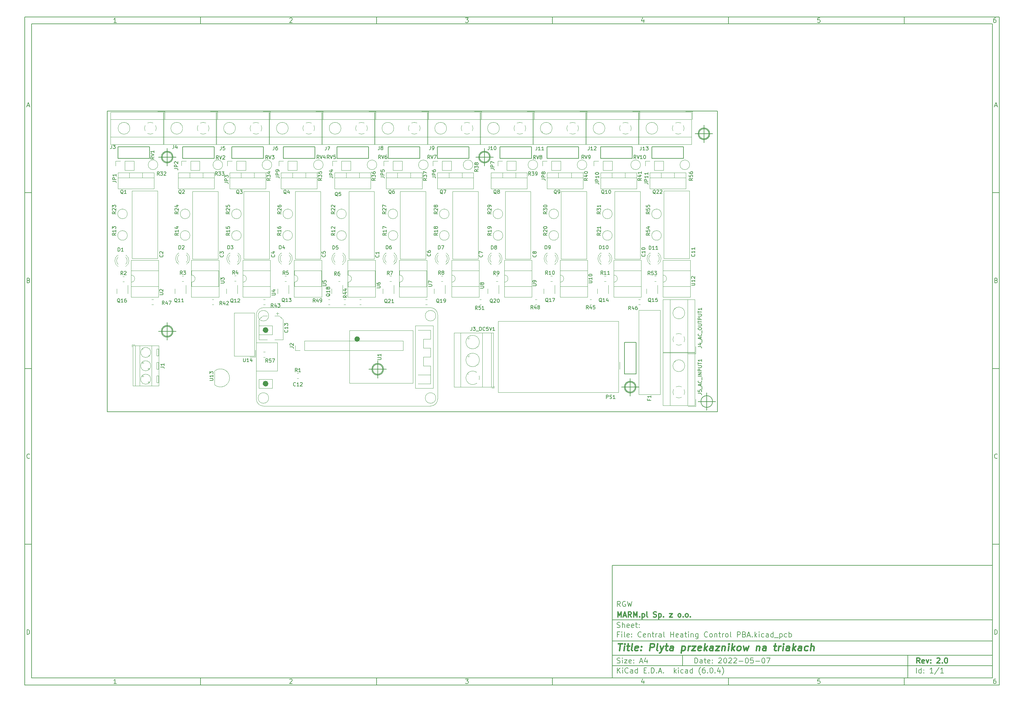
<source format=gbr>
%TF.GenerationSoftware,KiCad,Pcbnew,(6.0.4)*%
%TF.CreationDate,2022-05-09T22:27:08+02:00*%
%TF.ProjectId,Central Heating Control PBA,43656e74-7261-46c2-9048-656174696e67,2.0*%
%TF.SameCoordinates,Original*%
%TF.FileFunction,Legend,Top*%
%TF.FilePolarity,Positive*%
%FSLAX46Y46*%
G04 Gerber Fmt 4.6, Leading zero omitted, Abs format (unit mm)*
G04 Created by KiCad (PCBNEW (6.0.4)) date 2022-05-09 22:27:08*
%MOMM*%
%LPD*%
G01*
G04 APERTURE LIST*
%ADD10C,0.100000*%
%ADD11C,0.150000*%
%ADD12C,0.300000*%
%ADD13C,0.400000*%
%TA.AperFunction,Profile*%
%ADD14C,0.150000*%
%TD*%
%ADD15C,0.120000*%
%ADD16C,1.000000*%
%ADD17C,0.800000*%
G04 APERTURE END LIST*
D10*
D11*
X177002200Y-166007200D02*
X177002200Y-198007200D01*
X285002200Y-198007200D01*
X285002200Y-166007200D01*
X177002200Y-166007200D01*
D10*
D11*
X10000000Y-10000000D02*
X10000000Y-200007200D01*
X287002200Y-200007200D01*
X287002200Y-10000000D01*
X10000000Y-10000000D01*
D10*
D11*
X12000000Y-12000000D02*
X12000000Y-198007200D01*
X285002200Y-198007200D01*
X285002200Y-12000000D01*
X12000000Y-12000000D01*
D10*
D11*
X60000000Y-12000000D02*
X60000000Y-10000000D01*
D10*
D11*
X110000000Y-12000000D02*
X110000000Y-10000000D01*
D10*
D11*
X160000000Y-12000000D02*
X160000000Y-10000000D01*
D10*
D11*
X210000000Y-12000000D02*
X210000000Y-10000000D01*
D10*
D11*
X260000000Y-12000000D02*
X260000000Y-10000000D01*
D10*
D11*
X36065476Y-11588095D02*
X35322619Y-11588095D01*
X35694047Y-11588095D02*
X35694047Y-10288095D01*
X35570238Y-10473809D01*
X35446428Y-10597619D01*
X35322619Y-10659523D01*
D10*
D11*
X85322619Y-10411904D02*
X85384523Y-10350000D01*
X85508333Y-10288095D01*
X85817857Y-10288095D01*
X85941666Y-10350000D01*
X86003571Y-10411904D01*
X86065476Y-10535714D01*
X86065476Y-10659523D01*
X86003571Y-10845238D01*
X85260714Y-11588095D01*
X86065476Y-11588095D01*
D10*
D11*
X135260714Y-10288095D02*
X136065476Y-10288095D01*
X135632142Y-10783333D01*
X135817857Y-10783333D01*
X135941666Y-10845238D01*
X136003571Y-10907142D01*
X136065476Y-11030952D01*
X136065476Y-11340476D01*
X136003571Y-11464285D01*
X135941666Y-11526190D01*
X135817857Y-11588095D01*
X135446428Y-11588095D01*
X135322619Y-11526190D01*
X135260714Y-11464285D01*
D10*
D11*
X185941666Y-10721428D02*
X185941666Y-11588095D01*
X185632142Y-10226190D02*
X185322619Y-11154761D01*
X186127380Y-11154761D01*
D10*
D11*
X236003571Y-10288095D02*
X235384523Y-10288095D01*
X235322619Y-10907142D01*
X235384523Y-10845238D01*
X235508333Y-10783333D01*
X235817857Y-10783333D01*
X235941666Y-10845238D01*
X236003571Y-10907142D01*
X236065476Y-11030952D01*
X236065476Y-11340476D01*
X236003571Y-11464285D01*
X235941666Y-11526190D01*
X235817857Y-11588095D01*
X235508333Y-11588095D01*
X235384523Y-11526190D01*
X235322619Y-11464285D01*
D10*
D11*
X285941666Y-10288095D02*
X285694047Y-10288095D01*
X285570238Y-10350000D01*
X285508333Y-10411904D01*
X285384523Y-10597619D01*
X285322619Y-10845238D01*
X285322619Y-11340476D01*
X285384523Y-11464285D01*
X285446428Y-11526190D01*
X285570238Y-11588095D01*
X285817857Y-11588095D01*
X285941666Y-11526190D01*
X286003571Y-11464285D01*
X286065476Y-11340476D01*
X286065476Y-11030952D01*
X286003571Y-10907142D01*
X285941666Y-10845238D01*
X285817857Y-10783333D01*
X285570238Y-10783333D01*
X285446428Y-10845238D01*
X285384523Y-10907142D01*
X285322619Y-11030952D01*
D10*
D11*
X60000000Y-198007200D02*
X60000000Y-200007200D01*
D10*
D11*
X110000000Y-198007200D02*
X110000000Y-200007200D01*
D10*
D11*
X160000000Y-198007200D02*
X160000000Y-200007200D01*
D10*
D11*
X210000000Y-198007200D02*
X210000000Y-200007200D01*
D10*
D11*
X260000000Y-198007200D02*
X260000000Y-200007200D01*
D10*
D11*
X36065476Y-199595295D02*
X35322619Y-199595295D01*
X35694047Y-199595295D02*
X35694047Y-198295295D01*
X35570238Y-198481009D01*
X35446428Y-198604819D01*
X35322619Y-198666723D01*
D10*
D11*
X85322619Y-198419104D02*
X85384523Y-198357200D01*
X85508333Y-198295295D01*
X85817857Y-198295295D01*
X85941666Y-198357200D01*
X86003571Y-198419104D01*
X86065476Y-198542914D01*
X86065476Y-198666723D01*
X86003571Y-198852438D01*
X85260714Y-199595295D01*
X86065476Y-199595295D01*
D10*
D11*
X135260714Y-198295295D02*
X136065476Y-198295295D01*
X135632142Y-198790533D01*
X135817857Y-198790533D01*
X135941666Y-198852438D01*
X136003571Y-198914342D01*
X136065476Y-199038152D01*
X136065476Y-199347676D01*
X136003571Y-199471485D01*
X135941666Y-199533390D01*
X135817857Y-199595295D01*
X135446428Y-199595295D01*
X135322619Y-199533390D01*
X135260714Y-199471485D01*
D10*
D11*
X185941666Y-198728628D02*
X185941666Y-199595295D01*
X185632142Y-198233390D02*
X185322619Y-199161961D01*
X186127380Y-199161961D01*
D10*
D11*
X236003571Y-198295295D02*
X235384523Y-198295295D01*
X235322619Y-198914342D01*
X235384523Y-198852438D01*
X235508333Y-198790533D01*
X235817857Y-198790533D01*
X235941666Y-198852438D01*
X236003571Y-198914342D01*
X236065476Y-199038152D01*
X236065476Y-199347676D01*
X236003571Y-199471485D01*
X235941666Y-199533390D01*
X235817857Y-199595295D01*
X235508333Y-199595295D01*
X235384523Y-199533390D01*
X235322619Y-199471485D01*
D10*
D11*
X285941666Y-198295295D02*
X285694047Y-198295295D01*
X285570238Y-198357200D01*
X285508333Y-198419104D01*
X285384523Y-198604819D01*
X285322619Y-198852438D01*
X285322619Y-199347676D01*
X285384523Y-199471485D01*
X285446428Y-199533390D01*
X285570238Y-199595295D01*
X285817857Y-199595295D01*
X285941666Y-199533390D01*
X286003571Y-199471485D01*
X286065476Y-199347676D01*
X286065476Y-199038152D01*
X286003571Y-198914342D01*
X285941666Y-198852438D01*
X285817857Y-198790533D01*
X285570238Y-198790533D01*
X285446428Y-198852438D01*
X285384523Y-198914342D01*
X285322619Y-199038152D01*
D10*
D11*
X10000000Y-60000000D02*
X12000000Y-60000000D01*
D10*
D11*
X10000000Y-110000000D02*
X12000000Y-110000000D01*
D10*
D11*
X10000000Y-160000000D02*
X12000000Y-160000000D01*
D10*
D11*
X10690476Y-35216666D02*
X11309523Y-35216666D01*
X10566666Y-35588095D02*
X11000000Y-34288095D01*
X11433333Y-35588095D01*
D10*
D11*
X11092857Y-84907142D02*
X11278571Y-84969047D01*
X11340476Y-85030952D01*
X11402380Y-85154761D01*
X11402380Y-85340476D01*
X11340476Y-85464285D01*
X11278571Y-85526190D01*
X11154761Y-85588095D01*
X10659523Y-85588095D01*
X10659523Y-84288095D01*
X11092857Y-84288095D01*
X11216666Y-84350000D01*
X11278571Y-84411904D01*
X11340476Y-84535714D01*
X11340476Y-84659523D01*
X11278571Y-84783333D01*
X11216666Y-84845238D01*
X11092857Y-84907142D01*
X10659523Y-84907142D01*
D10*
D11*
X11402380Y-135464285D02*
X11340476Y-135526190D01*
X11154761Y-135588095D01*
X11030952Y-135588095D01*
X10845238Y-135526190D01*
X10721428Y-135402380D01*
X10659523Y-135278571D01*
X10597619Y-135030952D01*
X10597619Y-134845238D01*
X10659523Y-134597619D01*
X10721428Y-134473809D01*
X10845238Y-134350000D01*
X11030952Y-134288095D01*
X11154761Y-134288095D01*
X11340476Y-134350000D01*
X11402380Y-134411904D01*
D10*
D11*
X10659523Y-185588095D02*
X10659523Y-184288095D01*
X10969047Y-184288095D01*
X11154761Y-184350000D01*
X11278571Y-184473809D01*
X11340476Y-184597619D01*
X11402380Y-184845238D01*
X11402380Y-185030952D01*
X11340476Y-185278571D01*
X11278571Y-185402380D01*
X11154761Y-185526190D01*
X10969047Y-185588095D01*
X10659523Y-185588095D01*
D10*
D11*
X287002200Y-60000000D02*
X285002200Y-60000000D01*
D10*
D11*
X287002200Y-110000000D02*
X285002200Y-110000000D01*
D10*
D11*
X287002200Y-160000000D02*
X285002200Y-160000000D01*
D10*
D11*
X285692676Y-35216666D02*
X286311723Y-35216666D01*
X285568866Y-35588095D02*
X286002200Y-34288095D01*
X286435533Y-35588095D01*
D10*
D11*
X286095057Y-84907142D02*
X286280771Y-84969047D01*
X286342676Y-85030952D01*
X286404580Y-85154761D01*
X286404580Y-85340476D01*
X286342676Y-85464285D01*
X286280771Y-85526190D01*
X286156961Y-85588095D01*
X285661723Y-85588095D01*
X285661723Y-84288095D01*
X286095057Y-84288095D01*
X286218866Y-84350000D01*
X286280771Y-84411904D01*
X286342676Y-84535714D01*
X286342676Y-84659523D01*
X286280771Y-84783333D01*
X286218866Y-84845238D01*
X286095057Y-84907142D01*
X285661723Y-84907142D01*
D10*
D11*
X286404580Y-135464285D02*
X286342676Y-135526190D01*
X286156961Y-135588095D01*
X286033152Y-135588095D01*
X285847438Y-135526190D01*
X285723628Y-135402380D01*
X285661723Y-135278571D01*
X285599819Y-135030952D01*
X285599819Y-134845238D01*
X285661723Y-134597619D01*
X285723628Y-134473809D01*
X285847438Y-134350000D01*
X286033152Y-134288095D01*
X286156961Y-134288095D01*
X286342676Y-134350000D01*
X286404580Y-134411904D01*
D10*
D11*
X285661723Y-185588095D02*
X285661723Y-184288095D01*
X285971247Y-184288095D01*
X286156961Y-184350000D01*
X286280771Y-184473809D01*
X286342676Y-184597619D01*
X286404580Y-184845238D01*
X286404580Y-185030952D01*
X286342676Y-185278571D01*
X286280771Y-185402380D01*
X286156961Y-185526190D01*
X285971247Y-185588095D01*
X285661723Y-185588095D01*
D10*
D11*
X200434342Y-193785771D02*
X200434342Y-192285771D01*
X200791485Y-192285771D01*
X201005771Y-192357200D01*
X201148628Y-192500057D01*
X201220057Y-192642914D01*
X201291485Y-192928628D01*
X201291485Y-193142914D01*
X201220057Y-193428628D01*
X201148628Y-193571485D01*
X201005771Y-193714342D01*
X200791485Y-193785771D01*
X200434342Y-193785771D01*
X202577200Y-193785771D02*
X202577200Y-193000057D01*
X202505771Y-192857200D01*
X202362914Y-192785771D01*
X202077200Y-192785771D01*
X201934342Y-192857200D01*
X202577200Y-193714342D02*
X202434342Y-193785771D01*
X202077200Y-193785771D01*
X201934342Y-193714342D01*
X201862914Y-193571485D01*
X201862914Y-193428628D01*
X201934342Y-193285771D01*
X202077200Y-193214342D01*
X202434342Y-193214342D01*
X202577200Y-193142914D01*
X203077200Y-192785771D02*
X203648628Y-192785771D01*
X203291485Y-192285771D02*
X203291485Y-193571485D01*
X203362914Y-193714342D01*
X203505771Y-193785771D01*
X203648628Y-193785771D01*
X204720057Y-193714342D02*
X204577200Y-193785771D01*
X204291485Y-193785771D01*
X204148628Y-193714342D01*
X204077200Y-193571485D01*
X204077200Y-193000057D01*
X204148628Y-192857200D01*
X204291485Y-192785771D01*
X204577200Y-192785771D01*
X204720057Y-192857200D01*
X204791485Y-193000057D01*
X204791485Y-193142914D01*
X204077200Y-193285771D01*
X205434342Y-193642914D02*
X205505771Y-193714342D01*
X205434342Y-193785771D01*
X205362914Y-193714342D01*
X205434342Y-193642914D01*
X205434342Y-193785771D01*
X205434342Y-192857200D02*
X205505771Y-192928628D01*
X205434342Y-193000057D01*
X205362914Y-192928628D01*
X205434342Y-192857200D01*
X205434342Y-193000057D01*
X207220057Y-192428628D02*
X207291485Y-192357200D01*
X207434342Y-192285771D01*
X207791485Y-192285771D01*
X207934342Y-192357200D01*
X208005771Y-192428628D01*
X208077200Y-192571485D01*
X208077200Y-192714342D01*
X208005771Y-192928628D01*
X207148628Y-193785771D01*
X208077200Y-193785771D01*
X209005771Y-192285771D02*
X209148628Y-192285771D01*
X209291485Y-192357200D01*
X209362914Y-192428628D01*
X209434342Y-192571485D01*
X209505771Y-192857200D01*
X209505771Y-193214342D01*
X209434342Y-193500057D01*
X209362914Y-193642914D01*
X209291485Y-193714342D01*
X209148628Y-193785771D01*
X209005771Y-193785771D01*
X208862914Y-193714342D01*
X208791485Y-193642914D01*
X208720057Y-193500057D01*
X208648628Y-193214342D01*
X208648628Y-192857200D01*
X208720057Y-192571485D01*
X208791485Y-192428628D01*
X208862914Y-192357200D01*
X209005771Y-192285771D01*
X210077200Y-192428628D02*
X210148628Y-192357200D01*
X210291485Y-192285771D01*
X210648628Y-192285771D01*
X210791485Y-192357200D01*
X210862914Y-192428628D01*
X210934342Y-192571485D01*
X210934342Y-192714342D01*
X210862914Y-192928628D01*
X210005771Y-193785771D01*
X210934342Y-193785771D01*
X211505771Y-192428628D02*
X211577200Y-192357200D01*
X211720057Y-192285771D01*
X212077200Y-192285771D01*
X212220057Y-192357200D01*
X212291485Y-192428628D01*
X212362914Y-192571485D01*
X212362914Y-192714342D01*
X212291485Y-192928628D01*
X211434342Y-193785771D01*
X212362914Y-193785771D01*
X213005771Y-193214342D02*
X214148628Y-193214342D01*
X215148628Y-192285771D02*
X215291485Y-192285771D01*
X215434342Y-192357200D01*
X215505771Y-192428628D01*
X215577200Y-192571485D01*
X215648628Y-192857200D01*
X215648628Y-193214342D01*
X215577200Y-193500057D01*
X215505771Y-193642914D01*
X215434342Y-193714342D01*
X215291485Y-193785771D01*
X215148628Y-193785771D01*
X215005771Y-193714342D01*
X214934342Y-193642914D01*
X214862914Y-193500057D01*
X214791485Y-193214342D01*
X214791485Y-192857200D01*
X214862914Y-192571485D01*
X214934342Y-192428628D01*
X215005771Y-192357200D01*
X215148628Y-192285771D01*
X217005771Y-192285771D02*
X216291485Y-192285771D01*
X216220057Y-193000057D01*
X216291485Y-192928628D01*
X216434342Y-192857200D01*
X216791485Y-192857200D01*
X216934342Y-192928628D01*
X217005771Y-193000057D01*
X217077200Y-193142914D01*
X217077200Y-193500057D01*
X217005771Y-193642914D01*
X216934342Y-193714342D01*
X216791485Y-193785771D01*
X216434342Y-193785771D01*
X216291485Y-193714342D01*
X216220057Y-193642914D01*
X217720057Y-193214342D02*
X218862914Y-193214342D01*
X219862914Y-192285771D02*
X220005771Y-192285771D01*
X220148628Y-192357200D01*
X220220057Y-192428628D01*
X220291485Y-192571485D01*
X220362914Y-192857200D01*
X220362914Y-193214342D01*
X220291485Y-193500057D01*
X220220057Y-193642914D01*
X220148628Y-193714342D01*
X220005771Y-193785771D01*
X219862914Y-193785771D01*
X219720057Y-193714342D01*
X219648628Y-193642914D01*
X219577200Y-193500057D01*
X219505771Y-193214342D01*
X219505771Y-192857200D01*
X219577200Y-192571485D01*
X219648628Y-192428628D01*
X219720057Y-192357200D01*
X219862914Y-192285771D01*
X220862914Y-192285771D02*
X221862914Y-192285771D01*
X221220057Y-193785771D01*
D10*
D11*
X177002200Y-194507200D02*
X285002200Y-194507200D01*
D10*
D11*
X178434342Y-196585771D02*
X178434342Y-195085771D01*
X179291485Y-196585771D02*
X178648628Y-195728628D01*
X179291485Y-195085771D02*
X178434342Y-195942914D01*
X179934342Y-196585771D02*
X179934342Y-195585771D01*
X179934342Y-195085771D02*
X179862914Y-195157200D01*
X179934342Y-195228628D01*
X180005771Y-195157200D01*
X179934342Y-195085771D01*
X179934342Y-195228628D01*
X181505771Y-196442914D02*
X181434342Y-196514342D01*
X181220057Y-196585771D01*
X181077200Y-196585771D01*
X180862914Y-196514342D01*
X180720057Y-196371485D01*
X180648628Y-196228628D01*
X180577200Y-195942914D01*
X180577200Y-195728628D01*
X180648628Y-195442914D01*
X180720057Y-195300057D01*
X180862914Y-195157200D01*
X181077200Y-195085771D01*
X181220057Y-195085771D01*
X181434342Y-195157200D01*
X181505771Y-195228628D01*
X182791485Y-196585771D02*
X182791485Y-195800057D01*
X182720057Y-195657200D01*
X182577200Y-195585771D01*
X182291485Y-195585771D01*
X182148628Y-195657200D01*
X182791485Y-196514342D02*
X182648628Y-196585771D01*
X182291485Y-196585771D01*
X182148628Y-196514342D01*
X182077200Y-196371485D01*
X182077200Y-196228628D01*
X182148628Y-196085771D01*
X182291485Y-196014342D01*
X182648628Y-196014342D01*
X182791485Y-195942914D01*
X184148628Y-196585771D02*
X184148628Y-195085771D01*
X184148628Y-196514342D02*
X184005771Y-196585771D01*
X183720057Y-196585771D01*
X183577200Y-196514342D01*
X183505771Y-196442914D01*
X183434342Y-196300057D01*
X183434342Y-195871485D01*
X183505771Y-195728628D01*
X183577200Y-195657200D01*
X183720057Y-195585771D01*
X184005771Y-195585771D01*
X184148628Y-195657200D01*
X186005771Y-195800057D02*
X186505771Y-195800057D01*
X186720057Y-196585771D02*
X186005771Y-196585771D01*
X186005771Y-195085771D01*
X186720057Y-195085771D01*
X187362914Y-196442914D02*
X187434342Y-196514342D01*
X187362914Y-196585771D01*
X187291485Y-196514342D01*
X187362914Y-196442914D01*
X187362914Y-196585771D01*
X188077200Y-196585771D02*
X188077200Y-195085771D01*
X188434342Y-195085771D01*
X188648628Y-195157200D01*
X188791485Y-195300057D01*
X188862914Y-195442914D01*
X188934342Y-195728628D01*
X188934342Y-195942914D01*
X188862914Y-196228628D01*
X188791485Y-196371485D01*
X188648628Y-196514342D01*
X188434342Y-196585771D01*
X188077200Y-196585771D01*
X189577200Y-196442914D02*
X189648628Y-196514342D01*
X189577200Y-196585771D01*
X189505771Y-196514342D01*
X189577200Y-196442914D01*
X189577200Y-196585771D01*
X190220057Y-196157200D02*
X190934342Y-196157200D01*
X190077200Y-196585771D02*
X190577200Y-195085771D01*
X191077200Y-196585771D01*
X191577200Y-196442914D02*
X191648628Y-196514342D01*
X191577200Y-196585771D01*
X191505771Y-196514342D01*
X191577200Y-196442914D01*
X191577200Y-196585771D01*
X194577200Y-196585771D02*
X194577200Y-195085771D01*
X194720057Y-196014342D02*
X195148628Y-196585771D01*
X195148628Y-195585771D02*
X194577200Y-196157200D01*
X195791485Y-196585771D02*
X195791485Y-195585771D01*
X195791485Y-195085771D02*
X195720057Y-195157200D01*
X195791485Y-195228628D01*
X195862914Y-195157200D01*
X195791485Y-195085771D01*
X195791485Y-195228628D01*
X197148628Y-196514342D02*
X197005771Y-196585771D01*
X196720057Y-196585771D01*
X196577200Y-196514342D01*
X196505771Y-196442914D01*
X196434342Y-196300057D01*
X196434342Y-195871485D01*
X196505771Y-195728628D01*
X196577200Y-195657200D01*
X196720057Y-195585771D01*
X197005771Y-195585771D01*
X197148628Y-195657200D01*
X198434342Y-196585771D02*
X198434342Y-195800057D01*
X198362914Y-195657200D01*
X198220057Y-195585771D01*
X197934342Y-195585771D01*
X197791485Y-195657200D01*
X198434342Y-196514342D02*
X198291485Y-196585771D01*
X197934342Y-196585771D01*
X197791485Y-196514342D01*
X197720057Y-196371485D01*
X197720057Y-196228628D01*
X197791485Y-196085771D01*
X197934342Y-196014342D01*
X198291485Y-196014342D01*
X198434342Y-195942914D01*
X199791485Y-196585771D02*
X199791485Y-195085771D01*
X199791485Y-196514342D02*
X199648628Y-196585771D01*
X199362914Y-196585771D01*
X199220057Y-196514342D01*
X199148628Y-196442914D01*
X199077200Y-196300057D01*
X199077200Y-195871485D01*
X199148628Y-195728628D01*
X199220057Y-195657200D01*
X199362914Y-195585771D01*
X199648628Y-195585771D01*
X199791485Y-195657200D01*
X202077200Y-197157200D02*
X202005771Y-197085771D01*
X201862914Y-196871485D01*
X201791485Y-196728628D01*
X201720057Y-196514342D01*
X201648628Y-196157200D01*
X201648628Y-195871485D01*
X201720057Y-195514342D01*
X201791485Y-195300057D01*
X201862914Y-195157200D01*
X202005771Y-194942914D01*
X202077200Y-194871485D01*
X203291485Y-195085771D02*
X203005771Y-195085771D01*
X202862914Y-195157200D01*
X202791485Y-195228628D01*
X202648628Y-195442914D01*
X202577200Y-195728628D01*
X202577200Y-196300057D01*
X202648628Y-196442914D01*
X202720057Y-196514342D01*
X202862914Y-196585771D01*
X203148628Y-196585771D01*
X203291485Y-196514342D01*
X203362914Y-196442914D01*
X203434342Y-196300057D01*
X203434342Y-195942914D01*
X203362914Y-195800057D01*
X203291485Y-195728628D01*
X203148628Y-195657200D01*
X202862914Y-195657200D01*
X202720057Y-195728628D01*
X202648628Y-195800057D01*
X202577200Y-195942914D01*
X204077200Y-196442914D02*
X204148628Y-196514342D01*
X204077200Y-196585771D01*
X204005771Y-196514342D01*
X204077200Y-196442914D01*
X204077200Y-196585771D01*
X205077200Y-195085771D02*
X205220057Y-195085771D01*
X205362914Y-195157200D01*
X205434342Y-195228628D01*
X205505771Y-195371485D01*
X205577200Y-195657200D01*
X205577200Y-196014342D01*
X205505771Y-196300057D01*
X205434342Y-196442914D01*
X205362914Y-196514342D01*
X205220057Y-196585771D01*
X205077200Y-196585771D01*
X204934342Y-196514342D01*
X204862914Y-196442914D01*
X204791485Y-196300057D01*
X204720057Y-196014342D01*
X204720057Y-195657200D01*
X204791485Y-195371485D01*
X204862914Y-195228628D01*
X204934342Y-195157200D01*
X205077200Y-195085771D01*
X206220057Y-196442914D02*
X206291485Y-196514342D01*
X206220057Y-196585771D01*
X206148628Y-196514342D01*
X206220057Y-196442914D01*
X206220057Y-196585771D01*
X207577200Y-195585771D02*
X207577200Y-196585771D01*
X207220057Y-195014342D02*
X206862914Y-196085771D01*
X207791485Y-196085771D01*
X208220057Y-197157200D02*
X208291485Y-197085771D01*
X208434342Y-196871485D01*
X208505771Y-196728628D01*
X208577200Y-196514342D01*
X208648628Y-196157200D01*
X208648628Y-195871485D01*
X208577200Y-195514342D01*
X208505771Y-195300057D01*
X208434342Y-195157200D01*
X208291485Y-194942914D01*
X208220057Y-194871485D01*
D10*
D11*
X177002200Y-191507200D02*
X285002200Y-191507200D01*
D10*
D12*
X264411485Y-193785771D02*
X263911485Y-193071485D01*
X263554342Y-193785771D02*
X263554342Y-192285771D01*
X264125771Y-192285771D01*
X264268628Y-192357200D01*
X264340057Y-192428628D01*
X264411485Y-192571485D01*
X264411485Y-192785771D01*
X264340057Y-192928628D01*
X264268628Y-193000057D01*
X264125771Y-193071485D01*
X263554342Y-193071485D01*
X265625771Y-193714342D02*
X265482914Y-193785771D01*
X265197200Y-193785771D01*
X265054342Y-193714342D01*
X264982914Y-193571485D01*
X264982914Y-193000057D01*
X265054342Y-192857200D01*
X265197200Y-192785771D01*
X265482914Y-192785771D01*
X265625771Y-192857200D01*
X265697200Y-193000057D01*
X265697200Y-193142914D01*
X264982914Y-193285771D01*
X266197200Y-192785771D02*
X266554342Y-193785771D01*
X266911485Y-192785771D01*
X267482914Y-193642914D02*
X267554342Y-193714342D01*
X267482914Y-193785771D01*
X267411485Y-193714342D01*
X267482914Y-193642914D01*
X267482914Y-193785771D01*
X267482914Y-192857200D02*
X267554342Y-192928628D01*
X267482914Y-193000057D01*
X267411485Y-192928628D01*
X267482914Y-192857200D01*
X267482914Y-193000057D01*
X269268628Y-192428628D02*
X269340057Y-192357200D01*
X269482914Y-192285771D01*
X269840057Y-192285771D01*
X269982914Y-192357200D01*
X270054342Y-192428628D01*
X270125771Y-192571485D01*
X270125771Y-192714342D01*
X270054342Y-192928628D01*
X269197200Y-193785771D01*
X270125771Y-193785771D01*
X270768628Y-193642914D02*
X270840057Y-193714342D01*
X270768628Y-193785771D01*
X270697200Y-193714342D01*
X270768628Y-193642914D01*
X270768628Y-193785771D01*
X271768628Y-192285771D02*
X271911485Y-192285771D01*
X272054342Y-192357200D01*
X272125771Y-192428628D01*
X272197200Y-192571485D01*
X272268628Y-192857200D01*
X272268628Y-193214342D01*
X272197200Y-193500057D01*
X272125771Y-193642914D01*
X272054342Y-193714342D01*
X271911485Y-193785771D01*
X271768628Y-193785771D01*
X271625771Y-193714342D01*
X271554342Y-193642914D01*
X271482914Y-193500057D01*
X271411485Y-193214342D01*
X271411485Y-192857200D01*
X271482914Y-192571485D01*
X271554342Y-192428628D01*
X271625771Y-192357200D01*
X271768628Y-192285771D01*
D10*
D11*
X178362914Y-193714342D02*
X178577200Y-193785771D01*
X178934342Y-193785771D01*
X179077200Y-193714342D01*
X179148628Y-193642914D01*
X179220057Y-193500057D01*
X179220057Y-193357200D01*
X179148628Y-193214342D01*
X179077200Y-193142914D01*
X178934342Y-193071485D01*
X178648628Y-193000057D01*
X178505771Y-192928628D01*
X178434342Y-192857200D01*
X178362914Y-192714342D01*
X178362914Y-192571485D01*
X178434342Y-192428628D01*
X178505771Y-192357200D01*
X178648628Y-192285771D01*
X179005771Y-192285771D01*
X179220057Y-192357200D01*
X179862914Y-193785771D02*
X179862914Y-192785771D01*
X179862914Y-192285771D02*
X179791485Y-192357200D01*
X179862914Y-192428628D01*
X179934342Y-192357200D01*
X179862914Y-192285771D01*
X179862914Y-192428628D01*
X180434342Y-192785771D02*
X181220057Y-192785771D01*
X180434342Y-193785771D01*
X181220057Y-193785771D01*
X182362914Y-193714342D02*
X182220057Y-193785771D01*
X181934342Y-193785771D01*
X181791485Y-193714342D01*
X181720057Y-193571485D01*
X181720057Y-193000057D01*
X181791485Y-192857200D01*
X181934342Y-192785771D01*
X182220057Y-192785771D01*
X182362914Y-192857200D01*
X182434342Y-193000057D01*
X182434342Y-193142914D01*
X181720057Y-193285771D01*
X183077200Y-193642914D02*
X183148628Y-193714342D01*
X183077200Y-193785771D01*
X183005771Y-193714342D01*
X183077200Y-193642914D01*
X183077200Y-193785771D01*
X183077200Y-192857200D02*
X183148628Y-192928628D01*
X183077200Y-193000057D01*
X183005771Y-192928628D01*
X183077200Y-192857200D01*
X183077200Y-193000057D01*
X184862914Y-193357200D02*
X185577200Y-193357200D01*
X184720057Y-193785771D02*
X185220057Y-192285771D01*
X185720057Y-193785771D01*
X186862914Y-192785771D02*
X186862914Y-193785771D01*
X186505771Y-192214342D02*
X186148628Y-193285771D01*
X187077200Y-193285771D01*
D10*
D11*
X263434342Y-196585771D02*
X263434342Y-195085771D01*
X264791485Y-196585771D02*
X264791485Y-195085771D01*
X264791485Y-196514342D02*
X264648628Y-196585771D01*
X264362914Y-196585771D01*
X264220057Y-196514342D01*
X264148628Y-196442914D01*
X264077200Y-196300057D01*
X264077200Y-195871485D01*
X264148628Y-195728628D01*
X264220057Y-195657200D01*
X264362914Y-195585771D01*
X264648628Y-195585771D01*
X264791485Y-195657200D01*
X265505771Y-196442914D02*
X265577200Y-196514342D01*
X265505771Y-196585771D01*
X265434342Y-196514342D01*
X265505771Y-196442914D01*
X265505771Y-196585771D01*
X265505771Y-195657200D02*
X265577200Y-195728628D01*
X265505771Y-195800057D01*
X265434342Y-195728628D01*
X265505771Y-195657200D01*
X265505771Y-195800057D01*
X268148628Y-196585771D02*
X267291485Y-196585771D01*
X267720057Y-196585771D02*
X267720057Y-195085771D01*
X267577200Y-195300057D01*
X267434342Y-195442914D01*
X267291485Y-195514342D01*
X269862914Y-195014342D02*
X268577200Y-196942914D01*
X271148628Y-196585771D02*
X270291485Y-196585771D01*
X270720057Y-196585771D02*
X270720057Y-195085771D01*
X270577200Y-195300057D01*
X270434342Y-195442914D01*
X270291485Y-195514342D01*
D10*
D11*
X177002200Y-187507200D02*
X285002200Y-187507200D01*
D10*
D13*
X178714580Y-188211961D02*
X179857438Y-188211961D01*
X179036009Y-190211961D02*
X179286009Y-188211961D01*
X180274104Y-190211961D02*
X180440771Y-188878628D01*
X180524104Y-188211961D02*
X180416961Y-188307200D01*
X180500295Y-188402438D01*
X180607438Y-188307200D01*
X180524104Y-188211961D01*
X180500295Y-188402438D01*
X181107438Y-188878628D02*
X181869342Y-188878628D01*
X181476485Y-188211961D02*
X181262200Y-189926247D01*
X181333628Y-190116723D01*
X181512200Y-190211961D01*
X181702676Y-190211961D01*
X182655057Y-190211961D02*
X182476485Y-190116723D01*
X182405057Y-189926247D01*
X182619342Y-188211961D01*
X184190771Y-190116723D02*
X183988390Y-190211961D01*
X183607438Y-190211961D01*
X183428866Y-190116723D01*
X183357438Y-189926247D01*
X183452676Y-189164342D01*
X183571723Y-188973866D01*
X183774104Y-188878628D01*
X184155057Y-188878628D01*
X184333628Y-188973866D01*
X184405057Y-189164342D01*
X184381247Y-189354819D01*
X183405057Y-189545295D01*
X185155057Y-190021485D02*
X185238390Y-190116723D01*
X185131247Y-190211961D01*
X185047914Y-190116723D01*
X185155057Y-190021485D01*
X185131247Y-190211961D01*
X185286009Y-188973866D02*
X185369342Y-189069104D01*
X185262200Y-189164342D01*
X185178866Y-189069104D01*
X185286009Y-188973866D01*
X185262200Y-189164342D01*
X187607438Y-190211961D02*
X187857438Y-188211961D01*
X188619342Y-188211961D01*
X188797914Y-188307200D01*
X188881247Y-188402438D01*
X188952676Y-188592914D01*
X188916961Y-188878628D01*
X188797914Y-189069104D01*
X188690771Y-189164342D01*
X188488390Y-189259580D01*
X187726485Y-189259580D01*
X189893152Y-190211961D02*
X189714580Y-190116723D01*
X189643152Y-189926247D01*
X189857438Y-188211961D01*
X190631247Y-188878628D02*
X190940771Y-190211961D01*
X191583628Y-188878628D02*
X190940771Y-190211961D01*
X190690771Y-190688152D01*
X190583628Y-190783390D01*
X190381247Y-190878628D01*
X192059819Y-188878628D02*
X192821723Y-188878628D01*
X192428866Y-188211961D02*
X192214580Y-189926247D01*
X192286009Y-190116723D01*
X192464580Y-190211961D01*
X192655057Y-190211961D01*
X194178866Y-190211961D02*
X194309819Y-189164342D01*
X194238390Y-188973866D01*
X194059819Y-188878628D01*
X193678866Y-188878628D01*
X193476485Y-188973866D01*
X194190771Y-190116723D02*
X193988390Y-190211961D01*
X193512200Y-190211961D01*
X193333628Y-190116723D01*
X193262200Y-189926247D01*
X193286009Y-189735771D01*
X193405057Y-189545295D01*
X193607438Y-189450057D01*
X194083628Y-189450057D01*
X194286009Y-189354819D01*
X196821723Y-188878628D02*
X196571723Y-190878628D01*
X196809819Y-188973866D02*
X197012200Y-188878628D01*
X197393152Y-188878628D01*
X197571723Y-188973866D01*
X197655057Y-189069104D01*
X197726485Y-189259580D01*
X197655057Y-189831009D01*
X197536009Y-190021485D01*
X197428866Y-190116723D01*
X197226485Y-190211961D01*
X196845533Y-190211961D01*
X196666961Y-190116723D01*
X198464580Y-190211961D02*
X198631247Y-188878628D01*
X198583628Y-189259580D02*
X198702676Y-189069104D01*
X198809819Y-188973866D01*
X199012200Y-188878628D01*
X199202676Y-188878628D01*
X199678866Y-188878628D02*
X200726485Y-188878628D01*
X199512200Y-190211961D01*
X200559819Y-190211961D01*
X202095533Y-190116723D02*
X201893152Y-190211961D01*
X201512200Y-190211961D01*
X201333628Y-190116723D01*
X201262200Y-189926247D01*
X201357438Y-189164342D01*
X201476485Y-188973866D01*
X201678866Y-188878628D01*
X202059819Y-188878628D01*
X202238390Y-188973866D01*
X202309819Y-189164342D01*
X202286009Y-189354819D01*
X201309819Y-189545295D01*
X203036009Y-190211961D02*
X203286009Y-188211961D01*
X203321723Y-189450057D02*
X203797914Y-190211961D01*
X203964580Y-188878628D02*
X203107438Y-189640533D01*
X205512200Y-190211961D02*
X205643152Y-189164342D01*
X205571723Y-188973866D01*
X205393152Y-188878628D01*
X205012200Y-188878628D01*
X204809819Y-188973866D01*
X205524104Y-190116723D02*
X205321723Y-190211961D01*
X204845533Y-190211961D01*
X204666961Y-190116723D01*
X204595533Y-189926247D01*
X204619342Y-189735771D01*
X204738390Y-189545295D01*
X204940771Y-189450057D01*
X205416961Y-189450057D01*
X205619342Y-189354819D01*
X206440771Y-188878628D02*
X207488390Y-188878628D01*
X206274104Y-190211961D01*
X207321723Y-190211961D01*
X208250295Y-188878628D02*
X208083628Y-190211961D01*
X208226485Y-189069104D02*
X208333628Y-188973866D01*
X208536009Y-188878628D01*
X208821723Y-188878628D01*
X209000295Y-188973866D01*
X209071723Y-189164342D01*
X208940771Y-190211961D01*
X209893152Y-190211961D02*
X210059819Y-188878628D01*
X210143152Y-188211961D02*
X210036009Y-188307200D01*
X210119342Y-188402438D01*
X210226485Y-188307200D01*
X210143152Y-188211961D01*
X210119342Y-188402438D01*
X210845533Y-190211961D02*
X211095533Y-188211961D01*
X211131247Y-189450057D02*
X211607438Y-190211961D01*
X211774104Y-188878628D02*
X210916961Y-189640533D01*
X212750295Y-190211961D02*
X212571723Y-190116723D01*
X212488390Y-190021485D01*
X212416961Y-189831009D01*
X212488390Y-189259580D01*
X212607438Y-189069104D01*
X212714580Y-188973866D01*
X212916961Y-188878628D01*
X213202676Y-188878628D01*
X213381247Y-188973866D01*
X213464580Y-189069104D01*
X213536009Y-189259580D01*
X213464580Y-189831009D01*
X213345533Y-190021485D01*
X213238390Y-190116723D01*
X213036009Y-190211961D01*
X212750295Y-190211961D01*
X214250295Y-188878628D02*
X214464580Y-190211961D01*
X214964580Y-189259580D01*
X215226485Y-190211961D01*
X215774104Y-188878628D01*
X218059819Y-188878628D02*
X217893152Y-190211961D01*
X218036009Y-189069104D02*
X218143152Y-188973866D01*
X218345533Y-188878628D01*
X218631247Y-188878628D01*
X218809819Y-188973866D01*
X218881247Y-189164342D01*
X218750295Y-190211961D01*
X220559819Y-190211961D02*
X220690771Y-189164342D01*
X220619342Y-188973866D01*
X220440771Y-188878628D01*
X220059819Y-188878628D01*
X219857438Y-188973866D01*
X220571723Y-190116723D02*
X220369342Y-190211961D01*
X219893152Y-190211961D01*
X219714580Y-190116723D01*
X219643152Y-189926247D01*
X219666961Y-189735771D01*
X219786009Y-189545295D01*
X219988390Y-189450057D01*
X220464580Y-189450057D01*
X220666961Y-189354819D01*
X222916961Y-188878628D02*
X223678866Y-188878628D01*
X223286009Y-188211961D02*
X223071723Y-189926247D01*
X223143152Y-190116723D01*
X223321723Y-190211961D01*
X223512200Y-190211961D01*
X224178866Y-190211961D02*
X224345533Y-188878628D01*
X224297914Y-189259580D02*
X224416961Y-189069104D01*
X224524104Y-188973866D01*
X224726485Y-188878628D01*
X224916961Y-188878628D01*
X225416961Y-190211961D02*
X225583628Y-188878628D01*
X225666961Y-188211961D02*
X225559819Y-188307200D01*
X225643152Y-188402438D01*
X225750295Y-188307200D01*
X225666961Y-188211961D01*
X225643152Y-188402438D01*
X227226485Y-190211961D02*
X227357438Y-189164342D01*
X227286009Y-188973866D01*
X227107438Y-188878628D01*
X226726485Y-188878628D01*
X226524104Y-188973866D01*
X227238390Y-190116723D02*
X227036009Y-190211961D01*
X226559819Y-190211961D01*
X226381247Y-190116723D01*
X226309819Y-189926247D01*
X226333628Y-189735771D01*
X226452676Y-189545295D01*
X226655057Y-189450057D01*
X227131247Y-189450057D01*
X227333628Y-189354819D01*
X228178866Y-190211961D02*
X228428866Y-188211961D01*
X228464580Y-189450057D02*
X228940771Y-190211961D01*
X229107438Y-188878628D02*
X228250295Y-189640533D01*
X230655057Y-190211961D02*
X230786009Y-189164342D01*
X230714580Y-188973866D01*
X230536009Y-188878628D01*
X230155057Y-188878628D01*
X229952676Y-188973866D01*
X230666961Y-190116723D02*
X230464580Y-190211961D01*
X229988390Y-190211961D01*
X229809819Y-190116723D01*
X229738390Y-189926247D01*
X229762200Y-189735771D01*
X229881247Y-189545295D01*
X230083628Y-189450057D01*
X230559819Y-189450057D01*
X230762200Y-189354819D01*
X232476485Y-190116723D02*
X232274104Y-190211961D01*
X231893152Y-190211961D01*
X231714580Y-190116723D01*
X231631247Y-190021485D01*
X231559819Y-189831009D01*
X231631247Y-189259580D01*
X231750295Y-189069104D01*
X231857438Y-188973866D01*
X232059819Y-188878628D01*
X232440771Y-188878628D01*
X232619342Y-188973866D01*
X233321723Y-190211961D02*
X233571723Y-188211961D01*
X234178866Y-190211961D02*
X234309819Y-189164342D01*
X234238390Y-188973866D01*
X234059819Y-188878628D01*
X233774104Y-188878628D01*
X233571723Y-188973866D01*
X233464580Y-189069104D01*
D10*
D11*
X178934342Y-185600057D02*
X178434342Y-185600057D01*
X178434342Y-186385771D02*
X178434342Y-184885771D01*
X179148628Y-184885771D01*
X179720057Y-186385771D02*
X179720057Y-185385771D01*
X179720057Y-184885771D02*
X179648628Y-184957200D01*
X179720057Y-185028628D01*
X179791485Y-184957200D01*
X179720057Y-184885771D01*
X179720057Y-185028628D01*
X180648628Y-186385771D02*
X180505771Y-186314342D01*
X180434342Y-186171485D01*
X180434342Y-184885771D01*
X181791485Y-186314342D02*
X181648628Y-186385771D01*
X181362914Y-186385771D01*
X181220057Y-186314342D01*
X181148628Y-186171485D01*
X181148628Y-185600057D01*
X181220057Y-185457200D01*
X181362914Y-185385771D01*
X181648628Y-185385771D01*
X181791485Y-185457200D01*
X181862914Y-185600057D01*
X181862914Y-185742914D01*
X181148628Y-185885771D01*
X182505771Y-186242914D02*
X182577200Y-186314342D01*
X182505771Y-186385771D01*
X182434342Y-186314342D01*
X182505771Y-186242914D01*
X182505771Y-186385771D01*
X182505771Y-185457200D02*
X182577200Y-185528628D01*
X182505771Y-185600057D01*
X182434342Y-185528628D01*
X182505771Y-185457200D01*
X182505771Y-185600057D01*
X185220057Y-186242914D02*
X185148628Y-186314342D01*
X184934342Y-186385771D01*
X184791485Y-186385771D01*
X184577200Y-186314342D01*
X184434342Y-186171485D01*
X184362914Y-186028628D01*
X184291485Y-185742914D01*
X184291485Y-185528628D01*
X184362914Y-185242914D01*
X184434342Y-185100057D01*
X184577200Y-184957200D01*
X184791485Y-184885771D01*
X184934342Y-184885771D01*
X185148628Y-184957200D01*
X185220057Y-185028628D01*
X186434342Y-186314342D02*
X186291485Y-186385771D01*
X186005771Y-186385771D01*
X185862914Y-186314342D01*
X185791485Y-186171485D01*
X185791485Y-185600057D01*
X185862914Y-185457200D01*
X186005771Y-185385771D01*
X186291485Y-185385771D01*
X186434342Y-185457200D01*
X186505771Y-185600057D01*
X186505771Y-185742914D01*
X185791485Y-185885771D01*
X187148628Y-185385771D02*
X187148628Y-186385771D01*
X187148628Y-185528628D02*
X187220057Y-185457200D01*
X187362914Y-185385771D01*
X187577200Y-185385771D01*
X187720057Y-185457200D01*
X187791485Y-185600057D01*
X187791485Y-186385771D01*
X188291485Y-185385771D02*
X188862914Y-185385771D01*
X188505771Y-184885771D02*
X188505771Y-186171485D01*
X188577200Y-186314342D01*
X188720057Y-186385771D01*
X188862914Y-186385771D01*
X189362914Y-186385771D02*
X189362914Y-185385771D01*
X189362914Y-185671485D02*
X189434342Y-185528628D01*
X189505771Y-185457200D01*
X189648628Y-185385771D01*
X189791485Y-185385771D01*
X190934342Y-186385771D02*
X190934342Y-185600057D01*
X190862914Y-185457200D01*
X190720057Y-185385771D01*
X190434342Y-185385771D01*
X190291485Y-185457200D01*
X190934342Y-186314342D02*
X190791485Y-186385771D01*
X190434342Y-186385771D01*
X190291485Y-186314342D01*
X190220057Y-186171485D01*
X190220057Y-186028628D01*
X190291485Y-185885771D01*
X190434342Y-185814342D01*
X190791485Y-185814342D01*
X190934342Y-185742914D01*
X191862914Y-186385771D02*
X191720057Y-186314342D01*
X191648628Y-186171485D01*
X191648628Y-184885771D01*
X193577200Y-186385771D02*
X193577200Y-184885771D01*
X193577200Y-185600057D02*
X194434342Y-185600057D01*
X194434342Y-186385771D02*
X194434342Y-184885771D01*
X195720057Y-186314342D02*
X195577200Y-186385771D01*
X195291485Y-186385771D01*
X195148628Y-186314342D01*
X195077200Y-186171485D01*
X195077200Y-185600057D01*
X195148628Y-185457200D01*
X195291485Y-185385771D01*
X195577200Y-185385771D01*
X195720057Y-185457200D01*
X195791485Y-185600057D01*
X195791485Y-185742914D01*
X195077200Y-185885771D01*
X197077200Y-186385771D02*
X197077200Y-185600057D01*
X197005771Y-185457200D01*
X196862914Y-185385771D01*
X196577200Y-185385771D01*
X196434342Y-185457200D01*
X197077200Y-186314342D02*
X196934342Y-186385771D01*
X196577200Y-186385771D01*
X196434342Y-186314342D01*
X196362914Y-186171485D01*
X196362914Y-186028628D01*
X196434342Y-185885771D01*
X196577200Y-185814342D01*
X196934342Y-185814342D01*
X197077200Y-185742914D01*
X197577200Y-185385771D02*
X198148628Y-185385771D01*
X197791485Y-184885771D02*
X197791485Y-186171485D01*
X197862914Y-186314342D01*
X198005771Y-186385771D01*
X198148628Y-186385771D01*
X198648628Y-186385771D02*
X198648628Y-185385771D01*
X198648628Y-184885771D02*
X198577200Y-184957200D01*
X198648628Y-185028628D01*
X198720057Y-184957200D01*
X198648628Y-184885771D01*
X198648628Y-185028628D01*
X199362914Y-185385771D02*
X199362914Y-186385771D01*
X199362914Y-185528628D02*
X199434342Y-185457200D01*
X199577200Y-185385771D01*
X199791485Y-185385771D01*
X199934342Y-185457200D01*
X200005771Y-185600057D01*
X200005771Y-186385771D01*
X201362914Y-185385771D02*
X201362914Y-186600057D01*
X201291485Y-186742914D01*
X201220057Y-186814342D01*
X201077200Y-186885771D01*
X200862914Y-186885771D01*
X200720057Y-186814342D01*
X201362914Y-186314342D02*
X201220057Y-186385771D01*
X200934342Y-186385771D01*
X200791485Y-186314342D01*
X200720057Y-186242914D01*
X200648628Y-186100057D01*
X200648628Y-185671485D01*
X200720057Y-185528628D01*
X200791485Y-185457200D01*
X200934342Y-185385771D01*
X201220057Y-185385771D01*
X201362914Y-185457200D01*
X204077200Y-186242914D02*
X204005771Y-186314342D01*
X203791485Y-186385771D01*
X203648628Y-186385771D01*
X203434342Y-186314342D01*
X203291485Y-186171485D01*
X203220057Y-186028628D01*
X203148628Y-185742914D01*
X203148628Y-185528628D01*
X203220057Y-185242914D01*
X203291485Y-185100057D01*
X203434342Y-184957200D01*
X203648628Y-184885771D01*
X203791485Y-184885771D01*
X204005771Y-184957200D01*
X204077200Y-185028628D01*
X204934342Y-186385771D02*
X204791485Y-186314342D01*
X204720057Y-186242914D01*
X204648628Y-186100057D01*
X204648628Y-185671485D01*
X204720057Y-185528628D01*
X204791485Y-185457200D01*
X204934342Y-185385771D01*
X205148628Y-185385771D01*
X205291485Y-185457200D01*
X205362914Y-185528628D01*
X205434342Y-185671485D01*
X205434342Y-186100057D01*
X205362914Y-186242914D01*
X205291485Y-186314342D01*
X205148628Y-186385771D01*
X204934342Y-186385771D01*
X206077200Y-185385771D02*
X206077200Y-186385771D01*
X206077200Y-185528628D02*
X206148628Y-185457200D01*
X206291485Y-185385771D01*
X206505771Y-185385771D01*
X206648628Y-185457200D01*
X206720057Y-185600057D01*
X206720057Y-186385771D01*
X207220057Y-185385771D02*
X207791485Y-185385771D01*
X207434342Y-184885771D02*
X207434342Y-186171485D01*
X207505771Y-186314342D01*
X207648628Y-186385771D01*
X207791485Y-186385771D01*
X208291485Y-186385771D02*
X208291485Y-185385771D01*
X208291485Y-185671485D02*
X208362914Y-185528628D01*
X208434342Y-185457200D01*
X208577200Y-185385771D01*
X208720057Y-185385771D01*
X209434342Y-186385771D02*
X209291485Y-186314342D01*
X209220057Y-186242914D01*
X209148628Y-186100057D01*
X209148628Y-185671485D01*
X209220057Y-185528628D01*
X209291485Y-185457200D01*
X209434342Y-185385771D01*
X209648628Y-185385771D01*
X209791485Y-185457200D01*
X209862914Y-185528628D01*
X209934342Y-185671485D01*
X209934342Y-186100057D01*
X209862914Y-186242914D01*
X209791485Y-186314342D01*
X209648628Y-186385771D01*
X209434342Y-186385771D01*
X210791485Y-186385771D02*
X210648628Y-186314342D01*
X210577200Y-186171485D01*
X210577200Y-184885771D01*
X212505771Y-186385771D02*
X212505771Y-184885771D01*
X213077200Y-184885771D01*
X213220057Y-184957200D01*
X213291485Y-185028628D01*
X213362914Y-185171485D01*
X213362914Y-185385771D01*
X213291485Y-185528628D01*
X213220057Y-185600057D01*
X213077200Y-185671485D01*
X212505771Y-185671485D01*
X214505771Y-185600057D02*
X214720057Y-185671485D01*
X214791485Y-185742914D01*
X214862914Y-185885771D01*
X214862914Y-186100057D01*
X214791485Y-186242914D01*
X214720057Y-186314342D01*
X214577200Y-186385771D01*
X214005771Y-186385771D01*
X214005771Y-184885771D01*
X214505771Y-184885771D01*
X214648628Y-184957200D01*
X214720057Y-185028628D01*
X214791485Y-185171485D01*
X214791485Y-185314342D01*
X214720057Y-185457200D01*
X214648628Y-185528628D01*
X214505771Y-185600057D01*
X214005771Y-185600057D01*
X215434342Y-185957200D02*
X216148628Y-185957200D01*
X215291485Y-186385771D02*
X215791485Y-184885771D01*
X216291485Y-186385771D01*
X216791485Y-186242914D02*
X216862914Y-186314342D01*
X216791485Y-186385771D01*
X216720057Y-186314342D01*
X216791485Y-186242914D01*
X216791485Y-186385771D01*
X217505771Y-186385771D02*
X217505771Y-184885771D01*
X217648628Y-185814342D02*
X218077200Y-186385771D01*
X218077200Y-185385771D02*
X217505771Y-185957200D01*
X218720057Y-186385771D02*
X218720057Y-185385771D01*
X218720057Y-184885771D02*
X218648628Y-184957200D01*
X218720057Y-185028628D01*
X218791485Y-184957200D01*
X218720057Y-184885771D01*
X218720057Y-185028628D01*
X220077200Y-186314342D02*
X219934342Y-186385771D01*
X219648628Y-186385771D01*
X219505771Y-186314342D01*
X219434342Y-186242914D01*
X219362914Y-186100057D01*
X219362914Y-185671485D01*
X219434342Y-185528628D01*
X219505771Y-185457200D01*
X219648628Y-185385771D01*
X219934342Y-185385771D01*
X220077200Y-185457200D01*
X221362914Y-186385771D02*
X221362914Y-185600057D01*
X221291485Y-185457200D01*
X221148628Y-185385771D01*
X220862914Y-185385771D01*
X220720057Y-185457200D01*
X221362914Y-186314342D02*
X221220057Y-186385771D01*
X220862914Y-186385771D01*
X220720057Y-186314342D01*
X220648628Y-186171485D01*
X220648628Y-186028628D01*
X220720057Y-185885771D01*
X220862914Y-185814342D01*
X221220057Y-185814342D01*
X221362914Y-185742914D01*
X222720057Y-186385771D02*
X222720057Y-184885771D01*
X222720057Y-186314342D02*
X222577200Y-186385771D01*
X222291485Y-186385771D01*
X222148628Y-186314342D01*
X222077200Y-186242914D01*
X222005771Y-186100057D01*
X222005771Y-185671485D01*
X222077200Y-185528628D01*
X222148628Y-185457200D01*
X222291485Y-185385771D01*
X222577200Y-185385771D01*
X222720057Y-185457200D01*
X223077200Y-186528628D02*
X224220057Y-186528628D01*
X224577200Y-185385771D02*
X224577200Y-186885771D01*
X224577200Y-185457200D02*
X224720057Y-185385771D01*
X225005771Y-185385771D01*
X225148628Y-185457200D01*
X225220057Y-185528628D01*
X225291485Y-185671485D01*
X225291485Y-186100057D01*
X225220057Y-186242914D01*
X225148628Y-186314342D01*
X225005771Y-186385771D01*
X224720057Y-186385771D01*
X224577200Y-186314342D01*
X226577200Y-186314342D02*
X226434342Y-186385771D01*
X226148628Y-186385771D01*
X226005771Y-186314342D01*
X225934342Y-186242914D01*
X225862914Y-186100057D01*
X225862914Y-185671485D01*
X225934342Y-185528628D01*
X226005771Y-185457200D01*
X226148628Y-185385771D01*
X226434342Y-185385771D01*
X226577200Y-185457200D01*
X227220057Y-186385771D02*
X227220057Y-184885771D01*
X227220057Y-185457200D02*
X227362914Y-185385771D01*
X227648628Y-185385771D01*
X227791485Y-185457200D01*
X227862914Y-185528628D01*
X227934342Y-185671485D01*
X227934342Y-186100057D01*
X227862914Y-186242914D01*
X227791485Y-186314342D01*
X227648628Y-186385771D01*
X227362914Y-186385771D01*
X227220057Y-186314342D01*
D10*
D11*
X177002200Y-181507200D02*
X285002200Y-181507200D01*
D10*
D11*
X178362914Y-183614342D02*
X178577200Y-183685771D01*
X178934342Y-183685771D01*
X179077200Y-183614342D01*
X179148628Y-183542914D01*
X179220057Y-183400057D01*
X179220057Y-183257200D01*
X179148628Y-183114342D01*
X179077200Y-183042914D01*
X178934342Y-182971485D01*
X178648628Y-182900057D01*
X178505771Y-182828628D01*
X178434342Y-182757200D01*
X178362914Y-182614342D01*
X178362914Y-182471485D01*
X178434342Y-182328628D01*
X178505771Y-182257200D01*
X178648628Y-182185771D01*
X179005771Y-182185771D01*
X179220057Y-182257200D01*
X179862914Y-183685771D02*
X179862914Y-182185771D01*
X180505771Y-183685771D02*
X180505771Y-182900057D01*
X180434342Y-182757200D01*
X180291485Y-182685771D01*
X180077200Y-182685771D01*
X179934342Y-182757200D01*
X179862914Y-182828628D01*
X181791485Y-183614342D02*
X181648628Y-183685771D01*
X181362914Y-183685771D01*
X181220057Y-183614342D01*
X181148628Y-183471485D01*
X181148628Y-182900057D01*
X181220057Y-182757200D01*
X181362914Y-182685771D01*
X181648628Y-182685771D01*
X181791485Y-182757200D01*
X181862914Y-182900057D01*
X181862914Y-183042914D01*
X181148628Y-183185771D01*
X183077200Y-183614342D02*
X182934342Y-183685771D01*
X182648628Y-183685771D01*
X182505771Y-183614342D01*
X182434342Y-183471485D01*
X182434342Y-182900057D01*
X182505771Y-182757200D01*
X182648628Y-182685771D01*
X182934342Y-182685771D01*
X183077200Y-182757200D01*
X183148628Y-182900057D01*
X183148628Y-183042914D01*
X182434342Y-183185771D01*
X183577200Y-182685771D02*
X184148628Y-182685771D01*
X183791485Y-182185771D02*
X183791485Y-183471485D01*
X183862914Y-183614342D01*
X184005771Y-183685771D01*
X184148628Y-183685771D01*
X184648628Y-183542914D02*
X184720057Y-183614342D01*
X184648628Y-183685771D01*
X184577200Y-183614342D01*
X184648628Y-183542914D01*
X184648628Y-183685771D01*
X184648628Y-182757200D02*
X184720057Y-182828628D01*
X184648628Y-182900057D01*
X184577200Y-182828628D01*
X184648628Y-182757200D01*
X184648628Y-182900057D01*
D10*
D12*
X178554342Y-180685771D02*
X178554342Y-179185771D01*
X179054342Y-180257200D01*
X179554342Y-179185771D01*
X179554342Y-180685771D01*
X180197200Y-180257200D02*
X180911485Y-180257200D01*
X180054342Y-180685771D02*
X180554342Y-179185771D01*
X181054342Y-180685771D01*
X182411485Y-180685771D02*
X181911485Y-179971485D01*
X181554342Y-180685771D02*
X181554342Y-179185771D01*
X182125771Y-179185771D01*
X182268628Y-179257200D01*
X182340057Y-179328628D01*
X182411485Y-179471485D01*
X182411485Y-179685771D01*
X182340057Y-179828628D01*
X182268628Y-179900057D01*
X182125771Y-179971485D01*
X181554342Y-179971485D01*
X183054342Y-180685771D02*
X183054342Y-179185771D01*
X183554342Y-180257200D01*
X184054342Y-179185771D01*
X184054342Y-180685771D01*
X184768628Y-180542914D02*
X184840057Y-180614342D01*
X184768628Y-180685771D01*
X184697200Y-180614342D01*
X184768628Y-180542914D01*
X184768628Y-180685771D01*
X185482914Y-179685771D02*
X185482914Y-181185771D01*
X185482914Y-179757200D02*
X185625771Y-179685771D01*
X185911485Y-179685771D01*
X186054342Y-179757200D01*
X186125771Y-179828628D01*
X186197200Y-179971485D01*
X186197200Y-180400057D01*
X186125771Y-180542914D01*
X186054342Y-180614342D01*
X185911485Y-180685771D01*
X185625771Y-180685771D01*
X185482914Y-180614342D01*
X187054342Y-180685771D02*
X186911485Y-180614342D01*
X186840057Y-180471485D01*
X186840057Y-179185771D01*
X188697200Y-180614342D02*
X188911485Y-180685771D01*
X189268628Y-180685771D01*
X189411485Y-180614342D01*
X189482914Y-180542914D01*
X189554342Y-180400057D01*
X189554342Y-180257200D01*
X189482914Y-180114342D01*
X189411485Y-180042914D01*
X189268628Y-179971485D01*
X188982914Y-179900057D01*
X188840057Y-179828628D01*
X188768628Y-179757200D01*
X188697200Y-179614342D01*
X188697200Y-179471485D01*
X188768628Y-179328628D01*
X188840057Y-179257200D01*
X188982914Y-179185771D01*
X189340057Y-179185771D01*
X189554342Y-179257200D01*
X190197200Y-179685771D02*
X190197200Y-181185771D01*
X190197200Y-179757200D02*
X190340057Y-179685771D01*
X190625771Y-179685771D01*
X190768628Y-179757200D01*
X190840057Y-179828628D01*
X190911485Y-179971485D01*
X190911485Y-180400057D01*
X190840057Y-180542914D01*
X190768628Y-180614342D01*
X190625771Y-180685771D01*
X190340057Y-180685771D01*
X190197200Y-180614342D01*
X191554342Y-180542914D02*
X191625771Y-180614342D01*
X191554342Y-180685771D01*
X191482914Y-180614342D01*
X191554342Y-180542914D01*
X191554342Y-180685771D01*
X193268628Y-179685771D02*
X194054342Y-179685771D01*
X193268628Y-180685771D01*
X194054342Y-180685771D01*
X195982914Y-180685771D02*
X195840057Y-180614342D01*
X195768628Y-180542914D01*
X195697200Y-180400057D01*
X195697200Y-179971485D01*
X195768628Y-179828628D01*
X195840057Y-179757200D01*
X195982914Y-179685771D01*
X196197200Y-179685771D01*
X196340057Y-179757200D01*
X196411485Y-179828628D01*
X196482914Y-179971485D01*
X196482914Y-180400057D01*
X196411485Y-180542914D01*
X196340057Y-180614342D01*
X196197200Y-180685771D01*
X195982914Y-180685771D01*
X197125771Y-180542914D02*
X197197200Y-180614342D01*
X197125771Y-180685771D01*
X197054342Y-180614342D01*
X197125771Y-180542914D01*
X197125771Y-180685771D01*
X198054342Y-180685771D02*
X197911485Y-180614342D01*
X197840057Y-180542914D01*
X197768628Y-180400057D01*
X197768628Y-179971485D01*
X197840057Y-179828628D01*
X197911485Y-179757200D01*
X198054342Y-179685771D01*
X198268628Y-179685771D01*
X198411485Y-179757200D01*
X198482914Y-179828628D01*
X198554342Y-179971485D01*
X198554342Y-180400057D01*
X198482914Y-180542914D01*
X198411485Y-180614342D01*
X198268628Y-180685771D01*
X198054342Y-180685771D01*
X199197200Y-180542914D02*
X199268628Y-180614342D01*
X199197200Y-180685771D01*
X199125771Y-180614342D01*
X199197200Y-180542914D01*
X199197200Y-180685771D01*
D10*
D11*
X179291485Y-177685771D02*
X178791485Y-176971485D01*
X178434342Y-177685771D02*
X178434342Y-176185771D01*
X179005771Y-176185771D01*
X179148628Y-176257200D01*
X179220057Y-176328628D01*
X179291485Y-176471485D01*
X179291485Y-176685771D01*
X179220057Y-176828628D01*
X179148628Y-176900057D01*
X179005771Y-176971485D01*
X178434342Y-176971485D01*
X180720057Y-176257200D02*
X180577200Y-176185771D01*
X180362914Y-176185771D01*
X180148628Y-176257200D01*
X180005771Y-176400057D01*
X179934342Y-176542914D01*
X179862914Y-176828628D01*
X179862914Y-177042914D01*
X179934342Y-177328628D01*
X180005771Y-177471485D01*
X180148628Y-177614342D01*
X180362914Y-177685771D01*
X180505771Y-177685771D01*
X180720057Y-177614342D01*
X180791485Y-177542914D01*
X180791485Y-177042914D01*
X180505771Y-177042914D01*
X181291485Y-176185771D02*
X181648628Y-177685771D01*
X181934342Y-176614342D01*
X182220057Y-177685771D01*
X182577200Y-176185771D01*
D10*
D11*
D10*
D11*
D10*
D11*
D10*
D11*
X197002200Y-191507200D02*
X197002200Y-194507200D01*
D10*
D11*
X261002200Y-191507200D02*
X261002200Y-198007200D01*
D14*
X33490866Y-122269803D02*
X33491300Y-36755890D01*
X206845866Y-36803803D02*
X206845866Y-122269803D01*
X33491300Y-36755890D02*
X206845866Y-36803803D01*
X51928769Y-99409803D02*
G75*
G03*
X51928769Y-99409803I-1419903J0D01*
G01*
X183500769Y-115284803D02*
G75*
G03*
X183500769Y-115284803I-1419903J0D01*
G01*
X51928769Y-49866043D02*
G75*
G03*
X51928769Y-49866043I-1419903J0D01*
G01*
X142098769Y-49866043D02*
G75*
G03*
X142098769Y-49866043I-1419903J0D01*
G01*
X206845866Y-122269803D02*
X33490866Y-122269803D01*
X111745769Y-110204803D02*
G75*
G03*
X111745769Y-110204803I-1419903J0D01*
G01*
X204455769Y-43246043D02*
G75*
G03*
X204455769Y-43246043I-1419903J0D01*
G01*
X183747532Y-115284803D02*
G75*
G03*
X183747532Y-115284803I-1666666J0D01*
G01*
X179580866Y-115284803D02*
X184580866Y-115284803D01*
X182080866Y-112784803D02*
X182080866Y-117784803D01*
X52175532Y-99409803D02*
G75*
G03*
X52175532Y-99409803I-1666666J0D01*
G01*
X48008866Y-99409803D02*
X53008866Y-99409803D01*
X50508866Y-96909803D02*
X50508866Y-101909803D01*
X204702532Y-43246043D02*
G75*
G03*
X204702532Y-43246043I-1666666J0D01*
G01*
X200535866Y-43246043D02*
X205535866Y-43246043D01*
X203035866Y-40746043D02*
X203035866Y-45746043D01*
X52175532Y-49866043D02*
G75*
G03*
X52175532Y-49866043I-1666666J0D01*
G01*
X48008866Y-49866043D02*
X53008866Y-49866043D01*
X50508866Y-47366043D02*
X50508866Y-52366043D01*
X111992532Y-110204803D02*
G75*
G03*
X111992532Y-110204803I-1666666J0D01*
G01*
X107825866Y-110204803D02*
X112825866Y-110204803D01*
X110325866Y-107704803D02*
X110325866Y-112704803D01*
X205501666Y-119380000D02*
G75*
G03*
X205501666Y-119380000I-1666666J0D01*
G01*
X201335000Y-119380000D02*
X206335000Y-119380000D01*
X203835000Y-116880000D02*
X203835000Y-121880000D01*
X142345532Y-49866043D02*
G75*
G03*
X142345532Y-49866043I-1666666J0D01*
G01*
X138178866Y-49866043D02*
X143178866Y-49866043D01*
X140678866Y-47366043D02*
X140678866Y-52366043D01*
D11*
%TO.C,U14*%
X72151904Y-107092380D02*
X72151904Y-107901904D01*
X72199523Y-107997142D01*
X72247142Y-108044761D01*
X72342380Y-108092380D01*
X72532857Y-108092380D01*
X72628095Y-108044761D01*
X72675714Y-107997142D01*
X72723333Y-107901904D01*
X72723333Y-107092380D01*
X73723333Y-108092380D02*
X73151904Y-108092380D01*
X73437619Y-108092380D02*
X73437619Y-107092380D01*
X73342380Y-107235238D01*
X73247142Y-107330476D01*
X73151904Y-107378095D01*
X74580476Y-107425714D02*
X74580476Y-108092380D01*
X74342380Y-107044761D02*
X74104285Y-107759047D01*
X74723333Y-107759047D01*
%TO.C,R57*%
X79129808Y-108227157D02*
X78796475Y-107750967D01*
X78558380Y-108227157D02*
X78558380Y-107227157D01*
X78939332Y-107227157D01*
X79034570Y-107274777D01*
X79082189Y-107322396D01*
X79129808Y-107417634D01*
X79129808Y-107560491D01*
X79082189Y-107655729D01*
X79034570Y-107703348D01*
X78939332Y-107750967D01*
X78558380Y-107750967D01*
X80034570Y-107227157D02*
X79558380Y-107227157D01*
X79510761Y-107703348D01*
X79558380Y-107655729D01*
X79653618Y-107608110D01*
X79891713Y-107608110D01*
X79986951Y-107655729D01*
X80034570Y-107703348D01*
X80082189Y-107798586D01*
X80082189Y-108036681D01*
X80034570Y-108131919D01*
X79986951Y-108179538D01*
X79891713Y-108227157D01*
X79653618Y-108227157D01*
X79558380Y-108179538D01*
X79510761Y-108131919D01*
X80415523Y-107227157D02*
X81082189Y-107227157D01*
X80653618Y-108227157D01*
%TO.C,C13*%
X84717142Y-99067857D02*
X84764761Y-99115476D01*
X84812380Y-99258333D01*
X84812380Y-99353571D01*
X84764761Y-99496428D01*
X84669523Y-99591666D01*
X84574285Y-99639285D01*
X84383809Y-99686904D01*
X84240952Y-99686904D01*
X84050476Y-99639285D01*
X83955238Y-99591666D01*
X83860000Y-99496428D01*
X83812380Y-99353571D01*
X83812380Y-99258333D01*
X83860000Y-99115476D01*
X83907619Y-99067857D01*
X84812380Y-98115476D02*
X84812380Y-98686904D01*
X84812380Y-98401190D02*
X83812380Y-98401190D01*
X83955238Y-98496428D01*
X84050476Y-98591666D01*
X84098095Y-98686904D01*
X83812380Y-97782142D02*
X83812380Y-97163095D01*
X84193333Y-97496428D01*
X84193333Y-97353571D01*
X84240952Y-97258333D01*
X84288571Y-97210714D01*
X84383809Y-97163095D01*
X84621904Y-97163095D01*
X84717142Y-97210714D01*
X84764761Y-97258333D01*
X84812380Y-97353571D01*
X84812380Y-97639285D01*
X84764761Y-97734523D01*
X84717142Y-97782142D01*
%TO.C,C12*%
X86987142Y-114877142D02*
X86939523Y-114924761D01*
X86796666Y-114972380D01*
X86701428Y-114972380D01*
X86558571Y-114924761D01*
X86463333Y-114829523D01*
X86415714Y-114734285D01*
X86368095Y-114543809D01*
X86368095Y-114400952D01*
X86415714Y-114210476D01*
X86463333Y-114115238D01*
X86558571Y-114020000D01*
X86701428Y-113972380D01*
X86796666Y-113972380D01*
X86939523Y-114020000D01*
X86987142Y-114067619D01*
X87939523Y-114972380D02*
X87368095Y-114972380D01*
X87653809Y-114972380D02*
X87653809Y-113972380D01*
X87558571Y-114115238D01*
X87463333Y-114210476D01*
X87368095Y-114258095D01*
X88320476Y-114067619D02*
X88368095Y-114020000D01*
X88463333Y-113972380D01*
X88701428Y-113972380D01*
X88796666Y-114020000D01*
X88844285Y-114067619D01*
X88891904Y-114162857D01*
X88891904Y-114258095D01*
X88844285Y-114400952D01*
X88272857Y-114972380D01*
X88891904Y-114972380D01*
%TO.C,U13*%
X62562505Y-113393594D02*
X63372029Y-113393594D01*
X63467267Y-113345975D01*
X63514886Y-113298356D01*
X63562505Y-113203118D01*
X63562505Y-113012641D01*
X63514886Y-112917403D01*
X63467267Y-112869784D01*
X63372029Y-112822165D01*
X62562505Y-112822165D01*
X63562505Y-111822165D02*
X63562505Y-112393594D01*
X63562505Y-112107879D02*
X62562505Y-112107879D01*
X62705363Y-112203118D01*
X62800601Y-112298356D01*
X62848220Y-112393594D01*
X62562505Y-111488832D02*
X62562505Y-110869784D01*
X62943458Y-111203118D01*
X62943458Y-111060260D01*
X62991077Y-110965022D01*
X63038696Y-110917403D01*
X63133934Y-110869784D01*
X63372029Y-110869784D01*
X63467267Y-110917403D01*
X63514886Y-110965022D01*
X63562505Y-111060260D01*
X63562505Y-111345975D01*
X63514886Y-111441213D01*
X63467267Y-111488832D01*
%TO.C,J3_DC5V1*%
X137069469Y-98205491D02*
X137069469Y-98919777D01*
X137021850Y-99062634D01*
X136926612Y-99157872D01*
X136783755Y-99205491D01*
X136688517Y-99205491D01*
X137450422Y-98205491D02*
X138069469Y-98205491D01*
X137736136Y-98586444D01*
X137878993Y-98586444D01*
X137974231Y-98634063D01*
X138021850Y-98681682D01*
X138069469Y-98776920D01*
X138069469Y-99015015D01*
X138021850Y-99110253D01*
X137974231Y-99157872D01*
X137878993Y-99205491D01*
X137593279Y-99205491D01*
X137498041Y-99157872D01*
X137450422Y-99110253D01*
X138259946Y-99300730D02*
X139021850Y-99300730D01*
X139259946Y-99205491D02*
X139259946Y-98205491D01*
X139498041Y-98205491D01*
X139640898Y-98253111D01*
X139736136Y-98348349D01*
X139783755Y-98443587D01*
X139831374Y-98634063D01*
X139831374Y-98776920D01*
X139783755Y-98967396D01*
X139736136Y-99062634D01*
X139640898Y-99157872D01*
X139498041Y-99205491D01*
X139259946Y-99205491D01*
X140831374Y-99110253D02*
X140783755Y-99157872D01*
X140640898Y-99205491D01*
X140545660Y-99205491D01*
X140402803Y-99157872D01*
X140307565Y-99062634D01*
X140259946Y-98967396D01*
X140212327Y-98776920D01*
X140212327Y-98634063D01*
X140259946Y-98443587D01*
X140307565Y-98348349D01*
X140402803Y-98253111D01*
X140545660Y-98205491D01*
X140640898Y-98205491D01*
X140783755Y-98253111D01*
X140831374Y-98300730D01*
X141736136Y-98205491D02*
X141259946Y-98205491D01*
X141212327Y-98681682D01*
X141259946Y-98634063D01*
X141355184Y-98586444D01*
X141593279Y-98586444D01*
X141688517Y-98634063D01*
X141736136Y-98681682D01*
X141783755Y-98776920D01*
X141783755Y-99015015D01*
X141736136Y-99110253D01*
X141688517Y-99157872D01*
X141593279Y-99205491D01*
X141355184Y-99205491D01*
X141259946Y-99157872D01*
X141212327Y-99110253D01*
X142069469Y-98205491D02*
X142402803Y-99205491D01*
X142736136Y-98205491D01*
X143593279Y-99205491D02*
X143021850Y-99205491D01*
X143307565Y-99205491D02*
X143307565Y-98205491D01*
X143212327Y-98348349D01*
X143117088Y-98443587D01*
X143021850Y-98491206D01*
%TO.C,Q21*%
X113033329Y-91359083D02*
X112938091Y-91311464D01*
X112842853Y-91216225D01*
X112699996Y-91073368D01*
X112604758Y-91025749D01*
X112509519Y-91025749D01*
X112557138Y-91263844D02*
X112461900Y-91216225D01*
X112366662Y-91120987D01*
X112319043Y-90930511D01*
X112319043Y-90597178D01*
X112366662Y-90406702D01*
X112461900Y-90311464D01*
X112557138Y-90263844D01*
X112747615Y-90263844D01*
X112842853Y-90311464D01*
X112938091Y-90406702D01*
X112985710Y-90597178D01*
X112985710Y-90930511D01*
X112938091Y-91120987D01*
X112842853Y-91216225D01*
X112747615Y-91263844D01*
X112557138Y-91263844D01*
X113366662Y-90359083D02*
X113414281Y-90311464D01*
X113509519Y-90263844D01*
X113747615Y-90263844D01*
X113842853Y-90311464D01*
X113890472Y-90359083D01*
X113938091Y-90454321D01*
X113938091Y-90549559D01*
X113890472Y-90692416D01*
X113319043Y-91263844D01*
X113938091Y-91263844D01*
X114890472Y-91263844D02*
X114319043Y-91263844D01*
X114604758Y-91263844D02*
X114604758Y-90263844D01*
X114509519Y-90406702D01*
X114414281Y-90501940D01*
X114319043Y-90549559D01*
%TO.C,U1*%
X110292380Y-107441904D02*
X111101904Y-107441904D01*
X111197142Y-107394285D01*
X111244761Y-107346666D01*
X111292380Y-107251428D01*
X111292380Y-107060952D01*
X111244761Y-106965714D01*
X111197142Y-106918095D01*
X111101904Y-106870476D01*
X110292380Y-106870476D01*
X111292380Y-105870476D02*
X111292380Y-106441904D01*
X111292380Y-106156190D02*
X110292380Y-106156190D01*
X110435238Y-106251428D01*
X110530476Y-106346666D01*
X110578095Y-106441904D01*
%TO.C,J2*%
X85387380Y-103838333D02*
X86101666Y-103838333D01*
X86244523Y-103885952D01*
X86339761Y-103981190D01*
X86387380Y-104124047D01*
X86387380Y-104219285D01*
X85482619Y-103409761D02*
X85435000Y-103362142D01*
X85387380Y-103266904D01*
X85387380Y-103028809D01*
X85435000Y-102933571D01*
X85482619Y-102885952D01*
X85577857Y-102838333D01*
X85673095Y-102838333D01*
X85815952Y-102885952D01*
X86387380Y-103457380D01*
X86387380Y-102838333D01*
%TO.C,J1*%
X48617380Y-109553333D02*
X49331666Y-109553333D01*
X49474523Y-109600952D01*
X49569761Y-109696190D01*
X49617380Y-109839047D01*
X49617380Y-109934285D01*
X49617380Y-108553333D02*
X49617380Y-109124761D01*
X49617380Y-108839047D02*
X48617380Y-108839047D01*
X48760238Y-108934285D01*
X48855476Y-109029523D01*
X48903095Y-109124761D01*
%TO.C,J6*%
X80892219Y-46834171D02*
X80892219Y-47548457D01*
X80844600Y-47691314D01*
X80749362Y-47786552D01*
X80606505Y-47834171D01*
X80511267Y-47834171D01*
X81796981Y-46834171D02*
X81606505Y-46834171D01*
X81511267Y-46881791D01*
X81463648Y-46929410D01*
X81368410Y-47072267D01*
X81320791Y-47262743D01*
X81320791Y-47643695D01*
X81368410Y-47738933D01*
X81416029Y-47786552D01*
X81511267Y-47834171D01*
X81701743Y-47834171D01*
X81796981Y-47786552D01*
X81844600Y-47738933D01*
X81892219Y-47643695D01*
X81892219Y-47405600D01*
X81844600Y-47310362D01*
X81796981Y-47262743D01*
X81701743Y-47215124D01*
X81511267Y-47215124D01*
X81416029Y-47262743D01*
X81368410Y-47310362D01*
X81320791Y-47405600D01*
%TO.C,J13*%
X185238191Y-46905406D02*
X185238191Y-47619692D01*
X185190572Y-47762549D01*
X185095334Y-47857787D01*
X184952476Y-47905406D01*
X184857238Y-47905406D01*
X186238191Y-47905406D02*
X185666762Y-47905406D01*
X185952476Y-47905406D02*
X185952476Y-46905406D01*
X185857238Y-47048264D01*
X185762000Y-47143502D01*
X185666762Y-47191121D01*
X186571524Y-46905406D02*
X187190572Y-46905406D01*
X186857238Y-47286359D01*
X187000095Y-47286359D01*
X187095334Y-47333978D01*
X187142953Y-47381597D01*
X187190572Y-47476835D01*
X187190572Y-47714930D01*
X187142953Y-47810168D01*
X187095334Y-47857787D01*
X187000095Y-47905406D01*
X186714381Y-47905406D01*
X186619143Y-47857787D01*
X186571524Y-47810168D01*
%TO.C,J12*%
X170456949Y-46869789D02*
X170456949Y-47584075D01*
X170409330Y-47726932D01*
X170314092Y-47822170D01*
X170171234Y-47869789D01*
X170075996Y-47869789D01*
X171456949Y-47869789D02*
X170885520Y-47869789D01*
X171171234Y-47869789D02*
X171171234Y-46869789D01*
X171075996Y-47012647D01*
X170980758Y-47107885D01*
X170885520Y-47155504D01*
X171837901Y-46965028D02*
X171885520Y-46917409D01*
X171980758Y-46869789D01*
X172218853Y-46869789D01*
X172314092Y-46917409D01*
X172361711Y-46965028D01*
X172409330Y-47060266D01*
X172409330Y-47155504D01*
X172361711Y-47298361D01*
X171790282Y-47869789D01*
X172409330Y-47869789D01*
%TO.C,J5*%
X65897271Y-46834171D02*
X65897271Y-47548457D01*
X65849652Y-47691314D01*
X65754414Y-47786552D01*
X65611557Y-47834171D01*
X65516319Y-47834171D01*
X66849652Y-46834171D02*
X66373462Y-46834171D01*
X66325843Y-47310362D01*
X66373462Y-47262743D01*
X66468700Y-47215124D01*
X66706795Y-47215124D01*
X66802033Y-47262743D01*
X66849652Y-47310362D01*
X66897271Y-47405600D01*
X66897271Y-47643695D01*
X66849652Y-47738933D01*
X66802033Y-47786552D01*
X66706795Y-47834171D01*
X66468700Y-47834171D01*
X66373462Y-47786552D01*
X66325843Y-47738933D01*
%TO.C,J7*%
X95709079Y-46905406D02*
X95709079Y-47619692D01*
X95661460Y-47762549D01*
X95566222Y-47857787D01*
X95423365Y-47905406D01*
X95328127Y-47905406D01*
X96090032Y-46905406D02*
X96756698Y-46905406D01*
X96328127Y-47905406D01*
%TO.C,J5_AC_INPUT1*%
X201382380Y-117061666D02*
X202096666Y-117061666D01*
X202239523Y-117109285D01*
X202334761Y-117204523D01*
X202382380Y-117347380D01*
X202382380Y-117442619D01*
X201382380Y-116109285D02*
X201382380Y-116585476D01*
X201858571Y-116633095D01*
X201810952Y-116585476D01*
X201763333Y-116490238D01*
X201763333Y-116252142D01*
X201810952Y-116156904D01*
X201858571Y-116109285D01*
X201953809Y-116061666D01*
X202191904Y-116061666D01*
X202287142Y-116109285D01*
X202334761Y-116156904D01*
X202382380Y-116252142D01*
X202382380Y-116490238D01*
X202334761Y-116585476D01*
X202287142Y-116633095D01*
X202477619Y-115871190D02*
X202477619Y-115109285D01*
X202096666Y-114918809D02*
X202096666Y-114442619D01*
X202382380Y-115014047D02*
X201382380Y-114680714D01*
X202382380Y-114347380D01*
X202287142Y-113442619D02*
X202334761Y-113490238D01*
X202382380Y-113633095D01*
X202382380Y-113728333D01*
X202334761Y-113871190D01*
X202239523Y-113966428D01*
X202144285Y-114014047D01*
X201953809Y-114061666D01*
X201810952Y-114061666D01*
X201620476Y-114014047D01*
X201525238Y-113966428D01*
X201430000Y-113871190D01*
X201382380Y-113728333D01*
X201382380Y-113633095D01*
X201430000Y-113490238D01*
X201477619Y-113442619D01*
X202477619Y-113252142D02*
X202477619Y-112490238D01*
X202382380Y-112252142D02*
X201382380Y-112252142D01*
X202382380Y-111775952D02*
X201382380Y-111775952D01*
X202382380Y-111204523D01*
X201382380Y-111204523D01*
X202382380Y-110728333D02*
X201382380Y-110728333D01*
X201382380Y-110347380D01*
X201430000Y-110252142D01*
X201477619Y-110204523D01*
X201572857Y-110156904D01*
X201715714Y-110156904D01*
X201810952Y-110204523D01*
X201858571Y-110252142D01*
X201906190Y-110347380D01*
X201906190Y-110728333D01*
X201382380Y-109728333D02*
X202191904Y-109728333D01*
X202287142Y-109680714D01*
X202334761Y-109633095D01*
X202382380Y-109537857D01*
X202382380Y-109347380D01*
X202334761Y-109252142D01*
X202287142Y-109204523D01*
X202191904Y-109156904D01*
X201382380Y-109156904D01*
X201382380Y-108823571D02*
X201382380Y-108252142D01*
X202382380Y-108537857D02*
X201382380Y-108537857D01*
X202382380Y-107395000D02*
X202382380Y-107966428D01*
X202382380Y-107680714D02*
X201382380Y-107680714D01*
X201525238Y-107775952D01*
X201620476Y-107871190D01*
X201668095Y-107966428D01*
%TO.C,J4_AC_OUTPUT1*%
X201382380Y-103758333D02*
X202096666Y-103758333D01*
X202239523Y-103805952D01*
X202334761Y-103901190D01*
X202382380Y-104044047D01*
X202382380Y-104139285D01*
X201715714Y-102853571D02*
X202382380Y-102853571D01*
X201334761Y-103091666D02*
X202049047Y-103329761D01*
X202049047Y-102710714D01*
X202477619Y-102567857D02*
X202477619Y-101805952D01*
X202096666Y-101615476D02*
X202096666Y-101139285D01*
X202382380Y-101710714D02*
X201382380Y-101377380D01*
X202382380Y-101044047D01*
X202287142Y-100139285D02*
X202334761Y-100186904D01*
X202382380Y-100329761D01*
X202382380Y-100425000D01*
X202334761Y-100567857D01*
X202239523Y-100663095D01*
X202144285Y-100710714D01*
X201953809Y-100758333D01*
X201810952Y-100758333D01*
X201620476Y-100710714D01*
X201525238Y-100663095D01*
X201430000Y-100567857D01*
X201382380Y-100425000D01*
X201382380Y-100329761D01*
X201430000Y-100186904D01*
X201477619Y-100139285D01*
X202477619Y-99948809D02*
X202477619Y-99186904D01*
X201382380Y-98758333D02*
X201382380Y-98567857D01*
X201430000Y-98472619D01*
X201525238Y-98377380D01*
X201715714Y-98329761D01*
X202049047Y-98329761D01*
X202239523Y-98377380D01*
X202334761Y-98472619D01*
X202382380Y-98567857D01*
X202382380Y-98758333D01*
X202334761Y-98853571D01*
X202239523Y-98948809D01*
X202049047Y-98996428D01*
X201715714Y-98996428D01*
X201525238Y-98948809D01*
X201430000Y-98853571D01*
X201382380Y-98758333D01*
X201382380Y-97901190D02*
X202191904Y-97901190D01*
X202287142Y-97853571D01*
X202334761Y-97805952D01*
X202382380Y-97710714D01*
X202382380Y-97520238D01*
X202334761Y-97425000D01*
X202287142Y-97377380D01*
X202191904Y-97329761D01*
X201382380Y-97329761D01*
X201382380Y-96996428D02*
X201382380Y-96425000D01*
X202382380Y-96710714D02*
X201382380Y-96710714D01*
X202382380Y-96091666D02*
X201382380Y-96091666D01*
X201382380Y-95710714D01*
X201430000Y-95615476D01*
X201477619Y-95567857D01*
X201572857Y-95520238D01*
X201715714Y-95520238D01*
X201810952Y-95567857D01*
X201858571Y-95615476D01*
X201906190Y-95710714D01*
X201906190Y-96091666D01*
X201382380Y-95091666D02*
X202191904Y-95091666D01*
X202287142Y-95044047D01*
X202334761Y-94996428D01*
X202382380Y-94901190D01*
X202382380Y-94710714D01*
X202334761Y-94615476D01*
X202287142Y-94567857D01*
X202191904Y-94520238D01*
X201382380Y-94520238D01*
X201382380Y-94186904D02*
X201382380Y-93615476D01*
X202382380Y-93901190D02*
X201382380Y-93901190D01*
X202382380Y-92758333D02*
X202382380Y-93329761D01*
X202382380Y-93044047D02*
X201382380Y-93044047D01*
X201525238Y-93139285D01*
X201620476Y-93234523D01*
X201668095Y-93329761D01*
%TO.C,J8*%
X110810879Y-46798554D02*
X110810879Y-47512840D01*
X110763260Y-47655697D01*
X110668022Y-47750935D01*
X110525165Y-47798554D01*
X110429927Y-47798554D01*
X111429927Y-47227126D02*
X111334689Y-47179507D01*
X111287070Y-47131888D01*
X111239451Y-47036650D01*
X111239451Y-46989031D01*
X111287070Y-46893793D01*
X111334689Y-46846174D01*
X111429927Y-46798554D01*
X111620403Y-46798554D01*
X111715641Y-46846174D01*
X111763260Y-46893793D01*
X111810879Y-46989031D01*
X111810879Y-47036650D01*
X111763260Y-47131888D01*
X111715641Y-47179507D01*
X111620403Y-47227126D01*
X111429927Y-47227126D01*
X111334689Y-47274745D01*
X111287070Y-47322364D01*
X111239451Y-47417602D01*
X111239451Y-47608078D01*
X111287070Y-47703316D01*
X111334689Y-47750935D01*
X111429927Y-47798554D01*
X111620403Y-47798554D01*
X111715641Y-47750935D01*
X111763260Y-47703316D01*
X111810879Y-47608078D01*
X111810879Y-47417602D01*
X111763260Y-47322364D01*
X111715641Y-47274745D01*
X111620403Y-47227126D01*
%TO.C,J9*%
X125342800Y-46798554D02*
X125342800Y-47512840D01*
X125295181Y-47655697D01*
X125199943Y-47750935D01*
X125057086Y-47798554D01*
X124961848Y-47798554D01*
X125866610Y-47798554D02*
X126057086Y-47798554D01*
X126152324Y-47750935D01*
X126199943Y-47703316D01*
X126295181Y-47560459D01*
X126342800Y-47369983D01*
X126342800Y-46989031D01*
X126295181Y-46893793D01*
X126247562Y-46846174D01*
X126152324Y-46798554D01*
X125961848Y-46798554D01*
X125866610Y-46846174D01*
X125818991Y-46893793D01*
X125771372Y-46989031D01*
X125771372Y-47227126D01*
X125818991Y-47322364D01*
X125866610Y-47369983D01*
X125961848Y-47417602D01*
X126152324Y-47417602D01*
X126247562Y-47369983D01*
X126295181Y-47322364D01*
X126342800Y-47227126D01*
%TO.C,J10*%
X141998604Y-46798554D02*
X141998604Y-47512840D01*
X141950985Y-47655697D01*
X141855747Y-47750935D01*
X141712889Y-47798554D01*
X141617651Y-47798554D01*
X142998604Y-47798554D02*
X142427175Y-47798554D01*
X142712889Y-47798554D02*
X142712889Y-46798554D01*
X142617651Y-46941412D01*
X142522413Y-47036650D01*
X142427175Y-47084269D01*
X143617651Y-46798554D02*
X143712889Y-46798554D01*
X143808128Y-46846174D01*
X143855747Y-46893793D01*
X143903366Y-46989031D01*
X143950985Y-47179507D01*
X143950985Y-47417602D01*
X143903366Y-47608078D01*
X143855747Y-47703316D01*
X143808128Y-47750935D01*
X143712889Y-47798554D01*
X143617651Y-47798554D01*
X143522413Y-47750935D01*
X143474794Y-47703316D01*
X143427175Y-47608078D01*
X143379556Y-47417602D01*
X143379556Y-47179507D01*
X143427175Y-46989031D01*
X143474794Y-46893793D01*
X143522413Y-46846174D01*
X143617651Y-46798554D01*
%TO.C,J3*%
X34732000Y-46477997D02*
X34732000Y-47192283D01*
X34684381Y-47335140D01*
X34589143Y-47430378D01*
X34446286Y-47477997D01*
X34351048Y-47477997D01*
X35112953Y-46477997D02*
X35732000Y-46477997D01*
X35398667Y-46858950D01*
X35541524Y-46858950D01*
X35636762Y-46906569D01*
X35684381Y-46954188D01*
X35732000Y-47049426D01*
X35732000Y-47287521D01*
X35684381Y-47382759D01*
X35636762Y-47430378D01*
X35541524Y-47477997D01*
X35255810Y-47477997D01*
X35160572Y-47430378D01*
X35112953Y-47382759D01*
%TO.C,J4*%
X52371666Y-46442380D02*
X52371666Y-47156666D01*
X52324047Y-47299523D01*
X52228809Y-47394761D01*
X52085952Y-47442380D01*
X51990714Y-47442380D01*
X53276428Y-46775714D02*
X53276428Y-47442380D01*
X53038333Y-46394761D02*
X52800238Y-47109047D01*
X53419285Y-47109047D01*
%TO.C,J11*%
X155568854Y-46905406D02*
X155568854Y-47619692D01*
X155521235Y-47762549D01*
X155425997Y-47857787D01*
X155283139Y-47905406D01*
X155187901Y-47905406D01*
X156568854Y-47905406D02*
X155997425Y-47905406D01*
X156283139Y-47905406D02*
X156283139Y-46905406D01*
X156187901Y-47048264D01*
X156092663Y-47143502D01*
X155997425Y-47191121D01*
X157521235Y-47905406D02*
X156949806Y-47905406D01*
X157235520Y-47905406D02*
X157235520Y-46905406D01*
X157140282Y-47048264D01*
X157045044Y-47143502D01*
X156949806Y-47191121D01*
%TO.C,D3*%
X67721802Y-76014109D02*
X67721802Y-75014109D01*
X67959898Y-75014109D01*
X68102755Y-75061729D01*
X68197993Y-75156967D01*
X68245612Y-75252205D01*
X68293231Y-75442681D01*
X68293231Y-75585538D01*
X68245612Y-75776014D01*
X68197993Y-75871252D01*
X68102755Y-75966490D01*
X67959898Y-76014109D01*
X67721802Y-76014109D01*
X68626564Y-75014109D02*
X69245612Y-75014109D01*
X68912278Y-75395062D01*
X69055136Y-75395062D01*
X69150374Y-75442681D01*
X69197993Y-75490300D01*
X69245612Y-75585538D01*
X69245612Y-75823633D01*
X69197993Y-75918871D01*
X69150374Y-75966490D01*
X69055136Y-76014109D01*
X68769421Y-76014109D01*
X68674183Y-75966490D01*
X68626564Y-75918871D01*
%TO.C,R5*%
X83997199Y-83242183D02*
X83663866Y-82765993D01*
X83425770Y-83242183D02*
X83425770Y-82242183D01*
X83806723Y-82242183D01*
X83901961Y-82289803D01*
X83949580Y-82337422D01*
X83997199Y-82432660D01*
X83997199Y-82575517D01*
X83949580Y-82670755D01*
X83901961Y-82718374D01*
X83806723Y-82765993D01*
X83425770Y-82765993D01*
X84901961Y-82242183D02*
X84425770Y-82242183D01*
X84378151Y-82718374D01*
X84425770Y-82670755D01*
X84521008Y-82623136D01*
X84759104Y-82623136D01*
X84854342Y-82670755D01*
X84901961Y-82718374D01*
X84949580Y-82813612D01*
X84949580Y-83051707D01*
X84901961Y-83146945D01*
X84854342Y-83194564D01*
X84759104Y-83242183D01*
X84521008Y-83242183D01*
X84425770Y-83194564D01*
X84378151Y-83146945D01*
%TO.C,U8*%
X139457713Y-87118120D02*
X140267237Y-87118120D01*
X140362475Y-87070501D01*
X140410094Y-87022882D01*
X140457713Y-86927644D01*
X140457713Y-86737168D01*
X140410094Y-86641930D01*
X140362475Y-86594311D01*
X140267237Y-86546692D01*
X139457713Y-86546692D01*
X139886285Y-85927644D02*
X139838666Y-86022882D01*
X139791047Y-86070501D01*
X139695809Y-86118120D01*
X139648190Y-86118120D01*
X139552952Y-86070501D01*
X139505333Y-86022882D01*
X139457713Y-85927644D01*
X139457713Y-85737168D01*
X139505333Y-85641930D01*
X139552952Y-85594311D01*
X139648190Y-85546692D01*
X139695809Y-85546692D01*
X139791047Y-85594311D01*
X139838666Y-85641930D01*
X139886285Y-85737168D01*
X139886285Y-85927644D01*
X139933904Y-86022882D01*
X139981523Y-86070501D01*
X140076761Y-86118120D01*
X140267237Y-86118120D01*
X140362475Y-86070501D01*
X140410094Y-86022882D01*
X140457713Y-85927644D01*
X140457713Y-85737168D01*
X140410094Y-85641930D01*
X140362475Y-85594311D01*
X140267237Y-85546692D01*
X140076761Y-85546692D01*
X139981523Y-85594311D01*
X139933904Y-85641930D01*
X139886285Y-85737168D01*
%TO.C,R40*%
X169997380Y-55887857D02*
X169521190Y-56221190D01*
X169997380Y-56459285D02*
X168997380Y-56459285D01*
X168997380Y-56078333D01*
X169045000Y-55983095D01*
X169092619Y-55935476D01*
X169187857Y-55887857D01*
X169330714Y-55887857D01*
X169425952Y-55935476D01*
X169473571Y-55983095D01*
X169521190Y-56078333D01*
X169521190Y-56459285D01*
X169330714Y-55030714D02*
X169997380Y-55030714D01*
X168949761Y-55268809D02*
X169664047Y-55506904D01*
X169664047Y-54887857D01*
X168997380Y-54316428D02*
X168997380Y-54221190D01*
X169045000Y-54125952D01*
X169092619Y-54078333D01*
X169187857Y-54030714D01*
X169378333Y-53983095D01*
X169616428Y-53983095D01*
X169806904Y-54030714D01*
X169902142Y-54078333D01*
X169949761Y-54125952D01*
X169997380Y-54221190D01*
X169997380Y-54316428D01*
X169949761Y-54411666D01*
X169902142Y-54459285D01*
X169806904Y-54506904D01*
X169616428Y-54554523D01*
X169378333Y-54554523D01*
X169187857Y-54506904D01*
X169092619Y-54459285D01*
X169045000Y-54411666D01*
X168997380Y-54316428D01*
%TO.C,R27*%
X112726246Y-65397660D02*
X112250056Y-65730993D01*
X112726246Y-65969088D02*
X111726246Y-65969088D01*
X111726246Y-65588136D01*
X111773866Y-65492898D01*
X111821485Y-65445279D01*
X111916723Y-65397660D01*
X112059580Y-65397660D01*
X112154818Y-65445279D01*
X112202437Y-65492898D01*
X112250056Y-65588136D01*
X112250056Y-65969088D01*
X111821485Y-65016707D02*
X111773866Y-64969088D01*
X111726246Y-64873850D01*
X111726246Y-64635755D01*
X111773866Y-64540517D01*
X111821485Y-64492898D01*
X111916723Y-64445279D01*
X112011961Y-64445279D01*
X112154818Y-64492898D01*
X112726246Y-65064326D01*
X112726246Y-64445279D01*
X111726246Y-64111945D02*
X111726246Y-63445279D01*
X112726246Y-63873850D01*
%TO.C,D2*%
X53806003Y-76017380D02*
X53806003Y-75017380D01*
X54044099Y-75017380D01*
X54186956Y-75065000D01*
X54282194Y-75160238D01*
X54329813Y-75255476D01*
X54377432Y-75445952D01*
X54377432Y-75588809D01*
X54329813Y-75779285D01*
X54282194Y-75874523D01*
X54186956Y-75969761D01*
X54044099Y-76017380D01*
X53806003Y-76017380D01*
X54758384Y-75112619D02*
X54806003Y-75065000D01*
X54901241Y-75017380D01*
X55139337Y-75017380D01*
X55234575Y-75065000D01*
X55282194Y-75112619D01*
X55329813Y-75207857D01*
X55329813Y-75303095D01*
X55282194Y-75445952D01*
X54710765Y-76017380D01*
X55329813Y-76017380D01*
%TO.C,Q9*%
X161194761Y-60322422D02*
X161099523Y-60274803D01*
X161004285Y-60179564D01*
X160861428Y-60036707D01*
X160766190Y-59989088D01*
X160670952Y-59989088D01*
X160718571Y-60227183D02*
X160623333Y-60179564D01*
X160528095Y-60084326D01*
X160480476Y-59893850D01*
X160480476Y-59560517D01*
X160528095Y-59370041D01*
X160623333Y-59274803D01*
X160718571Y-59227183D01*
X160909047Y-59227183D01*
X161004285Y-59274803D01*
X161099523Y-59370041D01*
X161147142Y-59560517D01*
X161147142Y-59893850D01*
X161099523Y-60084326D01*
X161004285Y-60179564D01*
X160909047Y-60227183D01*
X160718571Y-60227183D01*
X161623333Y-60227183D02*
X161813809Y-60227183D01*
X161909047Y-60179564D01*
X161956666Y-60131945D01*
X162051904Y-59989088D01*
X162099523Y-59798612D01*
X162099523Y-59417660D01*
X162051904Y-59322422D01*
X162004285Y-59274803D01*
X161909047Y-59227183D01*
X161718571Y-59227183D01*
X161623333Y-59274803D01*
X161575714Y-59322422D01*
X161528095Y-59417660D01*
X161528095Y-59655755D01*
X161575714Y-59750993D01*
X161623333Y-59798612D01*
X161718571Y-59846231D01*
X161909047Y-59846231D01*
X162004285Y-59798612D01*
X162051904Y-59750993D01*
X162099523Y-59655755D01*
%TO.C,C3*%
X66397142Y-77651863D02*
X66444761Y-77699482D01*
X66492380Y-77842339D01*
X66492380Y-77937577D01*
X66444761Y-78080435D01*
X66349523Y-78175673D01*
X66254285Y-78223292D01*
X66063809Y-78270911D01*
X65920952Y-78270911D01*
X65730476Y-78223292D01*
X65635238Y-78175673D01*
X65540000Y-78080435D01*
X65492380Y-77937577D01*
X65492380Y-77842339D01*
X65540000Y-77699482D01*
X65587619Y-77651863D01*
X65492380Y-77318530D02*
X65492380Y-76699482D01*
X65873333Y-77032816D01*
X65873333Y-76889958D01*
X65920952Y-76794720D01*
X65968571Y-76747101D01*
X66063809Y-76699482D01*
X66301904Y-76699482D01*
X66397142Y-76747101D01*
X66444761Y-76794720D01*
X66492380Y-76889958D01*
X66492380Y-77175673D01*
X66444761Y-77270911D01*
X66397142Y-77318530D01*
%TO.C,R55*%
X187656246Y-65397660D02*
X187180056Y-65730993D01*
X187656246Y-65969088D02*
X186656246Y-65969088D01*
X186656246Y-65588136D01*
X186703866Y-65492898D01*
X186751485Y-65445279D01*
X186846723Y-65397660D01*
X186989580Y-65397660D01*
X187084818Y-65445279D01*
X187132437Y-65492898D01*
X187180056Y-65588136D01*
X187180056Y-65969088D01*
X186656246Y-64492898D02*
X186656246Y-64969088D01*
X187132437Y-65016707D01*
X187084818Y-64969088D01*
X187037199Y-64873850D01*
X187037199Y-64635755D01*
X187084818Y-64540517D01*
X187132437Y-64492898D01*
X187227675Y-64445279D01*
X187465770Y-64445279D01*
X187561008Y-64492898D01*
X187608627Y-64540517D01*
X187656246Y-64635755D01*
X187656246Y-64873850D01*
X187608627Y-64969088D01*
X187561008Y-65016707D01*
X186656246Y-63540517D02*
X186656246Y-64016707D01*
X187132437Y-64064326D01*
X187084818Y-64016707D01*
X187037199Y-63921469D01*
X187037199Y-63683374D01*
X187084818Y-63588136D01*
X187132437Y-63540517D01*
X187227675Y-63492898D01*
X187465770Y-63492898D01*
X187561008Y-63540517D01*
X187608627Y-63588136D01*
X187656246Y-63683374D01*
X187656246Y-63921469D01*
X187608627Y-64016707D01*
X187561008Y-64064326D01*
%TO.C,JP1*%
X35012380Y-56713333D02*
X35726666Y-56713333D01*
X35869523Y-56760952D01*
X35964761Y-56856190D01*
X36012380Y-56999047D01*
X36012380Y-57094285D01*
X36012380Y-56237142D02*
X35012380Y-56237142D01*
X35012380Y-55856190D01*
X35060000Y-55760952D01*
X35107619Y-55713333D01*
X35202857Y-55665714D01*
X35345714Y-55665714D01*
X35440952Y-55713333D01*
X35488571Y-55760952D01*
X35536190Y-55856190D01*
X35536190Y-56237142D01*
X36012380Y-54713333D02*
X36012380Y-55284761D01*
X36012380Y-54999047D02*
X35012380Y-54999047D01*
X35155238Y-55094285D01*
X35250476Y-55189523D01*
X35298095Y-55284761D01*
%TO.C,RV6*%
X111164761Y-50333620D02*
X110831428Y-49857430D01*
X110593333Y-50333620D02*
X110593333Y-49333620D01*
X110974285Y-49333620D01*
X111069523Y-49381240D01*
X111117142Y-49428859D01*
X111164761Y-49524097D01*
X111164761Y-49666954D01*
X111117142Y-49762192D01*
X111069523Y-49809811D01*
X110974285Y-49857430D01*
X110593333Y-49857430D01*
X111450476Y-49333620D02*
X111783809Y-50333620D01*
X112117142Y-49333620D01*
X112879047Y-49333620D02*
X112688571Y-49333620D01*
X112593333Y-49381240D01*
X112545714Y-49428859D01*
X112450476Y-49571716D01*
X112402857Y-49762192D01*
X112402857Y-50143144D01*
X112450476Y-50238382D01*
X112498095Y-50286001D01*
X112593333Y-50333620D01*
X112783809Y-50333620D01*
X112879047Y-50286001D01*
X112926666Y-50238382D01*
X112974285Y-50143144D01*
X112974285Y-49905049D01*
X112926666Y-49809811D01*
X112879047Y-49762192D01*
X112783809Y-49714573D01*
X112593333Y-49714573D01*
X112498095Y-49762192D01*
X112450476Y-49809811D01*
X112402857Y-49905049D01*
%TO.C,R2*%
X37911122Y-83358469D02*
X37577789Y-82882279D01*
X37339693Y-83358469D02*
X37339693Y-82358469D01*
X37720646Y-82358469D01*
X37815884Y-82406089D01*
X37863503Y-82453708D01*
X37911122Y-82548946D01*
X37911122Y-82691803D01*
X37863503Y-82787041D01*
X37815884Y-82834660D01*
X37720646Y-82882279D01*
X37339693Y-82882279D01*
X38292074Y-82453708D02*
X38339693Y-82406089D01*
X38434931Y-82358469D01*
X38673027Y-82358469D01*
X38768265Y-82406089D01*
X38815884Y-82453708D01*
X38863503Y-82548946D01*
X38863503Y-82644184D01*
X38815884Y-82787041D01*
X38244455Y-83358469D01*
X38863503Y-83358469D01*
%TO.C,U2*%
X48347380Y-89026904D02*
X49156904Y-89026904D01*
X49252142Y-88979285D01*
X49299761Y-88931666D01*
X49347380Y-88836428D01*
X49347380Y-88645952D01*
X49299761Y-88550714D01*
X49252142Y-88503095D01*
X49156904Y-88455476D01*
X48347380Y-88455476D01*
X48442619Y-88026904D02*
X48395000Y-87979285D01*
X48347380Y-87884047D01*
X48347380Y-87645952D01*
X48395000Y-87550714D01*
X48442619Y-87503095D01*
X48537857Y-87455476D01*
X48633095Y-87455476D01*
X48775952Y-87503095D01*
X49347380Y-88074523D01*
X49347380Y-87455476D01*
%TO.C,Q7*%
X128809761Y-60322422D02*
X128714523Y-60274803D01*
X128619285Y-60179564D01*
X128476428Y-60036707D01*
X128381190Y-59989088D01*
X128285952Y-59989088D01*
X128333571Y-60227183D02*
X128238333Y-60179564D01*
X128143095Y-60084326D01*
X128095476Y-59893850D01*
X128095476Y-59560517D01*
X128143095Y-59370041D01*
X128238333Y-59274803D01*
X128333571Y-59227183D01*
X128524047Y-59227183D01*
X128619285Y-59274803D01*
X128714523Y-59370041D01*
X128762142Y-59560517D01*
X128762142Y-59893850D01*
X128714523Y-60084326D01*
X128619285Y-60179564D01*
X128524047Y-60227183D01*
X128333571Y-60227183D01*
X129095476Y-59227183D02*
X129762142Y-59227183D01*
X129333571Y-60227183D01*
%TO.C,R30*%
X158446246Y-65397660D02*
X157970056Y-65730993D01*
X158446246Y-65969088D02*
X157446246Y-65969088D01*
X157446246Y-65588136D01*
X157493866Y-65492898D01*
X157541485Y-65445279D01*
X157636723Y-65397660D01*
X157779580Y-65397660D01*
X157874818Y-65445279D01*
X157922437Y-65492898D01*
X157970056Y-65588136D01*
X157970056Y-65969088D01*
X157446246Y-65064326D02*
X157446246Y-64445279D01*
X157827199Y-64778612D01*
X157827199Y-64635755D01*
X157874818Y-64540517D01*
X157922437Y-64492898D01*
X158017675Y-64445279D01*
X158255770Y-64445279D01*
X158351008Y-64492898D01*
X158398627Y-64540517D01*
X158446246Y-64635755D01*
X158446246Y-64921469D01*
X158398627Y-65016707D01*
X158351008Y-65064326D01*
X157446246Y-63826231D02*
X157446246Y-63730993D01*
X157493866Y-63635755D01*
X157541485Y-63588136D01*
X157636723Y-63540517D01*
X157827199Y-63492898D01*
X158065294Y-63492898D01*
X158255770Y-63540517D01*
X158351008Y-63588136D01*
X158398627Y-63635755D01*
X158446246Y-63730993D01*
X158446246Y-63826231D01*
X158398627Y-63921469D01*
X158351008Y-63969088D01*
X158255770Y-64016707D01*
X158065294Y-64064326D01*
X157827199Y-64064326D01*
X157636723Y-64016707D01*
X157541485Y-63969088D01*
X157493866Y-63921469D01*
X157446246Y-63826231D01*
%TO.C,Q19*%
X127775801Y-91307510D02*
X127680563Y-91259891D01*
X127585325Y-91164652D01*
X127442468Y-91021795D01*
X127347230Y-90974176D01*
X127251991Y-90974176D01*
X127299610Y-91212271D02*
X127204372Y-91164652D01*
X127109134Y-91069414D01*
X127061515Y-90878938D01*
X127061515Y-90545605D01*
X127109134Y-90355129D01*
X127204372Y-90259891D01*
X127299610Y-90212271D01*
X127490087Y-90212271D01*
X127585325Y-90259891D01*
X127680563Y-90355129D01*
X127728182Y-90545605D01*
X127728182Y-90878938D01*
X127680563Y-91069414D01*
X127585325Y-91164652D01*
X127490087Y-91212271D01*
X127299610Y-91212271D01*
X128680563Y-91212271D02*
X128109134Y-91212271D01*
X128394849Y-91212271D02*
X128394849Y-90212271D01*
X128299610Y-90355129D01*
X128204372Y-90450367D01*
X128109134Y-90497986D01*
X129156753Y-91212271D02*
X129347230Y-91212271D01*
X129442468Y-91164652D01*
X129490087Y-91117033D01*
X129585325Y-90974176D01*
X129632944Y-90783700D01*
X129632944Y-90402748D01*
X129585325Y-90307510D01*
X129537706Y-90259891D01*
X129442468Y-90212271D01*
X129251991Y-90212271D01*
X129156753Y-90259891D01*
X129109134Y-90307510D01*
X129061515Y-90402748D01*
X129061515Y-90640843D01*
X129109134Y-90736081D01*
X129156753Y-90783700D01*
X129251991Y-90831319D01*
X129442468Y-90831319D01*
X129537706Y-90783700D01*
X129585325Y-90736081D01*
X129632944Y-90640843D01*
%TO.C,JP9*%
X81367380Y-55443333D02*
X82081666Y-55443333D01*
X82224523Y-55490952D01*
X82319761Y-55586190D01*
X82367380Y-55729047D01*
X82367380Y-55824285D01*
X82367380Y-54967142D02*
X81367380Y-54967142D01*
X81367380Y-54586190D01*
X81415000Y-54490952D01*
X81462619Y-54443333D01*
X81557857Y-54395714D01*
X81700714Y-54395714D01*
X81795952Y-54443333D01*
X81843571Y-54490952D01*
X81891190Y-54586190D01*
X81891190Y-54967142D01*
X82367380Y-53919523D02*
X82367380Y-53729047D01*
X82319761Y-53633809D01*
X82272142Y-53586190D01*
X82129285Y-53490952D01*
X81938809Y-53443333D01*
X81557857Y-53443333D01*
X81462619Y-53490952D01*
X81415000Y-53538571D01*
X81367380Y-53633809D01*
X81367380Y-53824285D01*
X81415000Y-53919523D01*
X81462619Y-53967142D01*
X81557857Y-54014761D01*
X81795952Y-54014761D01*
X81891190Y-53967142D01*
X81938809Y-53919523D01*
X81986428Y-53824285D01*
X81986428Y-53633809D01*
X81938809Y-53538571D01*
X81891190Y-53490952D01*
X81795952Y-53443333D01*
%TO.C,Q2*%
X54514761Y-60322422D02*
X54419523Y-60274803D01*
X54324285Y-60179564D01*
X54181428Y-60036707D01*
X54086190Y-59989088D01*
X53990952Y-59989088D01*
X54038571Y-60227183D02*
X53943333Y-60179564D01*
X53848095Y-60084326D01*
X53800476Y-59893850D01*
X53800476Y-59560517D01*
X53848095Y-59370041D01*
X53943333Y-59274803D01*
X54038571Y-59227183D01*
X54229047Y-59227183D01*
X54324285Y-59274803D01*
X54419523Y-59370041D01*
X54467142Y-59560517D01*
X54467142Y-59893850D01*
X54419523Y-60084326D01*
X54324285Y-60179564D01*
X54229047Y-60227183D01*
X54038571Y-60227183D01*
X54848095Y-59322422D02*
X54895714Y-59274803D01*
X54990952Y-59227183D01*
X55229047Y-59227183D01*
X55324285Y-59274803D01*
X55371904Y-59322422D01*
X55419523Y-59417660D01*
X55419523Y-59512898D01*
X55371904Y-59655755D01*
X54800476Y-60227183D01*
X55419523Y-60227183D01*
%TO.C,R28*%
X127331246Y-65397660D02*
X126855056Y-65730993D01*
X127331246Y-65969088D02*
X126331246Y-65969088D01*
X126331246Y-65588136D01*
X126378866Y-65492898D01*
X126426485Y-65445279D01*
X126521723Y-65397660D01*
X126664580Y-65397660D01*
X126759818Y-65445279D01*
X126807437Y-65492898D01*
X126855056Y-65588136D01*
X126855056Y-65969088D01*
X126426485Y-65016707D02*
X126378866Y-64969088D01*
X126331246Y-64873850D01*
X126331246Y-64635755D01*
X126378866Y-64540517D01*
X126426485Y-64492898D01*
X126521723Y-64445279D01*
X126616961Y-64445279D01*
X126759818Y-64492898D01*
X127331246Y-65064326D01*
X127331246Y-64445279D01*
X126759818Y-63873850D02*
X126712199Y-63969088D01*
X126664580Y-64016707D01*
X126569342Y-64064326D01*
X126521723Y-64064326D01*
X126426485Y-64016707D01*
X126378866Y-63969088D01*
X126331246Y-63873850D01*
X126331246Y-63683374D01*
X126378866Y-63588136D01*
X126426485Y-63540517D01*
X126521723Y-63492898D01*
X126569342Y-63492898D01*
X126664580Y-63540517D01*
X126712199Y-63588136D01*
X126759818Y-63683374D01*
X126759818Y-63873850D01*
X126807437Y-63969088D01*
X126855056Y-64016707D01*
X126950294Y-64064326D01*
X127140770Y-64064326D01*
X127236008Y-64016707D01*
X127283627Y-63969088D01*
X127331246Y-63873850D01*
X127331246Y-63683374D01*
X127283627Y-63588136D01*
X127236008Y-63540517D01*
X127140770Y-63492898D01*
X126950294Y-63492898D01*
X126855056Y-63540517D01*
X126807437Y-63588136D01*
X126759818Y-63683374D01*
%TO.C,R48*%
X154451711Y-93069646D02*
X154118378Y-92593456D01*
X153880283Y-93069646D02*
X153880283Y-92069646D01*
X154261235Y-92069646D01*
X154356473Y-92117266D01*
X154404092Y-92164885D01*
X154451711Y-92260123D01*
X154451711Y-92402980D01*
X154404092Y-92498218D01*
X154356473Y-92545837D01*
X154261235Y-92593456D01*
X153880283Y-92593456D01*
X155308854Y-92402980D02*
X155308854Y-93069646D01*
X155070759Y-92022027D02*
X154832664Y-92736313D01*
X155451711Y-92736313D01*
X155975521Y-92498218D02*
X155880283Y-92450599D01*
X155832664Y-92402980D01*
X155785045Y-92307742D01*
X155785045Y-92260123D01*
X155832664Y-92164885D01*
X155880283Y-92117266D01*
X155975521Y-92069646D01*
X156165997Y-92069646D01*
X156261235Y-92117266D01*
X156308854Y-92164885D01*
X156356473Y-92260123D01*
X156356473Y-92307742D01*
X156308854Y-92402980D01*
X156261235Y-92450599D01*
X156165997Y-92498218D01*
X155975521Y-92498218D01*
X155880283Y-92545837D01*
X155832664Y-92593456D01*
X155785045Y-92688694D01*
X155785045Y-92879170D01*
X155832664Y-92974408D01*
X155880283Y-93022027D01*
X155975521Y-93069646D01*
X156165997Y-93069646D01*
X156261235Y-93022027D01*
X156308854Y-92974408D01*
X156356473Y-92879170D01*
X156356473Y-92688694D01*
X156308854Y-92593456D01*
X156261235Y-92545837D01*
X156165997Y-92498218D01*
%TO.C,D5*%
X97556818Y-76047833D02*
X97556818Y-75047833D01*
X97794914Y-75047833D01*
X97937771Y-75095453D01*
X98033009Y-75190691D01*
X98080628Y-75285929D01*
X98128247Y-75476405D01*
X98128247Y-75619262D01*
X98080628Y-75809738D01*
X98033009Y-75904976D01*
X97937771Y-76000214D01*
X97794914Y-76047833D01*
X97556818Y-76047833D01*
X99033009Y-75047833D02*
X98556818Y-75047833D01*
X98509199Y-75524024D01*
X98556818Y-75476405D01*
X98652056Y-75428786D01*
X98890152Y-75428786D01*
X98985390Y-75476405D01*
X99033009Y-75524024D01*
X99080628Y-75619262D01*
X99080628Y-75857357D01*
X99033009Y-75952595D01*
X98985390Y-76000214D01*
X98890152Y-76047833D01*
X98652056Y-76047833D01*
X98556818Y-76000214D01*
X98509199Y-75952595D01*
%TO.C,R44*%
X101570364Y-89224500D02*
X101094174Y-89557833D01*
X101570364Y-89795928D02*
X100570364Y-89795928D01*
X100570364Y-89414976D01*
X100617984Y-89319738D01*
X100665603Y-89272119D01*
X100760841Y-89224500D01*
X100903698Y-89224500D01*
X100998936Y-89272119D01*
X101046555Y-89319738D01*
X101094174Y-89414976D01*
X101094174Y-89795928D01*
X100903698Y-88367357D02*
X101570364Y-88367357D01*
X100522745Y-88605452D02*
X101237031Y-88843547D01*
X101237031Y-88224500D01*
X100903698Y-87414976D02*
X101570364Y-87414976D01*
X100522745Y-87653071D02*
X101237031Y-87891166D01*
X101237031Y-87272119D01*
%TO.C,R38*%
X138882380Y-53363054D02*
X138406190Y-53696387D01*
X138882380Y-53934482D02*
X137882380Y-53934482D01*
X137882380Y-53553530D01*
X137930000Y-53458292D01*
X137977619Y-53410673D01*
X138072857Y-53363054D01*
X138215714Y-53363054D01*
X138310952Y-53410673D01*
X138358571Y-53458292D01*
X138406190Y-53553530D01*
X138406190Y-53934482D01*
X137882380Y-53029720D02*
X137882380Y-52410673D01*
X138263333Y-52744006D01*
X138263333Y-52601149D01*
X138310952Y-52505911D01*
X138358571Y-52458292D01*
X138453809Y-52410673D01*
X138691904Y-52410673D01*
X138787142Y-52458292D01*
X138834761Y-52505911D01*
X138882380Y-52601149D01*
X138882380Y-52886863D01*
X138834761Y-52982101D01*
X138787142Y-53029720D01*
X138310952Y-51839244D02*
X138263333Y-51934482D01*
X138215714Y-51982101D01*
X138120476Y-52029720D01*
X138072857Y-52029720D01*
X137977619Y-51982101D01*
X137930000Y-51934482D01*
X137882380Y-51839244D01*
X137882380Y-51648768D01*
X137930000Y-51553530D01*
X137977619Y-51505911D01*
X138072857Y-51458292D01*
X138120476Y-51458292D01*
X138215714Y-51505911D01*
X138263333Y-51553530D01*
X138310952Y-51648768D01*
X138310952Y-51839244D01*
X138358571Y-51934482D01*
X138406190Y-51982101D01*
X138501428Y-52029720D01*
X138691904Y-52029720D01*
X138787142Y-51982101D01*
X138834761Y-51934482D01*
X138882380Y-51839244D01*
X138882380Y-51648768D01*
X138834761Y-51553530D01*
X138787142Y-51505911D01*
X138691904Y-51458292D01*
X138501428Y-51458292D01*
X138406190Y-51505911D01*
X138358571Y-51553530D01*
X138310952Y-51648768D01*
%TO.C,JP6*%
X125817380Y-55443333D02*
X126531666Y-55443333D01*
X126674523Y-55490952D01*
X126769761Y-55586190D01*
X126817380Y-55729047D01*
X126817380Y-55824285D01*
X126817380Y-54967142D02*
X125817380Y-54967142D01*
X125817380Y-54586190D01*
X125865000Y-54490952D01*
X125912619Y-54443333D01*
X126007857Y-54395714D01*
X126150714Y-54395714D01*
X126245952Y-54443333D01*
X126293571Y-54490952D01*
X126341190Y-54586190D01*
X126341190Y-54967142D01*
X125817380Y-53538571D02*
X125817380Y-53729047D01*
X125865000Y-53824285D01*
X125912619Y-53871904D01*
X126055476Y-53967142D01*
X126245952Y-54014761D01*
X126626904Y-54014761D01*
X126722142Y-53967142D01*
X126769761Y-53919523D01*
X126817380Y-53824285D01*
X126817380Y-53633809D01*
X126769761Y-53538571D01*
X126722142Y-53490952D01*
X126626904Y-53443333D01*
X126388809Y-53443333D01*
X126293571Y-53490952D01*
X126245952Y-53538571D01*
X126198333Y-53633809D01*
X126198333Y-53824285D01*
X126245952Y-53919523D01*
X126293571Y-53967142D01*
X126388809Y-54014761D01*
%TO.C,R25*%
X68276246Y-65397660D02*
X67800056Y-65730993D01*
X68276246Y-65969088D02*
X67276246Y-65969088D01*
X67276246Y-65588136D01*
X67323866Y-65492898D01*
X67371485Y-65445279D01*
X67466723Y-65397660D01*
X67609580Y-65397660D01*
X67704818Y-65445279D01*
X67752437Y-65492898D01*
X67800056Y-65588136D01*
X67800056Y-65969088D01*
X67371485Y-65016707D02*
X67323866Y-64969088D01*
X67276246Y-64873850D01*
X67276246Y-64635755D01*
X67323866Y-64540517D01*
X67371485Y-64492898D01*
X67466723Y-64445279D01*
X67561961Y-64445279D01*
X67704818Y-64492898D01*
X68276246Y-65064326D01*
X68276246Y-64445279D01*
X67276246Y-63540517D02*
X67276246Y-64016707D01*
X67752437Y-64064326D01*
X67704818Y-64016707D01*
X67657199Y-63921469D01*
X67657199Y-63683374D01*
X67704818Y-63588136D01*
X67752437Y-63540517D01*
X67847675Y-63492898D01*
X68085770Y-63492898D01*
X68181008Y-63540517D01*
X68228627Y-63588136D01*
X68276246Y-63683374D01*
X68276246Y-63921469D01*
X68228627Y-64016707D01*
X68181008Y-64064326D01*
%TO.C,C4*%
X81002142Y-77651863D02*
X81049761Y-77699482D01*
X81097380Y-77842339D01*
X81097380Y-77937577D01*
X81049761Y-78080435D01*
X80954523Y-78175673D01*
X80859285Y-78223292D01*
X80668809Y-78270911D01*
X80525952Y-78270911D01*
X80335476Y-78223292D01*
X80240238Y-78175673D01*
X80145000Y-78080435D01*
X80097380Y-77937577D01*
X80097380Y-77842339D01*
X80145000Y-77699482D01*
X80192619Y-77651863D01*
X80430714Y-76794720D02*
X81097380Y-76794720D01*
X80049761Y-77032816D02*
X80764047Y-77270911D01*
X80764047Y-76651863D01*
%TO.C,JP5*%
X111212380Y-55443333D02*
X111926666Y-55443333D01*
X112069523Y-55490952D01*
X112164761Y-55586190D01*
X112212380Y-55729047D01*
X112212380Y-55824285D01*
X112212380Y-54967142D02*
X111212380Y-54967142D01*
X111212380Y-54586190D01*
X111260000Y-54490952D01*
X111307619Y-54443333D01*
X111402857Y-54395714D01*
X111545714Y-54395714D01*
X111640952Y-54443333D01*
X111688571Y-54490952D01*
X111736190Y-54586190D01*
X111736190Y-54967142D01*
X111212380Y-53490952D02*
X111212380Y-53967142D01*
X111688571Y-54014761D01*
X111640952Y-53967142D01*
X111593333Y-53871904D01*
X111593333Y-53633809D01*
X111640952Y-53538571D01*
X111688571Y-53490952D01*
X111783809Y-53443333D01*
X112021904Y-53443333D01*
X112117142Y-53490952D01*
X112164761Y-53538571D01*
X112212380Y-53633809D01*
X112212380Y-53871904D01*
X112164761Y-53967142D01*
X112117142Y-54014761D01*
%TO.C,D4*%
X82367513Y-76006746D02*
X82367513Y-75006746D01*
X82605609Y-75006746D01*
X82748466Y-75054366D01*
X82843704Y-75149604D01*
X82891323Y-75244842D01*
X82938942Y-75435318D01*
X82938942Y-75578175D01*
X82891323Y-75768651D01*
X82843704Y-75863889D01*
X82748466Y-75959127D01*
X82605609Y-76006746D01*
X82367513Y-76006746D01*
X83796085Y-75340080D02*
X83796085Y-76006746D01*
X83557989Y-74959127D02*
X83319894Y-75673413D01*
X83938942Y-75673413D01*
%TO.C,R47*%
X49686276Y-91799646D02*
X49352943Y-91323456D01*
X49114848Y-91799646D02*
X49114848Y-90799646D01*
X49495800Y-90799646D01*
X49591038Y-90847266D01*
X49638657Y-90894885D01*
X49686276Y-90990123D01*
X49686276Y-91132980D01*
X49638657Y-91228218D01*
X49591038Y-91275837D01*
X49495800Y-91323456D01*
X49114848Y-91323456D01*
X50543419Y-91132980D02*
X50543419Y-91799646D01*
X50305324Y-90752027D02*
X50067229Y-91466313D01*
X50686276Y-91466313D01*
X50971991Y-90799646D02*
X51638657Y-90799646D01*
X51210086Y-91799646D01*
%TO.C,Q1*%
X38004761Y-60322422D02*
X37909523Y-60274803D01*
X37814285Y-60179564D01*
X37671428Y-60036707D01*
X37576190Y-59989088D01*
X37480952Y-59989088D01*
X37528571Y-60227183D02*
X37433333Y-60179564D01*
X37338095Y-60084326D01*
X37290476Y-59893850D01*
X37290476Y-59560517D01*
X37338095Y-59370041D01*
X37433333Y-59274803D01*
X37528571Y-59227183D01*
X37719047Y-59227183D01*
X37814285Y-59274803D01*
X37909523Y-59370041D01*
X37957142Y-59560517D01*
X37957142Y-59893850D01*
X37909523Y-60084326D01*
X37814285Y-60179564D01*
X37719047Y-60227183D01*
X37528571Y-60227183D01*
X38909523Y-60227183D02*
X38338095Y-60227183D01*
X38623809Y-60227183D02*
X38623809Y-59227183D01*
X38528571Y-59370041D01*
X38433333Y-59465279D01*
X38338095Y-59512898D01*
%TO.C,RV2*%
X65068081Y-50455095D02*
X64734748Y-49978905D01*
X64496653Y-50455095D02*
X64496653Y-49455095D01*
X64877605Y-49455095D01*
X64972843Y-49502715D01*
X65020462Y-49550334D01*
X65068081Y-49645572D01*
X65068081Y-49788429D01*
X65020462Y-49883667D01*
X64972843Y-49931286D01*
X64877605Y-49978905D01*
X64496653Y-49978905D01*
X65353796Y-49455095D02*
X65687129Y-50455095D01*
X66020462Y-49455095D01*
X66306177Y-49550334D02*
X66353796Y-49502715D01*
X66449034Y-49455095D01*
X66687129Y-49455095D01*
X66782367Y-49502715D01*
X66829986Y-49550334D01*
X66877605Y-49645572D01*
X66877605Y-49740810D01*
X66829986Y-49883667D01*
X66258558Y-50455095D01*
X66877605Y-50455095D01*
%TO.C,R26*%
X82881246Y-65397660D02*
X82405056Y-65730993D01*
X82881246Y-65969088D02*
X81881246Y-65969088D01*
X81881246Y-65588136D01*
X81928866Y-65492898D01*
X81976485Y-65445279D01*
X82071723Y-65397660D01*
X82214580Y-65397660D01*
X82309818Y-65445279D01*
X82357437Y-65492898D01*
X82405056Y-65588136D01*
X82405056Y-65969088D01*
X81976485Y-65016707D02*
X81928866Y-64969088D01*
X81881246Y-64873850D01*
X81881246Y-64635755D01*
X81928866Y-64540517D01*
X81976485Y-64492898D01*
X82071723Y-64445279D01*
X82166961Y-64445279D01*
X82309818Y-64492898D01*
X82881246Y-65064326D01*
X82881246Y-64445279D01*
X81881246Y-63588136D02*
X81881246Y-63778612D01*
X81928866Y-63873850D01*
X81976485Y-63921469D01*
X82119342Y-64016707D01*
X82309818Y-64064326D01*
X82690770Y-64064326D01*
X82786008Y-64016707D01*
X82833627Y-63969088D01*
X82881246Y-63873850D01*
X82881246Y-63683374D01*
X82833627Y-63588136D01*
X82786008Y-63540517D01*
X82690770Y-63492898D01*
X82452675Y-63492898D01*
X82357437Y-63540517D01*
X82309818Y-63588136D01*
X82262199Y-63683374D01*
X82262199Y-63873850D01*
X82309818Y-63969088D01*
X82357437Y-64016707D01*
X82452675Y-64064326D01*
%TO.C,R31*%
X173686246Y-65397660D02*
X173210056Y-65730993D01*
X173686246Y-65969088D02*
X172686246Y-65969088D01*
X172686246Y-65588136D01*
X172733866Y-65492898D01*
X172781485Y-65445279D01*
X172876723Y-65397660D01*
X173019580Y-65397660D01*
X173114818Y-65445279D01*
X173162437Y-65492898D01*
X173210056Y-65588136D01*
X173210056Y-65969088D01*
X172686246Y-65064326D02*
X172686246Y-64445279D01*
X173067199Y-64778612D01*
X173067199Y-64635755D01*
X173114818Y-64540517D01*
X173162437Y-64492898D01*
X173257675Y-64445279D01*
X173495770Y-64445279D01*
X173591008Y-64492898D01*
X173638627Y-64540517D01*
X173686246Y-64635755D01*
X173686246Y-64921469D01*
X173638627Y-65016707D01*
X173591008Y-65064326D01*
X173686246Y-63492898D02*
X173686246Y-64064326D01*
X173686246Y-63778612D02*
X172686246Y-63778612D01*
X172829104Y-63873850D01*
X172924342Y-63969088D01*
X172971961Y-64064326D01*
%TO.C,Q18*%
X96797885Y-88701916D02*
X96750266Y-88797154D01*
X96655027Y-88892392D01*
X96512170Y-89035249D01*
X96464551Y-89130488D01*
X96464551Y-89225726D01*
X96702646Y-89178107D02*
X96655027Y-89273345D01*
X96559789Y-89368583D01*
X96369313Y-89416202D01*
X96035980Y-89416202D01*
X95845504Y-89368583D01*
X95750266Y-89273345D01*
X95702646Y-89178107D01*
X95702646Y-88987630D01*
X95750266Y-88892392D01*
X95845504Y-88797154D01*
X96035980Y-88749535D01*
X96369313Y-88749535D01*
X96559789Y-88797154D01*
X96655027Y-88892392D01*
X96702646Y-88987630D01*
X96702646Y-89178107D01*
X96702646Y-87797154D02*
X96702646Y-88368583D01*
X96702646Y-88082868D02*
X95702646Y-88082868D01*
X95845504Y-88178107D01*
X95940742Y-88273345D01*
X95988361Y-88368583D01*
X96131218Y-87225726D02*
X96083599Y-87320964D01*
X96035980Y-87368583D01*
X95940742Y-87416202D01*
X95893123Y-87416202D01*
X95797885Y-87368583D01*
X95750266Y-87320964D01*
X95702646Y-87225726D01*
X95702646Y-87035249D01*
X95750266Y-86940011D01*
X95797885Y-86892392D01*
X95893123Y-86844773D01*
X95940742Y-86844773D01*
X96035980Y-86892392D01*
X96083599Y-86940011D01*
X96131218Y-87035249D01*
X96131218Y-87225726D01*
X96178837Y-87320964D01*
X96226456Y-87368583D01*
X96321694Y-87416202D01*
X96512170Y-87416202D01*
X96607408Y-87368583D01*
X96655027Y-87320964D01*
X96702646Y-87225726D01*
X96702646Y-87035249D01*
X96655027Y-86940011D01*
X96607408Y-86892392D01*
X96512170Y-86844773D01*
X96321694Y-86844773D01*
X96226456Y-86892392D01*
X96178837Y-86940011D01*
X96131218Y-87035249D01*
%TO.C,JP3*%
X66838652Y-57048933D02*
X67552938Y-57048933D01*
X67695795Y-57096552D01*
X67791033Y-57191790D01*
X67838652Y-57334647D01*
X67838652Y-57429885D01*
X67838652Y-56572742D02*
X66838652Y-56572742D01*
X66838652Y-56191790D01*
X66886272Y-56096552D01*
X66933891Y-56048933D01*
X67029129Y-56001314D01*
X67171986Y-56001314D01*
X67267224Y-56048933D01*
X67314843Y-56096552D01*
X67362462Y-56191790D01*
X67362462Y-56572742D01*
X66838652Y-55667980D02*
X66838652Y-55048933D01*
X67219605Y-55382266D01*
X67219605Y-55239409D01*
X67267224Y-55144171D01*
X67314843Y-55096552D01*
X67410081Y-55048933D01*
X67648176Y-55048933D01*
X67743414Y-55096552D01*
X67791033Y-55144171D01*
X67838652Y-55239409D01*
X67838652Y-55525123D01*
X67791033Y-55620361D01*
X67743414Y-55667980D01*
%TO.C,C7*%
X140057142Y-77651863D02*
X140104761Y-77699482D01*
X140152380Y-77842339D01*
X140152380Y-77937577D01*
X140104761Y-78080435D01*
X140009523Y-78175673D01*
X139914285Y-78223292D01*
X139723809Y-78270911D01*
X139580952Y-78270911D01*
X139390476Y-78223292D01*
X139295238Y-78175673D01*
X139200000Y-78080435D01*
X139152380Y-77937577D01*
X139152380Y-77842339D01*
X139200000Y-77699482D01*
X139247619Y-77651863D01*
X139152380Y-77318530D02*
X139152380Y-76651863D01*
X140152380Y-77080435D01*
%TO.C,RV1*%
X46807380Y-49841478D02*
X46331190Y-50174811D01*
X46807380Y-50412906D02*
X45807380Y-50412906D01*
X45807380Y-50031954D01*
X45855000Y-49936716D01*
X45902619Y-49889097D01*
X45997857Y-49841478D01*
X46140714Y-49841478D01*
X46235952Y-49889097D01*
X46283571Y-49936716D01*
X46331190Y-50031954D01*
X46331190Y-50412906D01*
X45807380Y-49555763D02*
X46807380Y-49222430D01*
X45807380Y-48889097D01*
X46807380Y-48031954D02*
X46807380Y-48603382D01*
X46807380Y-48317668D02*
X45807380Y-48317668D01*
X45950238Y-48412906D01*
X46045476Y-48508144D01*
X46093095Y-48603382D01*
%TO.C,R34*%
X79827380Y-55887857D02*
X79351190Y-56221190D01*
X79827380Y-56459285D02*
X78827380Y-56459285D01*
X78827380Y-56078333D01*
X78875000Y-55983095D01*
X78922619Y-55935476D01*
X79017857Y-55887857D01*
X79160714Y-55887857D01*
X79255952Y-55935476D01*
X79303571Y-55983095D01*
X79351190Y-56078333D01*
X79351190Y-56459285D01*
X78827380Y-55554523D02*
X78827380Y-54935476D01*
X79208333Y-55268809D01*
X79208333Y-55125952D01*
X79255952Y-55030714D01*
X79303571Y-54983095D01*
X79398809Y-54935476D01*
X79636904Y-54935476D01*
X79732142Y-54983095D01*
X79779761Y-55030714D01*
X79827380Y-55125952D01*
X79827380Y-55411666D01*
X79779761Y-55506904D01*
X79732142Y-55554523D01*
X79160714Y-54078333D02*
X79827380Y-54078333D01*
X78779761Y-54316428D02*
X79494047Y-54554523D01*
X79494047Y-53935476D01*
%TO.C,R9*%
X143825135Y-83298727D02*
X143491802Y-82822537D01*
X143253706Y-83298727D02*
X143253706Y-82298727D01*
X143634659Y-82298727D01*
X143729897Y-82346347D01*
X143777516Y-82393966D01*
X143825135Y-82489204D01*
X143825135Y-82632061D01*
X143777516Y-82727299D01*
X143729897Y-82774918D01*
X143634659Y-82822537D01*
X143253706Y-82822537D01*
X144301325Y-83298727D02*
X144491802Y-83298727D01*
X144587040Y-83251108D01*
X144634659Y-83203489D01*
X144729897Y-83060632D01*
X144777516Y-82870156D01*
X144777516Y-82489204D01*
X144729897Y-82393966D01*
X144682278Y-82346347D01*
X144587040Y-82298727D01*
X144396563Y-82298727D01*
X144301325Y-82346347D01*
X144253706Y-82393966D01*
X144206087Y-82489204D01*
X144206087Y-82727299D01*
X144253706Y-82822537D01*
X144301325Y-82870156D01*
X144396563Y-82917775D01*
X144587040Y-82917775D01*
X144682278Y-82870156D01*
X144729897Y-82822537D01*
X144777516Y-82727299D01*
%TO.C,Q3*%
X70936551Y-60341894D02*
X70841313Y-60294275D01*
X70746075Y-60199036D01*
X70603218Y-60056179D01*
X70507980Y-60008560D01*
X70412742Y-60008560D01*
X70460361Y-60246655D02*
X70365123Y-60199036D01*
X70269885Y-60103798D01*
X70222266Y-59913322D01*
X70222266Y-59579989D01*
X70269885Y-59389513D01*
X70365123Y-59294275D01*
X70460361Y-59246655D01*
X70650837Y-59246655D01*
X70746075Y-59294275D01*
X70841313Y-59389513D01*
X70888932Y-59579989D01*
X70888932Y-59913322D01*
X70841313Y-60103798D01*
X70746075Y-60199036D01*
X70650837Y-60246655D01*
X70460361Y-60246655D01*
X71222266Y-59246655D02*
X71841313Y-59246655D01*
X71507980Y-59627608D01*
X71650837Y-59627608D01*
X71746075Y-59675227D01*
X71793694Y-59722846D01*
X71841313Y-59818084D01*
X71841313Y-60056179D01*
X71793694Y-60151417D01*
X71746075Y-60199036D01*
X71650837Y-60246655D01*
X71365123Y-60246655D01*
X71269885Y-60199036D01*
X71222266Y-60151417D01*
%TO.C,Q8*%
X144049761Y-60322422D02*
X143954523Y-60274803D01*
X143859285Y-60179564D01*
X143716428Y-60036707D01*
X143621190Y-59989088D01*
X143525952Y-59989088D01*
X143573571Y-60227183D02*
X143478333Y-60179564D01*
X143383095Y-60084326D01*
X143335476Y-59893850D01*
X143335476Y-59560517D01*
X143383095Y-59370041D01*
X143478333Y-59274803D01*
X143573571Y-59227183D01*
X143764047Y-59227183D01*
X143859285Y-59274803D01*
X143954523Y-59370041D01*
X144002142Y-59560517D01*
X144002142Y-59893850D01*
X143954523Y-60084326D01*
X143859285Y-60179564D01*
X143764047Y-60227183D01*
X143573571Y-60227183D01*
X144573571Y-59655755D02*
X144478333Y-59608136D01*
X144430714Y-59560517D01*
X144383095Y-59465279D01*
X144383095Y-59417660D01*
X144430714Y-59322422D01*
X144478333Y-59274803D01*
X144573571Y-59227183D01*
X144764047Y-59227183D01*
X144859285Y-59274803D01*
X144906904Y-59322422D01*
X144954523Y-59417660D01*
X144954523Y-59465279D01*
X144906904Y-59560517D01*
X144859285Y-59608136D01*
X144764047Y-59655755D01*
X144573571Y-59655755D01*
X144478333Y-59703374D01*
X144430714Y-59750993D01*
X144383095Y-59846231D01*
X144383095Y-60036707D01*
X144430714Y-60131945D01*
X144478333Y-60179564D01*
X144573571Y-60227183D01*
X144764047Y-60227183D01*
X144859285Y-60179564D01*
X144906904Y-60131945D01*
X144954523Y-60036707D01*
X144954523Y-59846231D01*
X144906904Y-59750993D01*
X144859285Y-59703374D01*
X144764047Y-59655755D01*
%TO.C,R7*%
X113617604Y-83320333D02*
X113284271Y-82844143D01*
X113046175Y-83320333D02*
X113046175Y-82320333D01*
X113427128Y-82320333D01*
X113522366Y-82367953D01*
X113569985Y-82415572D01*
X113617604Y-82510810D01*
X113617604Y-82653667D01*
X113569985Y-82748905D01*
X113522366Y-82796524D01*
X113427128Y-82844143D01*
X113046175Y-82844143D01*
X113950937Y-82320333D02*
X114617604Y-82320333D01*
X114189032Y-83320333D01*
%TO.C,JP7*%
X142461246Y-53153333D02*
X143175532Y-53153333D01*
X143318389Y-53200952D01*
X143413627Y-53296190D01*
X143461246Y-53439047D01*
X143461246Y-53534285D01*
X143461246Y-52677142D02*
X142461246Y-52677142D01*
X142461246Y-52296190D01*
X142508866Y-52200952D01*
X142556485Y-52153333D01*
X142651723Y-52105714D01*
X142794580Y-52105714D01*
X142889818Y-52153333D01*
X142937437Y-52200952D01*
X142985056Y-52296190D01*
X142985056Y-52677142D01*
X142461246Y-51772380D02*
X142461246Y-51105714D01*
X143461246Y-51534285D01*
%TO.C,R19*%
X142605735Y-71522660D02*
X142129545Y-71855993D01*
X142605735Y-72094088D02*
X141605735Y-72094088D01*
X141605735Y-71713136D01*
X141653355Y-71617898D01*
X141700974Y-71570279D01*
X141796212Y-71522660D01*
X141939069Y-71522660D01*
X142034307Y-71570279D01*
X142081926Y-71617898D01*
X142129545Y-71713136D01*
X142129545Y-72094088D01*
X142605735Y-70570279D02*
X142605735Y-71141707D01*
X142605735Y-70855993D02*
X141605735Y-70855993D01*
X141748593Y-70951231D01*
X141843831Y-71046469D01*
X141891450Y-71141707D01*
X142605735Y-70094088D02*
X142605735Y-69903612D01*
X142558116Y-69808374D01*
X142510497Y-69760755D01*
X142367640Y-69665517D01*
X142177164Y-69617898D01*
X141796212Y-69617898D01*
X141700974Y-69665517D01*
X141653355Y-69713136D01*
X141605735Y-69808374D01*
X141605735Y-69998850D01*
X141653355Y-70094088D01*
X141700974Y-70141707D01*
X141796212Y-70189326D01*
X142034307Y-70189326D01*
X142129545Y-70141707D01*
X142177164Y-70094088D01*
X142224783Y-69998850D01*
X142224783Y-69808374D01*
X142177164Y-69713136D01*
X142129545Y-69665517D01*
X142034307Y-69617898D01*
%TO.C,JP11*%
X186142380Y-57189523D02*
X186856666Y-57189523D01*
X186999523Y-57237142D01*
X187094761Y-57332380D01*
X187142380Y-57475238D01*
X187142380Y-57570476D01*
X187142380Y-56713333D02*
X186142380Y-56713333D01*
X186142380Y-56332380D01*
X186190000Y-56237142D01*
X186237619Y-56189523D01*
X186332857Y-56141904D01*
X186475714Y-56141904D01*
X186570952Y-56189523D01*
X186618571Y-56237142D01*
X186666190Y-56332380D01*
X186666190Y-56713333D01*
X187142380Y-55189523D02*
X187142380Y-55760952D01*
X187142380Y-55475238D02*
X186142380Y-55475238D01*
X186285238Y-55570476D01*
X186380476Y-55665714D01*
X186428095Y-55760952D01*
X187142380Y-54237142D02*
X187142380Y-54808571D01*
X187142380Y-54522857D02*
X186142380Y-54522857D01*
X186285238Y-54618095D01*
X186380476Y-54713333D01*
X186428095Y-54808571D01*
%TO.C,JP2*%
X52561943Y-53120131D02*
X53276229Y-53120131D01*
X53419086Y-53167750D01*
X53514324Y-53262988D01*
X53561943Y-53405845D01*
X53561943Y-53501083D01*
X53561943Y-52643940D02*
X52561943Y-52643940D01*
X52561943Y-52262988D01*
X52609563Y-52167750D01*
X52657182Y-52120131D01*
X52752420Y-52072512D01*
X52895277Y-52072512D01*
X52990515Y-52120131D01*
X53038134Y-52167750D01*
X53085753Y-52262988D01*
X53085753Y-52643940D01*
X52657182Y-51691559D02*
X52609563Y-51643940D01*
X52561943Y-51548702D01*
X52561943Y-51310607D01*
X52609563Y-51215369D01*
X52657182Y-51167750D01*
X52752420Y-51120131D01*
X52847658Y-51120131D01*
X52990515Y-51167750D01*
X53561943Y-51739178D01*
X53561943Y-51120131D01*
%TO.C,R4*%
X69683333Y-83147432D02*
X69350000Y-82671242D01*
X69111904Y-83147432D02*
X69111904Y-82147432D01*
X69492857Y-82147432D01*
X69588095Y-82195052D01*
X69635714Y-82242671D01*
X69683333Y-82337909D01*
X69683333Y-82480766D01*
X69635714Y-82576004D01*
X69588095Y-82623623D01*
X69492857Y-82671242D01*
X69111904Y-82671242D01*
X70540476Y-82480766D02*
X70540476Y-83147432D01*
X70302380Y-82099813D02*
X70064285Y-82814099D01*
X70683333Y-82814099D01*
%TO.C,R56*%
X199842380Y-55903054D02*
X199366190Y-56236387D01*
X199842380Y-56474482D02*
X198842380Y-56474482D01*
X198842380Y-56093530D01*
X198890000Y-55998292D01*
X198937619Y-55950673D01*
X199032857Y-55903054D01*
X199175714Y-55903054D01*
X199270952Y-55950673D01*
X199318571Y-55998292D01*
X199366190Y-56093530D01*
X199366190Y-56474482D01*
X198842380Y-54998292D02*
X198842380Y-55474482D01*
X199318571Y-55522101D01*
X199270952Y-55474482D01*
X199223333Y-55379244D01*
X199223333Y-55141149D01*
X199270952Y-55045911D01*
X199318571Y-54998292D01*
X199413809Y-54950673D01*
X199651904Y-54950673D01*
X199747142Y-54998292D01*
X199794761Y-55045911D01*
X199842380Y-55141149D01*
X199842380Y-55379244D01*
X199794761Y-55474482D01*
X199747142Y-55522101D01*
X198842380Y-54093530D02*
X198842380Y-54284006D01*
X198890000Y-54379244D01*
X198937619Y-54426863D01*
X199080476Y-54522101D01*
X199270952Y-54569720D01*
X199651904Y-54569720D01*
X199747142Y-54522101D01*
X199794761Y-54474482D01*
X199842380Y-54379244D01*
X199842380Y-54188768D01*
X199794761Y-54093530D01*
X199747142Y-54045911D01*
X199651904Y-53998292D01*
X199413809Y-53998292D01*
X199318571Y-54045911D01*
X199270952Y-54093530D01*
X199223333Y-54188768D01*
X199223333Y-54379244D01*
X199270952Y-54474482D01*
X199318571Y-54522101D01*
X199413809Y-54569720D01*
%TO.C,C2*%
X49252142Y-77651863D02*
X49299761Y-77699482D01*
X49347380Y-77842339D01*
X49347380Y-77937577D01*
X49299761Y-78080435D01*
X49204523Y-78175673D01*
X49109285Y-78223292D01*
X48918809Y-78270911D01*
X48775952Y-78270911D01*
X48585476Y-78223292D01*
X48490238Y-78175673D01*
X48395000Y-78080435D01*
X48347380Y-77937577D01*
X48347380Y-77842339D01*
X48395000Y-77699482D01*
X48442619Y-77651863D01*
X48442619Y-77270911D02*
X48395000Y-77223292D01*
X48347380Y-77128054D01*
X48347380Y-76889958D01*
X48395000Y-76794720D01*
X48442619Y-76747101D01*
X48537857Y-76699482D01*
X48633095Y-76699482D01*
X48775952Y-76747101D01*
X49347380Y-77318530D01*
X49347380Y-76699482D01*
%TO.C,Q10*%
X174688571Y-60322422D02*
X174593333Y-60274803D01*
X174498095Y-60179564D01*
X174355238Y-60036707D01*
X174260000Y-59989088D01*
X174164761Y-59989088D01*
X174212380Y-60227183D02*
X174117142Y-60179564D01*
X174021904Y-60084326D01*
X173974285Y-59893850D01*
X173974285Y-59560517D01*
X174021904Y-59370041D01*
X174117142Y-59274803D01*
X174212380Y-59227183D01*
X174402857Y-59227183D01*
X174498095Y-59274803D01*
X174593333Y-59370041D01*
X174640952Y-59560517D01*
X174640952Y-59893850D01*
X174593333Y-60084326D01*
X174498095Y-60179564D01*
X174402857Y-60227183D01*
X174212380Y-60227183D01*
X175593333Y-60227183D02*
X175021904Y-60227183D01*
X175307619Y-60227183D02*
X175307619Y-59227183D01*
X175212380Y-59370041D01*
X175117142Y-59465279D01*
X175021904Y-59512898D01*
X176212380Y-59227183D02*
X176307619Y-59227183D01*
X176402857Y-59274803D01*
X176450476Y-59322422D01*
X176498095Y-59417660D01*
X176545714Y-59608136D01*
X176545714Y-59846231D01*
X176498095Y-60036707D01*
X176450476Y-60131945D01*
X176402857Y-60179564D01*
X176307619Y-60227183D01*
X176212380Y-60227183D01*
X176117142Y-60179564D01*
X176069523Y-60131945D01*
X176021904Y-60036707D01*
X175974285Y-59846231D01*
X175974285Y-59608136D01*
X176021904Y-59417660D01*
X176069523Y-59322422D01*
X176117142Y-59274803D01*
X176212380Y-59227183D01*
%TO.C,R45*%
X170199213Y-93069646D02*
X169865880Y-92593456D01*
X169627785Y-93069646D02*
X169627785Y-92069646D01*
X170008737Y-92069646D01*
X170103975Y-92117266D01*
X170151594Y-92164885D01*
X170199213Y-92260123D01*
X170199213Y-92402980D01*
X170151594Y-92498218D01*
X170103975Y-92545837D01*
X170008737Y-92593456D01*
X169627785Y-92593456D01*
X171056356Y-92402980D02*
X171056356Y-93069646D01*
X170818261Y-92022027D02*
X170580166Y-92736313D01*
X171199213Y-92736313D01*
X172056356Y-92069646D02*
X171580166Y-92069646D01*
X171532547Y-92545837D01*
X171580166Y-92498218D01*
X171675404Y-92450599D01*
X171913499Y-92450599D01*
X172008737Y-92498218D01*
X172056356Y-92545837D01*
X172103975Y-92641075D01*
X172103975Y-92879170D01*
X172056356Y-92974408D01*
X172008737Y-93022027D01*
X171913499Y-93069646D01*
X171675404Y-93069646D01*
X171580166Y-93022027D01*
X171532547Y-92974408D01*
%TO.C,U10*%
X170267380Y-85667898D02*
X171076904Y-85667898D01*
X171172142Y-85620279D01*
X171219761Y-85572660D01*
X171267380Y-85477422D01*
X171267380Y-85286945D01*
X171219761Y-85191707D01*
X171172142Y-85144088D01*
X171076904Y-85096469D01*
X170267380Y-85096469D01*
X171267380Y-84096469D02*
X171267380Y-84667898D01*
X171267380Y-84382183D02*
X170267380Y-84382183D01*
X170410238Y-84477422D01*
X170505476Y-84572660D01*
X170553095Y-84667898D01*
X170267380Y-83477422D02*
X170267380Y-83382183D01*
X170315000Y-83286945D01*
X170362619Y-83239326D01*
X170457857Y-83191707D01*
X170648333Y-83144088D01*
X170886428Y-83144088D01*
X171076904Y-83191707D01*
X171172142Y-83239326D01*
X171219761Y-83286945D01*
X171267380Y-83382183D01*
X171267380Y-83477422D01*
X171219761Y-83572660D01*
X171172142Y-83620279D01*
X171076904Y-83667898D01*
X170886428Y-83715517D01*
X170648333Y-83715517D01*
X170457857Y-83667898D01*
X170362619Y-83620279D01*
X170315000Y-83572660D01*
X170267380Y-83477422D01*
%TO.C,R54*%
X187656246Y-71522660D02*
X187180056Y-71855993D01*
X187656246Y-72094088D02*
X186656246Y-72094088D01*
X186656246Y-71713136D01*
X186703866Y-71617898D01*
X186751485Y-71570279D01*
X186846723Y-71522660D01*
X186989580Y-71522660D01*
X187084818Y-71570279D01*
X187132437Y-71617898D01*
X187180056Y-71713136D01*
X187180056Y-72094088D01*
X186656246Y-70617898D02*
X186656246Y-71094088D01*
X187132437Y-71141707D01*
X187084818Y-71094088D01*
X187037199Y-70998850D01*
X187037199Y-70760755D01*
X187084818Y-70665517D01*
X187132437Y-70617898D01*
X187227675Y-70570279D01*
X187465770Y-70570279D01*
X187561008Y-70617898D01*
X187608627Y-70665517D01*
X187656246Y-70760755D01*
X187656246Y-70998850D01*
X187608627Y-71094088D01*
X187561008Y-71141707D01*
X186989580Y-69713136D02*
X187656246Y-69713136D01*
X186608627Y-69951231D02*
X187322913Y-70189326D01*
X187322913Y-69570279D01*
%TO.C,D8*%
X142603838Y-76044451D02*
X142603838Y-75044451D01*
X142841934Y-75044451D01*
X142984791Y-75092071D01*
X143080029Y-75187309D01*
X143127648Y-75282547D01*
X143175267Y-75473023D01*
X143175267Y-75615880D01*
X143127648Y-75806356D01*
X143080029Y-75901594D01*
X142984791Y-75996832D01*
X142841934Y-76044451D01*
X142603838Y-76044451D01*
X143746695Y-75473023D02*
X143651457Y-75425404D01*
X143603838Y-75377785D01*
X143556219Y-75282547D01*
X143556219Y-75234928D01*
X143603838Y-75139690D01*
X143651457Y-75092071D01*
X143746695Y-75044451D01*
X143937172Y-75044451D01*
X144032410Y-75092071D01*
X144080029Y-75139690D01*
X144127648Y-75234928D01*
X144127648Y-75282547D01*
X144080029Y-75377785D01*
X144032410Y-75425404D01*
X143937172Y-75473023D01*
X143746695Y-75473023D01*
X143651457Y-75520642D01*
X143603838Y-75568261D01*
X143556219Y-75663499D01*
X143556219Y-75853975D01*
X143603838Y-75949213D01*
X143651457Y-75996832D01*
X143746695Y-76044451D01*
X143937172Y-76044451D01*
X144032410Y-75996832D01*
X144080029Y-75949213D01*
X144127648Y-75853975D01*
X144127648Y-75663499D01*
X144080029Y-75568261D01*
X144032410Y-75520642D01*
X143937172Y-75473023D01*
%TO.C,F1*%
X187456003Y-118727095D02*
X187456003Y-119060428D01*
X187979812Y-119060428D02*
X186979812Y-119060428D01*
X186979812Y-118584238D01*
X187979812Y-117679476D02*
X187979812Y-118250904D01*
X187979812Y-117965190D02*
X186979812Y-117965190D01*
X187122670Y-118060428D01*
X187217908Y-118155666D01*
X187265527Y-118250904D01*
%TO.C,R24*%
X53681246Y-65397660D02*
X53205056Y-65730993D01*
X53681246Y-65969088D02*
X52681246Y-65969088D01*
X52681246Y-65588136D01*
X52728866Y-65492898D01*
X52776485Y-65445279D01*
X52871723Y-65397660D01*
X53014580Y-65397660D01*
X53109818Y-65445279D01*
X53157437Y-65492898D01*
X53205056Y-65588136D01*
X53205056Y-65969088D01*
X52776485Y-65016707D02*
X52728866Y-64969088D01*
X52681246Y-64873850D01*
X52681246Y-64635755D01*
X52728866Y-64540517D01*
X52776485Y-64492898D01*
X52871723Y-64445279D01*
X52966961Y-64445279D01*
X53109818Y-64492898D01*
X53681246Y-65064326D01*
X53681246Y-64445279D01*
X53014580Y-63588136D02*
X53681246Y-63588136D01*
X52633627Y-63826231D02*
X53347913Y-64064326D01*
X53347913Y-63445279D01*
%TO.C,R21*%
X173686246Y-71522660D02*
X173210056Y-71855993D01*
X173686246Y-72094088D02*
X172686246Y-72094088D01*
X172686246Y-71713136D01*
X172733866Y-71617898D01*
X172781485Y-71570279D01*
X172876723Y-71522660D01*
X173019580Y-71522660D01*
X173114818Y-71570279D01*
X173162437Y-71617898D01*
X173210056Y-71713136D01*
X173210056Y-72094088D01*
X172781485Y-71141707D02*
X172733866Y-71094088D01*
X172686246Y-70998850D01*
X172686246Y-70760755D01*
X172733866Y-70665517D01*
X172781485Y-70617898D01*
X172876723Y-70570279D01*
X172971961Y-70570279D01*
X173114818Y-70617898D01*
X173686246Y-71189326D01*
X173686246Y-70570279D01*
X173686246Y-69617898D02*
X173686246Y-70189326D01*
X173686246Y-69903612D02*
X172686246Y-69903612D01*
X172829104Y-69998850D01*
X172924342Y-70094088D01*
X172971961Y-70189326D01*
%TO.C,R37*%
X124277380Y-55887857D02*
X123801190Y-56221190D01*
X124277380Y-56459285D02*
X123277380Y-56459285D01*
X123277380Y-56078333D01*
X123325000Y-55983095D01*
X123372619Y-55935476D01*
X123467857Y-55887857D01*
X123610714Y-55887857D01*
X123705952Y-55935476D01*
X123753571Y-55983095D01*
X123801190Y-56078333D01*
X123801190Y-56459285D01*
X123277380Y-55554523D02*
X123277380Y-54935476D01*
X123658333Y-55268809D01*
X123658333Y-55125952D01*
X123705952Y-55030714D01*
X123753571Y-54983095D01*
X123848809Y-54935476D01*
X124086904Y-54935476D01*
X124182142Y-54983095D01*
X124229761Y-55030714D01*
X124277380Y-55125952D01*
X124277380Y-55411666D01*
X124229761Y-55506904D01*
X124182142Y-55554523D01*
X123277380Y-54602142D02*
X123277380Y-53935476D01*
X124277380Y-54364047D01*
%TO.C,R41*%
X185264551Y-55887857D02*
X184788361Y-56221190D01*
X185264551Y-56459285D02*
X184264551Y-56459285D01*
X184264551Y-56078333D01*
X184312171Y-55983095D01*
X184359790Y-55935476D01*
X184455028Y-55887857D01*
X184597885Y-55887857D01*
X184693123Y-55935476D01*
X184740742Y-55983095D01*
X184788361Y-56078333D01*
X184788361Y-56459285D01*
X184597885Y-55030714D02*
X185264551Y-55030714D01*
X184216932Y-55268809D02*
X184931218Y-55506904D01*
X184931218Y-54887857D01*
X185264551Y-53983095D02*
X185264551Y-54554523D01*
X185264551Y-54268809D02*
X184264551Y-54268809D01*
X184407409Y-54364047D01*
X184502647Y-54459285D01*
X184550266Y-54554523D01*
%TO.C,RV9*%
X168949761Y-50333620D02*
X168616428Y-49857430D01*
X168378333Y-50333620D02*
X168378333Y-49333620D01*
X168759285Y-49333620D01*
X168854523Y-49381240D01*
X168902142Y-49428859D01*
X168949761Y-49524097D01*
X168949761Y-49666954D01*
X168902142Y-49762192D01*
X168854523Y-49809811D01*
X168759285Y-49857430D01*
X168378333Y-49857430D01*
X169235476Y-49333620D02*
X169568809Y-50333620D01*
X169902142Y-49333620D01*
X170283095Y-50333620D02*
X170473571Y-50333620D01*
X170568809Y-50286001D01*
X170616428Y-50238382D01*
X170711666Y-50095525D01*
X170759285Y-49905049D01*
X170759285Y-49524097D01*
X170711666Y-49428859D01*
X170664047Y-49381240D01*
X170568809Y-49333620D01*
X170378333Y-49333620D01*
X170283095Y-49381240D01*
X170235476Y-49428859D01*
X170187857Y-49524097D01*
X170187857Y-49762192D01*
X170235476Y-49857430D01*
X170283095Y-49905049D01*
X170378333Y-49952668D01*
X170568809Y-49952668D01*
X170664047Y-49905049D01*
X170711666Y-49857430D01*
X170759285Y-49762192D01*
%TO.C,C11*%
X200382142Y-77493054D02*
X200429761Y-77540673D01*
X200477380Y-77683530D01*
X200477380Y-77778768D01*
X200429761Y-77921625D01*
X200334523Y-78016863D01*
X200239285Y-78064482D01*
X200048809Y-78112101D01*
X199905952Y-78112101D01*
X199715476Y-78064482D01*
X199620238Y-78016863D01*
X199525000Y-77921625D01*
X199477380Y-77778768D01*
X199477380Y-77683530D01*
X199525000Y-77540673D01*
X199572619Y-77493054D01*
X200477380Y-76540673D02*
X200477380Y-77112101D01*
X200477380Y-76826387D02*
X199477380Y-76826387D01*
X199620238Y-76921625D01*
X199715476Y-77016863D01*
X199763095Y-77112101D01*
X200477380Y-75588292D02*
X200477380Y-76159720D01*
X200477380Y-75874006D02*
X199477380Y-75874006D01*
X199620238Y-75969244D01*
X199715476Y-76064482D01*
X199763095Y-76159720D01*
%TO.C,R22*%
X98121246Y-65397660D02*
X97645056Y-65730993D01*
X98121246Y-65969088D02*
X97121246Y-65969088D01*
X97121246Y-65588136D01*
X97168866Y-65492898D01*
X97216485Y-65445279D01*
X97311723Y-65397660D01*
X97454580Y-65397660D01*
X97549818Y-65445279D01*
X97597437Y-65492898D01*
X97645056Y-65588136D01*
X97645056Y-65969088D01*
X97216485Y-65016707D02*
X97168866Y-64969088D01*
X97121246Y-64873850D01*
X97121246Y-64635755D01*
X97168866Y-64540517D01*
X97216485Y-64492898D01*
X97311723Y-64445279D01*
X97406961Y-64445279D01*
X97549818Y-64492898D01*
X98121246Y-65064326D01*
X98121246Y-64445279D01*
X97216485Y-64064326D02*
X97168866Y-64016707D01*
X97121246Y-63921469D01*
X97121246Y-63683374D01*
X97168866Y-63588136D01*
X97216485Y-63540517D01*
X97311723Y-63492898D01*
X97406961Y-63492898D01*
X97549818Y-63540517D01*
X98121246Y-64111945D01*
X98121246Y-63492898D01*
%TO.C,D7*%
X127544316Y-76017380D02*
X127544316Y-75017380D01*
X127782412Y-75017380D01*
X127925269Y-75065000D01*
X128020507Y-75160238D01*
X128068126Y-75255476D01*
X128115745Y-75445952D01*
X128115745Y-75588809D01*
X128068126Y-75779285D01*
X128020507Y-75874523D01*
X127925269Y-75969761D01*
X127782412Y-76017380D01*
X127544316Y-76017380D01*
X128449078Y-75017380D02*
X129115745Y-75017380D01*
X128687173Y-76017380D01*
%TO.C,JP8*%
X156932380Y-56078333D02*
X157646666Y-56078333D01*
X157789523Y-56125952D01*
X157884761Y-56221190D01*
X157932380Y-56364047D01*
X157932380Y-56459285D01*
X157932380Y-55602142D02*
X156932380Y-55602142D01*
X156932380Y-55221190D01*
X156980000Y-55125952D01*
X157027619Y-55078333D01*
X157122857Y-55030714D01*
X157265714Y-55030714D01*
X157360952Y-55078333D01*
X157408571Y-55125952D01*
X157456190Y-55221190D01*
X157456190Y-55602142D01*
X157360952Y-54459285D02*
X157313333Y-54554523D01*
X157265714Y-54602142D01*
X157170476Y-54649761D01*
X157122857Y-54649761D01*
X157027619Y-54602142D01*
X156980000Y-54554523D01*
X156932380Y-54459285D01*
X156932380Y-54268809D01*
X156980000Y-54173571D01*
X157027619Y-54125952D01*
X157122857Y-54078333D01*
X157170476Y-54078333D01*
X157265714Y-54125952D01*
X157313333Y-54173571D01*
X157360952Y-54268809D01*
X157360952Y-54459285D01*
X157408571Y-54554523D01*
X157456190Y-54602142D01*
X157551428Y-54649761D01*
X157741904Y-54649761D01*
X157837142Y-54602142D01*
X157884761Y-54554523D01*
X157932380Y-54459285D01*
X157932380Y-54268809D01*
X157884761Y-54173571D01*
X157837142Y-54125952D01*
X157741904Y-54078333D01*
X157551428Y-54078333D01*
X157456190Y-54125952D01*
X157408571Y-54173571D01*
X157360952Y-54268809D01*
%TO.C,R46*%
X182237142Y-93279864D02*
X181903809Y-92803674D01*
X181665714Y-93279864D02*
X181665714Y-92279864D01*
X182046666Y-92279864D01*
X182141904Y-92327484D01*
X182189523Y-92375103D01*
X182237142Y-92470341D01*
X182237142Y-92613198D01*
X182189523Y-92708436D01*
X182141904Y-92756055D01*
X182046666Y-92803674D01*
X181665714Y-92803674D01*
X183094285Y-92613198D02*
X183094285Y-93279864D01*
X182856190Y-92232245D02*
X182618095Y-92946531D01*
X183237142Y-92946531D01*
X184046666Y-92279864D02*
X183856190Y-92279864D01*
X183760952Y-92327484D01*
X183713333Y-92375103D01*
X183618095Y-92517960D01*
X183570476Y-92708436D01*
X183570476Y-93089388D01*
X183618095Y-93184626D01*
X183665714Y-93232245D01*
X183760952Y-93279864D01*
X183951428Y-93279864D01*
X184046666Y-93232245D01*
X184094285Y-93184626D01*
X184141904Y-93089388D01*
X184141904Y-92851293D01*
X184094285Y-92756055D01*
X184046666Y-92708436D01*
X183951428Y-92660817D01*
X183760952Y-92660817D01*
X183665714Y-92708436D01*
X183618095Y-92756055D01*
X183570476Y-92851293D01*
%TO.C,R8*%
X128188888Y-83224049D02*
X127855555Y-82747859D01*
X127617459Y-83224049D02*
X127617459Y-82224049D01*
X127998412Y-82224049D01*
X128093650Y-82271669D01*
X128141269Y-82319288D01*
X128188888Y-82414526D01*
X128188888Y-82557383D01*
X128141269Y-82652621D01*
X128093650Y-82700240D01*
X127998412Y-82747859D01*
X127617459Y-82747859D01*
X128760316Y-82652621D02*
X128665078Y-82605002D01*
X128617459Y-82557383D01*
X128569840Y-82462145D01*
X128569840Y-82414526D01*
X128617459Y-82319288D01*
X128665078Y-82271669D01*
X128760316Y-82224049D01*
X128950793Y-82224049D01*
X129046031Y-82271669D01*
X129093650Y-82319288D01*
X129141269Y-82414526D01*
X129141269Y-82462145D01*
X129093650Y-82557383D01*
X129046031Y-82605002D01*
X128950793Y-82652621D01*
X128760316Y-82652621D01*
X128665078Y-82700240D01*
X128617459Y-82747859D01*
X128569840Y-82843097D01*
X128569840Y-83033573D01*
X128617459Y-83128811D01*
X128665078Y-83176430D01*
X128760316Y-83224049D01*
X128950793Y-83224049D01*
X129046031Y-83176430D01*
X129093650Y-83128811D01*
X129141269Y-83033573D01*
X129141269Y-82843097D01*
X129093650Y-82747859D01*
X129046031Y-82700240D01*
X128950793Y-82652621D01*
%TO.C,RV7*%
X125134761Y-50333620D02*
X124801428Y-49857430D01*
X124563333Y-50333620D02*
X124563333Y-49333620D01*
X124944285Y-49333620D01*
X125039523Y-49381240D01*
X125087142Y-49428859D01*
X125134761Y-49524097D01*
X125134761Y-49666954D01*
X125087142Y-49762192D01*
X125039523Y-49809811D01*
X124944285Y-49857430D01*
X124563333Y-49857430D01*
X125420476Y-49333620D02*
X125753809Y-50333620D01*
X126087142Y-49333620D01*
X126325238Y-49333620D02*
X126991904Y-49333620D01*
X126563333Y-50333620D01*
%TO.C,Q15*%
X187977907Y-91089151D02*
X187882669Y-91041532D01*
X187787431Y-90946293D01*
X187644574Y-90803436D01*
X187549336Y-90755817D01*
X187454097Y-90755817D01*
X187501716Y-90993912D02*
X187406478Y-90946293D01*
X187311240Y-90851055D01*
X187263621Y-90660579D01*
X187263621Y-90327246D01*
X187311240Y-90136770D01*
X187406478Y-90041532D01*
X187501716Y-89993912D01*
X187692193Y-89993912D01*
X187787431Y-90041532D01*
X187882669Y-90136770D01*
X187930288Y-90327246D01*
X187930288Y-90660579D01*
X187882669Y-90851055D01*
X187787431Y-90946293D01*
X187692193Y-90993912D01*
X187501716Y-90993912D01*
X188882669Y-90993912D02*
X188311240Y-90993912D01*
X188596955Y-90993912D02*
X188596955Y-89993912D01*
X188501716Y-90136770D01*
X188406478Y-90232008D01*
X188311240Y-90279627D01*
X189787431Y-89993912D02*
X189311240Y-89993912D01*
X189263621Y-90470103D01*
X189311240Y-90422484D01*
X189406478Y-90374865D01*
X189644574Y-90374865D01*
X189739812Y-90422484D01*
X189787431Y-90470103D01*
X189835050Y-90565341D01*
X189835050Y-90803436D01*
X189787431Y-90898674D01*
X189739812Y-90946293D01*
X189644574Y-90993912D01*
X189406478Y-90993912D01*
X189311240Y-90946293D01*
X189263621Y-90898674D01*
%TO.C,R33*%
X64762142Y-55062380D02*
X64428809Y-54586190D01*
X64190714Y-55062380D02*
X64190714Y-54062380D01*
X64571666Y-54062380D01*
X64666904Y-54110000D01*
X64714523Y-54157619D01*
X64762142Y-54252857D01*
X64762142Y-54395714D01*
X64714523Y-54490952D01*
X64666904Y-54538571D01*
X64571666Y-54586190D01*
X64190714Y-54586190D01*
X65095476Y-54062380D02*
X65714523Y-54062380D01*
X65381190Y-54443333D01*
X65524047Y-54443333D01*
X65619285Y-54490952D01*
X65666904Y-54538571D01*
X65714523Y-54633809D01*
X65714523Y-54871904D01*
X65666904Y-54967142D01*
X65619285Y-55014761D01*
X65524047Y-55062380D01*
X65238333Y-55062380D01*
X65143095Y-55014761D01*
X65095476Y-54967142D01*
X66047857Y-54062380D02*
X66666904Y-54062380D01*
X66333571Y-54443333D01*
X66476428Y-54443333D01*
X66571666Y-54490952D01*
X66619285Y-54538571D01*
X66666904Y-54633809D01*
X66666904Y-54871904D01*
X66619285Y-54967142D01*
X66571666Y-55014761D01*
X66476428Y-55062380D01*
X66190714Y-55062380D01*
X66095476Y-55014761D01*
X66047857Y-54967142D01*
%TO.C,C6*%
X125277506Y-77389780D02*
X125325125Y-77437399D01*
X125372744Y-77580256D01*
X125372744Y-77675494D01*
X125325125Y-77818352D01*
X125229887Y-77913590D01*
X125134649Y-77961209D01*
X124944173Y-78008828D01*
X124801316Y-78008828D01*
X124610840Y-77961209D01*
X124515602Y-77913590D01*
X124420364Y-77818352D01*
X124372744Y-77675494D01*
X124372744Y-77580256D01*
X124420364Y-77437399D01*
X124467983Y-77389780D01*
X124372744Y-76532637D02*
X124372744Y-76723114D01*
X124420364Y-76818352D01*
X124467983Y-76865971D01*
X124610840Y-76961209D01*
X124801316Y-77008828D01*
X125182268Y-77008828D01*
X125277506Y-76961209D01*
X125325125Y-76913590D01*
X125372744Y-76818352D01*
X125372744Y-76627875D01*
X125325125Y-76532637D01*
X125277506Y-76485018D01*
X125182268Y-76437399D01*
X124944173Y-76437399D01*
X124848935Y-76485018D01*
X124801316Y-76532637D01*
X124753697Y-76627875D01*
X124753697Y-76818352D01*
X124801316Y-76913590D01*
X124848935Y-76961209D01*
X124944173Y-77008828D01*
%TO.C,Q5*%
X98970108Y-60950157D02*
X98874870Y-60902538D01*
X98779632Y-60807299D01*
X98636775Y-60664442D01*
X98541537Y-60616823D01*
X98446299Y-60616823D01*
X98493918Y-60854918D02*
X98398680Y-60807299D01*
X98303442Y-60712061D01*
X98255823Y-60521585D01*
X98255823Y-60188252D01*
X98303442Y-59997776D01*
X98398680Y-59902538D01*
X98493918Y-59854918D01*
X98684394Y-59854918D01*
X98779632Y-59902538D01*
X98874870Y-59997776D01*
X98922489Y-60188252D01*
X98922489Y-60521585D01*
X98874870Y-60712061D01*
X98779632Y-60807299D01*
X98684394Y-60854918D01*
X98493918Y-60854918D01*
X99827251Y-59854918D02*
X99351061Y-59854918D01*
X99303442Y-60331109D01*
X99351061Y-60283490D01*
X99446299Y-60235871D01*
X99684394Y-60235871D01*
X99779632Y-60283490D01*
X99827251Y-60331109D01*
X99874870Y-60426347D01*
X99874870Y-60664442D01*
X99827251Y-60759680D01*
X99779632Y-60807299D01*
X99684394Y-60854918D01*
X99446299Y-60854918D01*
X99351061Y-60807299D01*
X99303442Y-60759680D01*
%TO.C,RV4*%
X93632441Y-50343078D02*
X93299108Y-49866888D01*
X93061013Y-50343078D02*
X93061013Y-49343078D01*
X93441965Y-49343078D01*
X93537203Y-49390698D01*
X93584822Y-49438317D01*
X93632441Y-49533555D01*
X93632441Y-49676412D01*
X93584822Y-49771650D01*
X93537203Y-49819269D01*
X93441965Y-49866888D01*
X93061013Y-49866888D01*
X93918156Y-49343078D02*
X94251489Y-50343078D01*
X94584822Y-49343078D01*
X95346727Y-49676412D02*
X95346727Y-50343078D01*
X95108632Y-49295459D02*
X94870537Y-50009745D01*
X95489584Y-50009745D01*
%TO.C,R49*%
X92544307Y-91123580D02*
X92210974Y-90647390D01*
X91972879Y-91123580D02*
X91972879Y-90123580D01*
X92353831Y-90123580D01*
X92449069Y-90171200D01*
X92496688Y-90218819D01*
X92544307Y-90314057D01*
X92544307Y-90456914D01*
X92496688Y-90552152D01*
X92449069Y-90599771D01*
X92353831Y-90647390D01*
X91972879Y-90647390D01*
X93401450Y-90456914D02*
X93401450Y-91123580D01*
X93163355Y-90075961D02*
X92925260Y-90790247D01*
X93544307Y-90790247D01*
X93972879Y-91123580D02*
X94163355Y-91123580D01*
X94258593Y-91075961D01*
X94306212Y-91028342D01*
X94401450Y-90885485D01*
X94449069Y-90695009D01*
X94449069Y-90314057D01*
X94401450Y-90218819D01*
X94353831Y-90171200D01*
X94258593Y-90123580D01*
X94068117Y-90123580D01*
X93972879Y-90171200D01*
X93925260Y-90218819D01*
X93877641Y-90314057D01*
X93877641Y-90552152D01*
X93925260Y-90647390D01*
X93972879Y-90695009D01*
X94068117Y-90742628D01*
X94258593Y-90742628D01*
X94353831Y-90695009D01*
X94401450Y-90647390D01*
X94449069Y-90552152D01*
%TO.C,RV10*%
X183713571Y-50333620D02*
X183380238Y-49857430D01*
X183142142Y-50333620D02*
X183142142Y-49333620D01*
X183523095Y-49333620D01*
X183618333Y-49381240D01*
X183665952Y-49428859D01*
X183713571Y-49524097D01*
X183713571Y-49666954D01*
X183665952Y-49762192D01*
X183618333Y-49809811D01*
X183523095Y-49857430D01*
X183142142Y-49857430D01*
X183999285Y-49333620D02*
X184332619Y-50333620D01*
X184665952Y-49333620D01*
X185523095Y-50333620D02*
X184951666Y-50333620D01*
X185237380Y-50333620D02*
X185237380Y-49333620D01*
X185142142Y-49476478D01*
X185046904Y-49571716D01*
X184951666Y-49619335D01*
X186142142Y-49333620D02*
X186237380Y-49333620D01*
X186332619Y-49381240D01*
X186380238Y-49428859D01*
X186427857Y-49524097D01*
X186475476Y-49714573D01*
X186475476Y-49952668D01*
X186427857Y-50143144D01*
X186380238Y-50238382D01*
X186332619Y-50286001D01*
X186237380Y-50333620D01*
X186142142Y-50333620D01*
X186046904Y-50286001D01*
X185999285Y-50238382D01*
X185951666Y-50143144D01*
X185904047Y-49952668D01*
X185904047Y-49714573D01*
X185951666Y-49524097D01*
X185999285Y-49428859D01*
X186046904Y-49381240D01*
X186142142Y-49333620D01*
%TO.C,Q20*%
X143010126Y-91307510D02*
X142914888Y-91259891D01*
X142819650Y-91164652D01*
X142676793Y-91021795D01*
X142581555Y-90974176D01*
X142486316Y-90974176D01*
X142533935Y-91212271D02*
X142438697Y-91164652D01*
X142343459Y-91069414D01*
X142295840Y-90878938D01*
X142295840Y-90545605D01*
X142343459Y-90355129D01*
X142438697Y-90259891D01*
X142533935Y-90212271D01*
X142724412Y-90212271D01*
X142819650Y-90259891D01*
X142914888Y-90355129D01*
X142962507Y-90545605D01*
X142962507Y-90878938D01*
X142914888Y-91069414D01*
X142819650Y-91164652D01*
X142724412Y-91212271D01*
X142533935Y-91212271D01*
X143343459Y-90307510D02*
X143391078Y-90259891D01*
X143486316Y-90212271D01*
X143724412Y-90212271D01*
X143819650Y-90259891D01*
X143867269Y-90307510D01*
X143914888Y-90402748D01*
X143914888Y-90497986D01*
X143867269Y-90640843D01*
X143295840Y-91212271D01*
X143914888Y-91212271D01*
X144533935Y-90212271D02*
X144629174Y-90212271D01*
X144724412Y-90259891D01*
X144772031Y-90307510D01*
X144819650Y-90402748D01*
X144867269Y-90593224D01*
X144867269Y-90831319D01*
X144819650Y-91021795D01*
X144772031Y-91117033D01*
X144724412Y-91164652D01*
X144629174Y-91212271D01*
X144533935Y-91212271D01*
X144438697Y-91164652D01*
X144391078Y-91117033D01*
X144343459Y-91021795D01*
X144295840Y-90831319D01*
X144295840Y-90593224D01*
X144343459Y-90402748D01*
X144391078Y-90307510D01*
X144438697Y-90259891D01*
X144533935Y-90212271D01*
%TO.C,R53*%
X187725757Y-83363797D02*
X187392424Y-82887607D01*
X187154329Y-83363797D02*
X187154329Y-82363797D01*
X187535281Y-82363797D01*
X187630519Y-82411417D01*
X187678138Y-82459036D01*
X187725757Y-82554274D01*
X187725757Y-82697131D01*
X187678138Y-82792369D01*
X187630519Y-82839988D01*
X187535281Y-82887607D01*
X187154329Y-82887607D01*
X188630519Y-82363797D02*
X188154329Y-82363797D01*
X188106710Y-82839988D01*
X188154329Y-82792369D01*
X188249567Y-82744750D01*
X188487662Y-82744750D01*
X188582900Y-82792369D01*
X188630519Y-82839988D01*
X188678138Y-82935226D01*
X188678138Y-83173321D01*
X188630519Y-83268559D01*
X188582900Y-83316178D01*
X188487662Y-83363797D01*
X188249567Y-83363797D01*
X188154329Y-83316178D01*
X188106710Y-83268559D01*
X189011472Y-82363797D02*
X189630519Y-82363797D01*
X189297186Y-82744750D01*
X189440043Y-82744750D01*
X189535281Y-82792369D01*
X189582900Y-82839988D01*
X189630519Y-82935226D01*
X189630519Y-83173321D01*
X189582900Y-83268559D01*
X189535281Y-83316178D01*
X189440043Y-83363797D01*
X189154329Y-83363797D01*
X189059091Y-83316178D01*
X189011472Y-83268559D01*
%TO.C,Q13*%
X83883571Y-91089151D02*
X83788333Y-91041532D01*
X83693095Y-90946293D01*
X83550238Y-90803436D01*
X83455000Y-90755817D01*
X83359761Y-90755817D01*
X83407380Y-90993912D02*
X83312142Y-90946293D01*
X83216904Y-90851055D01*
X83169285Y-90660579D01*
X83169285Y-90327246D01*
X83216904Y-90136770D01*
X83312142Y-90041532D01*
X83407380Y-89993912D01*
X83597857Y-89993912D01*
X83693095Y-90041532D01*
X83788333Y-90136770D01*
X83835952Y-90327246D01*
X83835952Y-90660579D01*
X83788333Y-90851055D01*
X83693095Y-90946293D01*
X83597857Y-90993912D01*
X83407380Y-90993912D01*
X84788333Y-90993912D02*
X84216904Y-90993912D01*
X84502619Y-90993912D02*
X84502619Y-89993912D01*
X84407380Y-90136770D01*
X84312142Y-90232008D01*
X84216904Y-90279627D01*
X85121666Y-89993912D02*
X85740714Y-89993912D01*
X85407380Y-90374865D01*
X85550238Y-90374865D01*
X85645476Y-90422484D01*
X85693095Y-90470103D01*
X85740714Y-90565341D01*
X85740714Y-90803436D01*
X85693095Y-90898674D01*
X85645476Y-90946293D01*
X85550238Y-90993912D01*
X85264523Y-90993912D01*
X85169285Y-90946293D01*
X85121666Y-90898674D01*
%TO.C,D1*%
X36544351Y-76627662D02*
X36544351Y-75627662D01*
X36782447Y-75627662D01*
X36925304Y-75675282D01*
X37020542Y-75770520D01*
X37068161Y-75865758D01*
X37115780Y-76056234D01*
X37115780Y-76199091D01*
X37068161Y-76389567D01*
X37020542Y-76484805D01*
X36925304Y-76580043D01*
X36782447Y-76627662D01*
X36544351Y-76627662D01*
X38068161Y-76627662D02*
X37496732Y-76627662D01*
X37782447Y-76627662D02*
X37782447Y-75627662D01*
X37687208Y-75770520D01*
X37591970Y-75865758D01*
X37496732Y-75913377D01*
%TO.C,U9*%
X154392380Y-86486904D02*
X155201904Y-86486904D01*
X155297142Y-86439285D01*
X155344761Y-86391666D01*
X155392380Y-86296428D01*
X155392380Y-86105952D01*
X155344761Y-86010714D01*
X155297142Y-85963095D01*
X155201904Y-85915476D01*
X154392380Y-85915476D01*
X155392380Y-85391666D02*
X155392380Y-85201190D01*
X155344761Y-85105952D01*
X155297142Y-85058333D01*
X155154285Y-84963095D01*
X154963809Y-84915476D01*
X154582857Y-84915476D01*
X154487619Y-84963095D01*
X154440000Y-85010714D01*
X154392380Y-85105952D01*
X154392380Y-85296428D01*
X154440000Y-85391666D01*
X154487619Y-85439285D01*
X154582857Y-85486904D01*
X154820952Y-85486904D01*
X154916190Y-85439285D01*
X154963809Y-85391666D01*
X155011428Y-85296428D01*
X155011428Y-85105952D01*
X154963809Y-85010714D01*
X154916190Y-84963095D01*
X154820952Y-84915476D01*
%TO.C,JP10*%
X172172380Y-57189523D02*
X172886666Y-57189523D01*
X173029523Y-57237142D01*
X173124761Y-57332380D01*
X173172380Y-57475238D01*
X173172380Y-57570476D01*
X173172380Y-56713333D02*
X172172380Y-56713333D01*
X172172380Y-56332380D01*
X172220000Y-56237142D01*
X172267619Y-56189523D01*
X172362857Y-56141904D01*
X172505714Y-56141904D01*
X172600952Y-56189523D01*
X172648571Y-56237142D01*
X172696190Y-56332380D01*
X172696190Y-56713333D01*
X173172380Y-55189523D02*
X173172380Y-55760952D01*
X173172380Y-55475238D02*
X172172380Y-55475238D01*
X172315238Y-55570476D01*
X172410476Y-55665714D01*
X172458095Y-55760952D01*
X172172380Y-54570476D02*
X172172380Y-54475238D01*
X172220000Y-54380000D01*
X172267619Y-54332380D01*
X172362857Y-54284761D01*
X172553333Y-54237142D01*
X172791428Y-54237142D01*
X172981904Y-54284761D01*
X173077142Y-54332380D01*
X173124761Y-54380000D01*
X173172380Y-54475238D01*
X173172380Y-54570476D01*
X173124761Y-54665714D01*
X173077142Y-54713333D01*
X172981904Y-54760952D01*
X172791428Y-54808571D01*
X172553333Y-54808571D01*
X172362857Y-54760952D01*
X172267619Y-54713333D01*
X172220000Y-54665714D01*
X172172380Y-54570476D01*
%TO.C,C1*%
X110603266Y-77763170D02*
X110650885Y-77810789D01*
X110698504Y-77953646D01*
X110698504Y-78048884D01*
X110650885Y-78191742D01*
X110555647Y-78286980D01*
X110460409Y-78334599D01*
X110269933Y-78382218D01*
X110127076Y-78382218D01*
X109936600Y-78334599D01*
X109841362Y-78286980D01*
X109746124Y-78191742D01*
X109698504Y-78048884D01*
X109698504Y-77953646D01*
X109746124Y-77810789D01*
X109793743Y-77763170D01*
X110698504Y-76810789D02*
X110698504Y-77382218D01*
X110698504Y-77096504D02*
X109698504Y-77096504D01*
X109841362Y-77191742D01*
X109936600Y-77286980D01*
X109984219Y-77382218D01*
%TO.C,D10*%
X173335858Y-76010053D02*
X173335858Y-75010053D01*
X173573953Y-75010053D01*
X173716810Y-75057673D01*
X173812048Y-75152911D01*
X173859667Y-75248149D01*
X173907286Y-75438625D01*
X173907286Y-75581482D01*
X173859667Y-75771958D01*
X173812048Y-75867196D01*
X173716810Y-75962434D01*
X173573953Y-76010053D01*
X173335858Y-76010053D01*
X174859667Y-76010053D02*
X174288239Y-76010053D01*
X174573953Y-76010053D02*
X174573953Y-75010053D01*
X174478715Y-75152911D01*
X174383477Y-75248149D01*
X174288239Y-75295768D01*
X175478715Y-75010053D02*
X175573953Y-75010053D01*
X175669191Y-75057673D01*
X175716810Y-75105292D01*
X175764429Y-75200530D01*
X175812048Y-75391006D01*
X175812048Y-75629101D01*
X175764429Y-75819577D01*
X175716810Y-75914815D01*
X175669191Y-75962434D01*
X175573953Y-76010053D01*
X175478715Y-76010053D01*
X175383477Y-75962434D01*
X175335858Y-75914815D01*
X175288239Y-75819577D01*
X175240620Y-75629101D01*
X175240620Y-75391006D01*
X175288239Y-75200530D01*
X175335858Y-75105292D01*
X175383477Y-75057673D01*
X175478715Y-75010053D01*
%TO.C,C5*%
X95368941Y-77613814D02*
X95416560Y-77661433D01*
X95464179Y-77804290D01*
X95464179Y-77899528D01*
X95416560Y-78042386D01*
X95321322Y-78137624D01*
X95226084Y-78185243D01*
X95035608Y-78232862D01*
X94892751Y-78232862D01*
X94702275Y-78185243D01*
X94607037Y-78137624D01*
X94511799Y-78042386D01*
X94464179Y-77899528D01*
X94464179Y-77804290D01*
X94511799Y-77661433D01*
X94559418Y-77613814D01*
X94464179Y-76709052D02*
X94464179Y-77185243D01*
X94940370Y-77232862D01*
X94892751Y-77185243D01*
X94845132Y-77090005D01*
X94845132Y-76851909D01*
X94892751Y-76756671D01*
X94940370Y-76709052D01*
X95035608Y-76661433D01*
X95273703Y-76661433D01*
X95368941Y-76709052D01*
X95416560Y-76756671D01*
X95464179Y-76851909D01*
X95464179Y-77090005D01*
X95416560Y-77185243D01*
X95368941Y-77232862D01*
%TO.C,R6*%
X98616375Y-83485422D02*
X98283042Y-83009232D01*
X98044946Y-83485422D02*
X98044946Y-82485422D01*
X98425899Y-82485422D01*
X98521137Y-82533042D01*
X98568756Y-82580661D01*
X98616375Y-82675899D01*
X98616375Y-82818756D01*
X98568756Y-82913994D01*
X98521137Y-82961613D01*
X98425899Y-83009232D01*
X98044946Y-83009232D01*
X99473518Y-82485422D02*
X99283042Y-82485422D01*
X99187803Y-82533042D01*
X99140184Y-82580661D01*
X99044946Y-82723518D01*
X98997327Y-82913994D01*
X98997327Y-83294946D01*
X99044946Y-83390184D01*
X99092565Y-83437803D01*
X99187803Y-83485422D01*
X99378280Y-83485422D01*
X99473518Y-83437803D01*
X99521137Y-83390184D01*
X99568756Y-83294946D01*
X99568756Y-83056851D01*
X99521137Y-82961613D01*
X99473518Y-82913994D01*
X99378280Y-82866375D01*
X99187803Y-82866375D01*
X99092565Y-82913994D01*
X99044946Y-82961613D01*
X98997327Y-83056851D01*
%TO.C,D11*%
X187461143Y-76167571D02*
X187461143Y-75167571D01*
X187699238Y-75167571D01*
X187842095Y-75215191D01*
X187937333Y-75310429D01*
X187984952Y-75405667D01*
X188032571Y-75596143D01*
X188032571Y-75739000D01*
X187984952Y-75929476D01*
X187937333Y-76024714D01*
X187842095Y-76119952D01*
X187699238Y-76167571D01*
X187461143Y-76167571D01*
X188984952Y-76167571D02*
X188413524Y-76167571D01*
X188699238Y-76167571D02*
X188699238Y-75167571D01*
X188604000Y-75310429D01*
X188508762Y-75405667D01*
X188413524Y-75453286D01*
X189937333Y-76167571D02*
X189365905Y-76167571D01*
X189651619Y-76167571D02*
X189651619Y-75167571D01*
X189556381Y-75310429D01*
X189461143Y-75405667D01*
X189365905Y-75453286D01*
%TO.C,U3*%
X65712960Y-85730206D02*
X66522484Y-85730206D01*
X66617722Y-85682587D01*
X66665341Y-85634968D01*
X66712960Y-85539730D01*
X66712960Y-85349254D01*
X66665341Y-85254016D01*
X66617722Y-85206397D01*
X66522484Y-85158778D01*
X65712960Y-85158778D01*
X65712960Y-84777825D02*
X65712960Y-84158778D01*
X66093913Y-84492111D01*
X66093913Y-84349254D01*
X66141532Y-84254016D01*
X66189151Y-84206397D01*
X66284389Y-84158778D01*
X66522484Y-84158778D01*
X66617722Y-84206397D01*
X66665341Y-84254016D01*
X66712960Y-84349254D01*
X66712960Y-84634968D01*
X66665341Y-84730206D01*
X66617722Y-84777825D01*
%TO.C,R35*%
X94432380Y-55887857D02*
X93956190Y-56221190D01*
X94432380Y-56459285D02*
X93432380Y-56459285D01*
X93432380Y-56078333D01*
X93480000Y-55983095D01*
X93527619Y-55935476D01*
X93622857Y-55887857D01*
X93765714Y-55887857D01*
X93860952Y-55935476D01*
X93908571Y-55983095D01*
X93956190Y-56078333D01*
X93956190Y-56459285D01*
X93432380Y-55554523D02*
X93432380Y-54935476D01*
X93813333Y-55268809D01*
X93813333Y-55125952D01*
X93860952Y-55030714D01*
X93908571Y-54983095D01*
X94003809Y-54935476D01*
X94241904Y-54935476D01*
X94337142Y-54983095D01*
X94384761Y-55030714D01*
X94432380Y-55125952D01*
X94432380Y-55411666D01*
X94384761Y-55506904D01*
X94337142Y-55554523D01*
X93432380Y-54030714D02*
X93432380Y-54506904D01*
X93908571Y-54554523D01*
X93860952Y-54506904D01*
X93813333Y-54411666D01*
X93813333Y-54173571D01*
X93860952Y-54078333D01*
X93908571Y-54030714D01*
X94003809Y-53983095D01*
X94241904Y-53983095D01*
X94337142Y-54030714D01*
X94384761Y-54078333D01*
X94432380Y-54173571D01*
X94432380Y-54411666D01*
X94384761Y-54506904D01*
X94337142Y-54554523D01*
%TO.C,RV8*%
X155167165Y-50380417D02*
X154833832Y-49904227D01*
X154595737Y-50380417D02*
X154595737Y-49380417D01*
X154976689Y-49380417D01*
X155071927Y-49428037D01*
X155119546Y-49475656D01*
X155167165Y-49570894D01*
X155167165Y-49713751D01*
X155119546Y-49808989D01*
X155071927Y-49856608D01*
X154976689Y-49904227D01*
X154595737Y-49904227D01*
X155452880Y-49380417D02*
X155786213Y-50380417D01*
X156119546Y-49380417D01*
X156595737Y-49808989D02*
X156500499Y-49761370D01*
X156452880Y-49713751D01*
X156405261Y-49618513D01*
X156405261Y-49570894D01*
X156452880Y-49475656D01*
X156500499Y-49428037D01*
X156595737Y-49380417D01*
X156786213Y-49380417D01*
X156881451Y-49428037D01*
X156929070Y-49475656D01*
X156976689Y-49570894D01*
X156976689Y-49618513D01*
X156929070Y-49713751D01*
X156881451Y-49761370D01*
X156786213Y-49808989D01*
X156595737Y-49808989D01*
X156500499Y-49856608D01*
X156452880Y-49904227D01*
X156405261Y-49999465D01*
X156405261Y-50189941D01*
X156452880Y-50285179D01*
X156500499Y-50332798D01*
X156595737Y-50380417D01*
X156786213Y-50380417D01*
X156881451Y-50332798D01*
X156929070Y-50285179D01*
X156976689Y-50189941D01*
X156976689Y-49999465D01*
X156929070Y-49904227D01*
X156881451Y-49856608D01*
X156786213Y-49808989D01*
%TO.C,C10*%
X186232691Y-77501007D02*
X186280310Y-77548626D01*
X186327929Y-77691483D01*
X186327929Y-77786721D01*
X186280310Y-77929578D01*
X186185072Y-78024816D01*
X186089834Y-78072435D01*
X185899358Y-78120054D01*
X185756501Y-78120054D01*
X185566025Y-78072435D01*
X185470787Y-78024816D01*
X185375549Y-77929578D01*
X185327929Y-77786721D01*
X185327929Y-77691483D01*
X185375549Y-77548626D01*
X185423168Y-77501007D01*
X186327929Y-76548626D02*
X186327929Y-77120054D01*
X186327929Y-76834340D02*
X185327929Y-76834340D01*
X185470787Y-76929578D01*
X185566025Y-77024816D01*
X185613644Y-77120054D01*
X185327929Y-75929578D02*
X185327929Y-75834340D01*
X185375549Y-75739102D01*
X185423168Y-75691483D01*
X185518406Y-75643864D01*
X185708882Y-75596245D01*
X185946977Y-75596245D01*
X186137453Y-75643864D01*
X186232691Y-75691483D01*
X186280310Y-75739102D01*
X186327929Y-75834340D01*
X186327929Y-75929578D01*
X186280310Y-76024816D01*
X186232691Y-76072435D01*
X186137453Y-76120054D01*
X185946977Y-76167673D01*
X185708882Y-76167673D01*
X185518406Y-76120054D01*
X185423168Y-76072435D01*
X185375549Y-76024816D01*
X185327929Y-75929578D01*
%TO.C,U7*%
X124722509Y-86644836D02*
X125532033Y-86644836D01*
X125627271Y-86597217D01*
X125674890Y-86549598D01*
X125722509Y-86454360D01*
X125722509Y-86263884D01*
X125674890Y-86168646D01*
X125627271Y-86121027D01*
X125532033Y-86073408D01*
X124722509Y-86073408D01*
X124722509Y-85692455D02*
X124722509Y-85025789D01*
X125722509Y-85454360D01*
%TO.C,R11*%
X174326008Y-83232867D02*
X173992675Y-82756677D01*
X173754580Y-83232867D02*
X173754580Y-82232867D01*
X174135532Y-82232867D01*
X174230770Y-82280487D01*
X174278389Y-82328106D01*
X174326008Y-82423344D01*
X174326008Y-82566201D01*
X174278389Y-82661439D01*
X174230770Y-82709058D01*
X174135532Y-82756677D01*
X173754580Y-82756677D01*
X175278389Y-83232867D02*
X174706961Y-83232867D01*
X174992675Y-83232867D02*
X174992675Y-82232867D01*
X174897437Y-82375725D01*
X174802199Y-82470963D01*
X174706961Y-82518582D01*
X176230770Y-83232867D02*
X175659342Y-83232867D01*
X175945056Y-83232867D02*
X175945056Y-82232867D01*
X175849818Y-82375725D01*
X175754580Y-82470963D01*
X175659342Y-82518582D01*
%TO.C,R16*%
X82825946Y-71502409D02*
X82349756Y-71835742D01*
X82825946Y-72073837D02*
X81825946Y-72073837D01*
X81825946Y-71692885D01*
X81873566Y-71597647D01*
X81921185Y-71550028D01*
X82016423Y-71502409D01*
X82159280Y-71502409D01*
X82254518Y-71550028D01*
X82302137Y-71597647D01*
X82349756Y-71692885D01*
X82349756Y-72073837D01*
X82825946Y-70550028D02*
X82825946Y-71121456D01*
X82825946Y-70835742D02*
X81825946Y-70835742D01*
X81968804Y-70930980D01*
X82064042Y-71026218D01*
X82111661Y-71121456D01*
X81825946Y-69692885D02*
X81825946Y-69883361D01*
X81873566Y-69978599D01*
X81921185Y-70026218D01*
X82064042Y-70121456D01*
X82254518Y-70169075D01*
X82635470Y-70169075D01*
X82730708Y-70121456D01*
X82778327Y-70073837D01*
X82825946Y-69978599D01*
X82825946Y-69788123D01*
X82778327Y-69692885D01*
X82730708Y-69645266D01*
X82635470Y-69597647D01*
X82397375Y-69597647D01*
X82302137Y-69645266D01*
X82254518Y-69692885D01*
X82206899Y-69788123D01*
X82206899Y-69978599D01*
X82254518Y-70073837D01*
X82302137Y-70121456D01*
X82397375Y-70169075D01*
%TO.C,Q12*%
X69278571Y-91256306D02*
X69183333Y-91208687D01*
X69088095Y-91113448D01*
X68945238Y-90970591D01*
X68850000Y-90922972D01*
X68754761Y-90922972D01*
X68802380Y-91161067D02*
X68707142Y-91113448D01*
X68611904Y-91018210D01*
X68564285Y-90827734D01*
X68564285Y-90494401D01*
X68611904Y-90303925D01*
X68707142Y-90208687D01*
X68802380Y-90161067D01*
X68992857Y-90161067D01*
X69088095Y-90208687D01*
X69183333Y-90303925D01*
X69230952Y-90494401D01*
X69230952Y-90827734D01*
X69183333Y-91018210D01*
X69088095Y-91113448D01*
X68992857Y-91161067D01*
X68802380Y-91161067D01*
X70183333Y-91161067D02*
X69611904Y-91161067D01*
X69897619Y-91161067D02*
X69897619Y-90161067D01*
X69802380Y-90303925D01*
X69707142Y-90399163D01*
X69611904Y-90446782D01*
X70564285Y-90256306D02*
X70611904Y-90208687D01*
X70707142Y-90161067D01*
X70945238Y-90161067D01*
X71040476Y-90208687D01*
X71088095Y-90256306D01*
X71135714Y-90351544D01*
X71135714Y-90446782D01*
X71088095Y-90589639D01*
X70516666Y-91161067D01*
X71135714Y-91161067D01*
%TO.C,Q4*%
X84359761Y-60322422D02*
X84264523Y-60274803D01*
X84169285Y-60179564D01*
X84026428Y-60036707D01*
X83931190Y-59989088D01*
X83835952Y-59989088D01*
X83883571Y-60227183D02*
X83788333Y-60179564D01*
X83693095Y-60084326D01*
X83645476Y-59893850D01*
X83645476Y-59560517D01*
X83693095Y-59370041D01*
X83788333Y-59274803D01*
X83883571Y-59227183D01*
X84074047Y-59227183D01*
X84169285Y-59274803D01*
X84264523Y-59370041D01*
X84312142Y-59560517D01*
X84312142Y-59893850D01*
X84264523Y-60084326D01*
X84169285Y-60179564D01*
X84074047Y-60227183D01*
X83883571Y-60227183D01*
X85169285Y-59560517D02*
X85169285Y-60227183D01*
X84931190Y-59179564D02*
X84693095Y-59893850D01*
X85312142Y-59893850D01*
%TO.C,Q22*%
X189293571Y-60322422D02*
X189198333Y-60274803D01*
X189103095Y-60179564D01*
X188960238Y-60036707D01*
X188865000Y-59989088D01*
X188769761Y-59989088D01*
X188817380Y-60227183D02*
X188722142Y-60179564D01*
X188626904Y-60084326D01*
X188579285Y-59893850D01*
X188579285Y-59560517D01*
X188626904Y-59370041D01*
X188722142Y-59274803D01*
X188817380Y-59227183D01*
X189007857Y-59227183D01*
X189103095Y-59274803D01*
X189198333Y-59370041D01*
X189245952Y-59560517D01*
X189245952Y-59893850D01*
X189198333Y-60084326D01*
X189103095Y-60179564D01*
X189007857Y-60227183D01*
X188817380Y-60227183D01*
X189626904Y-59322422D02*
X189674523Y-59274803D01*
X189769761Y-59227183D01*
X190007857Y-59227183D01*
X190103095Y-59274803D01*
X190150714Y-59322422D01*
X190198333Y-59417660D01*
X190198333Y-59512898D01*
X190150714Y-59655755D01*
X189579285Y-60227183D01*
X190198333Y-60227183D01*
X190579285Y-59322422D02*
X190626904Y-59274803D01*
X190722142Y-59227183D01*
X190960238Y-59227183D01*
X191055476Y-59274803D01*
X191103095Y-59322422D01*
X191150714Y-59417660D01*
X191150714Y-59512898D01*
X191103095Y-59655755D01*
X190531666Y-60227183D01*
X191150714Y-60227183D01*
%TO.C,C8*%
X155297142Y-77651863D02*
X155344761Y-77699482D01*
X155392380Y-77842339D01*
X155392380Y-77937577D01*
X155344761Y-78080435D01*
X155249523Y-78175673D01*
X155154285Y-78223292D01*
X154963809Y-78270911D01*
X154820952Y-78270911D01*
X154630476Y-78223292D01*
X154535238Y-78175673D01*
X154440000Y-78080435D01*
X154392380Y-77937577D01*
X154392380Y-77842339D01*
X154440000Y-77699482D01*
X154487619Y-77651863D01*
X154820952Y-77080435D02*
X154773333Y-77175673D01*
X154725714Y-77223292D01*
X154630476Y-77270911D01*
X154582857Y-77270911D01*
X154487619Y-77223292D01*
X154440000Y-77175673D01*
X154392380Y-77080435D01*
X154392380Y-76889958D01*
X154440000Y-76794720D01*
X154487619Y-76747101D01*
X154582857Y-76699482D01*
X154630476Y-76699482D01*
X154725714Y-76747101D01*
X154773333Y-76794720D01*
X154820952Y-76889958D01*
X154820952Y-77080435D01*
X154868571Y-77175673D01*
X154916190Y-77223292D01*
X155011428Y-77270911D01*
X155201904Y-77270911D01*
X155297142Y-77223292D01*
X155344761Y-77175673D01*
X155392380Y-77080435D01*
X155392380Y-76889958D01*
X155344761Y-76794720D01*
X155297142Y-76747101D01*
X155201904Y-76699482D01*
X155011428Y-76699482D01*
X154916190Y-76747101D01*
X154868571Y-76794720D01*
X154820952Y-76889958D01*
%TO.C,R18*%
X127331246Y-71522660D02*
X126855056Y-71855993D01*
X127331246Y-72094088D02*
X126331246Y-72094088D01*
X126331246Y-71713136D01*
X126378866Y-71617898D01*
X126426485Y-71570279D01*
X126521723Y-71522660D01*
X126664580Y-71522660D01*
X126759818Y-71570279D01*
X126807437Y-71617898D01*
X126855056Y-71713136D01*
X126855056Y-72094088D01*
X127331246Y-70570279D02*
X127331246Y-71141707D01*
X127331246Y-70855993D02*
X126331246Y-70855993D01*
X126474104Y-70951231D01*
X126569342Y-71046469D01*
X126616961Y-71141707D01*
X126759818Y-69998850D02*
X126712199Y-70094088D01*
X126664580Y-70141707D01*
X126569342Y-70189326D01*
X126521723Y-70189326D01*
X126426485Y-70141707D01*
X126378866Y-70094088D01*
X126331246Y-69998850D01*
X126331246Y-69808374D01*
X126378866Y-69713136D01*
X126426485Y-69665517D01*
X126521723Y-69617898D01*
X126569342Y-69617898D01*
X126664580Y-69665517D01*
X126712199Y-69713136D01*
X126759818Y-69808374D01*
X126759818Y-69998850D01*
X126807437Y-70094088D01*
X126855056Y-70141707D01*
X126950294Y-70189326D01*
X127140770Y-70189326D01*
X127236008Y-70141707D01*
X127283627Y-70094088D01*
X127331246Y-69998850D01*
X127331246Y-69808374D01*
X127283627Y-69713136D01*
X127236008Y-69665517D01*
X127140770Y-69617898D01*
X126950294Y-69617898D01*
X126855056Y-69665517D01*
X126807437Y-69713136D01*
X126759818Y-69808374D01*
%TO.C,R14*%
X53681246Y-71522660D02*
X53205056Y-71855993D01*
X53681246Y-72094088D02*
X52681246Y-72094088D01*
X52681246Y-71713136D01*
X52728866Y-71617898D01*
X52776485Y-71570279D01*
X52871723Y-71522660D01*
X53014580Y-71522660D01*
X53109818Y-71570279D01*
X53157437Y-71617898D01*
X53205056Y-71713136D01*
X53205056Y-72094088D01*
X53681246Y-70570279D02*
X53681246Y-71141707D01*
X53681246Y-70855993D02*
X52681246Y-70855993D01*
X52824104Y-70951231D01*
X52919342Y-71046469D01*
X52966961Y-71141707D01*
X53014580Y-69713136D02*
X53681246Y-69713136D01*
X52633627Y-69951231D02*
X53347913Y-70189326D01*
X53347913Y-69570279D01*
%TO.C,D6*%
X112732967Y-76014357D02*
X112732967Y-75014357D01*
X112971063Y-75014357D01*
X113113920Y-75061977D01*
X113209158Y-75157215D01*
X113256777Y-75252453D01*
X113304396Y-75442929D01*
X113304396Y-75585786D01*
X113256777Y-75776262D01*
X113209158Y-75871500D01*
X113113920Y-75966738D01*
X112971063Y-76014357D01*
X112732967Y-76014357D01*
X114161539Y-75014357D02*
X113971063Y-75014357D01*
X113875824Y-75061977D01*
X113828205Y-75109596D01*
X113732967Y-75252453D01*
X113685348Y-75442929D01*
X113685348Y-75823881D01*
X113732967Y-75919119D01*
X113780586Y-75966738D01*
X113875824Y-76014357D01*
X114066301Y-76014357D01*
X114161539Y-75966738D01*
X114209158Y-75919119D01*
X114256777Y-75823881D01*
X114256777Y-75585786D01*
X114209158Y-75490548D01*
X114161539Y-75442929D01*
X114066301Y-75395310D01*
X113875824Y-75395310D01*
X113780586Y-75442929D01*
X113732967Y-75490548D01*
X113685348Y-75585786D01*
%TO.C,U12*%
X199477380Y-86328095D02*
X200286904Y-86328095D01*
X200382142Y-86280476D01*
X200429761Y-86232857D01*
X200477380Y-86137619D01*
X200477380Y-85947142D01*
X200429761Y-85851904D01*
X200382142Y-85804285D01*
X200286904Y-85756666D01*
X199477380Y-85756666D01*
X200477380Y-84756666D02*
X200477380Y-85328095D01*
X200477380Y-85042380D02*
X199477380Y-85042380D01*
X199620238Y-85137619D01*
X199715476Y-85232857D01*
X199763095Y-85328095D01*
X199572619Y-84375714D02*
X199525000Y-84328095D01*
X199477380Y-84232857D01*
X199477380Y-83994761D01*
X199525000Y-83899523D01*
X199572619Y-83851904D01*
X199667857Y-83804285D01*
X199763095Y-83804285D01*
X199905952Y-83851904D01*
X200477380Y-84423333D01*
X200477380Y-83804285D01*
%TO.C,R29*%
X142571246Y-65397660D02*
X142095056Y-65730993D01*
X142571246Y-65969088D02*
X141571246Y-65969088D01*
X141571246Y-65588136D01*
X141618866Y-65492898D01*
X141666485Y-65445279D01*
X141761723Y-65397660D01*
X141904580Y-65397660D01*
X141999818Y-65445279D01*
X142047437Y-65492898D01*
X142095056Y-65588136D01*
X142095056Y-65969088D01*
X141666485Y-65016707D02*
X141618866Y-64969088D01*
X141571246Y-64873850D01*
X141571246Y-64635755D01*
X141618866Y-64540517D01*
X141666485Y-64492898D01*
X141761723Y-64445279D01*
X141856961Y-64445279D01*
X141999818Y-64492898D01*
X142571246Y-65064326D01*
X142571246Y-64445279D01*
X142571246Y-63969088D02*
X142571246Y-63778612D01*
X142523627Y-63683374D01*
X142476008Y-63635755D01*
X142333151Y-63540517D01*
X142142675Y-63492898D01*
X141761723Y-63492898D01*
X141666485Y-63540517D01*
X141618866Y-63588136D01*
X141571246Y-63683374D01*
X141571246Y-63873850D01*
X141618866Y-63969088D01*
X141666485Y-64016707D01*
X141761723Y-64064326D01*
X141999818Y-64064326D01*
X142095056Y-64016707D01*
X142142675Y-63969088D01*
X142190294Y-63873850D01*
X142190294Y-63683374D01*
X142142675Y-63588136D01*
X142095056Y-63540517D01*
X141999818Y-63492898D01*
%TO.C,R13*%
X35891246Y-71522660D02*
X35415056Y-71855993D01*
X35891246Y-72094088D02*
X34891246Y-72094088D01*
X34891246Y-71713136D01*
X34938866Y-71617898D01*
X34986485Y-71570279D01*
X35081723Y-71522660D01*
X35224580Y-71522660D01*
X35319818Y-71570279D01*
X35367437Y-71617898D01*
X35415056Y-71713136D01*
X35415056Y-72094088D01*
X35891246Y-70570279D02*
X35891246Y-71141707D01*
X35891246Y-70855993D02*
X34891246Y-70855993D01*
X35034104Y-70951231D01*
X35129342Y-71046469D01*
X35176961Y-71141707D01*
X34891246Y-70236945D02*
X34891246Y-69617898D01*
X35272199Y-69951231D01*
X35272199Y-69808374D01*
X35319818Y-69713136D01*
X35367437Y-69665517D01*
X35462675Y-69617898D01*
X35700770Y-69617898D01*
X35796008Y-69665517D01*
X35843627Y-69713136D01*
X35891246Y-69808374D01*
X35891246Y-70094088D01*
X35843627Y-70189326D01*
X35796008Y-70236945D01*
%TO.C,R32*%
X48252142Y-55062380D02*
X47918809Y-54586190D01*
X47680714Y-55062380D02*
X47680714Y-54062380D01*
X48061666Y-54062380D01*
X48156904Y-54110000D01*
X48204523Y-54157619D01*
X48252142Y-54252857D01*
X48252142Y-54395714D01*
X48204523Y-54490952D01*
X48156904Y-54538571D01*
X48061666Y-54586190D01*
X47680714Y-54586190D01*
X48585476Y-54062380D02*
X49204523Y-54062380D01*
X48871190Y-54443333D01*
X49014047Y-54443333D01*
X49109285Y-54490952D01*
X49156904Y-54538571D01*
X49204523Y-54633809D01*
X49204523Y-54871904D01*
X49156904Y-54967142D01*
X49109285Y-55014761D01*
X49014047Y-55062380D01*
X48728333Y-55062380D01*
X48633095Y-55014761D01*
X48585476Y-54967142D01*
X49585476Y-54157619D02*
X49633095Y-54110000D01*
X49728333Y-54062380D01*
X49966428Y-54062380D01*
X50061666Y-54110000D01*
X50109285Y-54157619D01*
X50156904Y-54252857D01*
X50156904Y-54348095D01*
X50109285Y-54490952D01*
X49537857Y-55062380D01*
X50156904Y-55062380D01*
%TO.C,R1*%
X87463333Y-110942380D02*
X87130000Y-110466190D01*
X86891904Y-110942380D02*
X86891904Y-109942380D01*
X87272857Y-109942380D01*
X87368095Y-109990000D01*
X87415714Y-110037619D01*
X87463333Y-110132857D01*
X87463333Y-110275714D01*
X87415714Y-110370952D01*
X87368095Y-110418571D01*
X87272857Y-110466190D01*
X86891904Y-110466190D01*
X88415714Y-110942380D02*
X87844285Y-110942380D01*
X88130000Y-110942380D02*
X88130000Y-109942380D01*
X88034761Y-110085238D01*
X87939523Y-110180476D01*
X87844285Y-110228095D01*
%TO.C,R42*%
X66032142Y-91892380D02*
X65698809Y-91416190D01*
X65460714Y-91892380D02*
X65460714Y-90892380D01*
X65841666Y-90892380D01*
X65936904Y-90940000D01*
X65984523Y-90987619D01*
X66032142Y-91082857D01*
X66032142Y-91225714D01*
X65984523Y-91320952D01*
X65936904Y-91368571D01*
X65841666Y-91416190D01*
X65460714Y-91416190D01*
X66889285Y-91225714D02*
X66889285Y-91892380D01*
X66651190Y-90844761D02*
X66413095Y-91559047D01*
X67032142Y-91559047D01*
X67365476Y-90987619D02*
X67413095Y-90940000D01*
X67508333Y-90892380D01*
X67746428Y-90892380D01*
X67841666Y-90940000D01*
X67889285Y-90987619D01*
X67936904Y-91082857D01*
X67936904Y-91178095D01*
X67889285Y-91320952D01*
X67317857Y-91892380D01*
X67936904Y-91892380D01*
%TO.C,Q14*%
X174007907Y-91089151D02*
X173912669Y-91041532D01*
X173817431Y-90946293D01*
X173674574Y-90803436D01*
X173579336Y-90755817D01*
X173484097Y-90755817D01*
X173531716Y-90993912D02*
X173436478Y-90946293D01*
X173341240Y-90851055D01*
X173293621Y-90660579D01*
X173293621Y-90327246D01*
X173341240Y-90136770D01*
X173436478Y-90041532D01*
X173531716Y-89993912D01*
X173722193Y-89993912D01*
X173817431Y-90041532D01*
X173912669Y-90136770D01*
X173960288Y-90327246D01*
X173960288Y-90660579D01*
X173912669Y-90851055D01*
X173817431Y-90946293D01*
X173722193Y-90993912D01*
X173531716Y-90993912D01*
X174912669Y-90993912D02*
X174341240Y-90993912D01*
X174626955Y-90993912D02*
X174626955Y-89993912D01*
X174531716Y-90136770D01*
X174436478Y-90232008D01*
X174341240Y-90279627D01*
X175769812Y-90327246D02*
X175769812Y-90993912D01*
X175531716Y-89946293D02*
X175293621Y-90660579D01*
X175912669Y-90660579D01*
%TO.C,R43*%
X80637142Y-92527380D02*
X80303809Y-92051190D01*
X80065714Y-92527380D02*
X80065714Y-91527380D01*
X80446666Y-91527380D01*
X80541904Y-91575000D01*
X80589523Y-91622619D01*
X80637142Y-91717857D01*
X80637142Y-91860714D01*
X80589523Y-91955952D01*
X80541904Y-92003571D01*
X80446666Y-92051190D01*
X80065714Y-92051190D01*
X81494285Y-91860714D02*
X81494285Y-92527380D01*
X81256190Y-91479761D02*
X81018095Y-92194047D01*
X81637142Y-92194047D01*
X81922857Y-91527380D02*
X82541904Y-91527380D01*
X82208571Y-91908333D01*
X82351428Y-91908333D01*
X82446666Y-91955952D01*
X82494285Y-92003571D01*
X82541904Y-92098809D01*
X82541904Y-92336904D01*
X82494285Y-92432142D01*
X82446666Y-92479761D01*
X82351428Y-92527380D01*
X82065714Y-92527380D01*
X81970476Y-92479761D01*
X81922857Y-92432142D01*
%TO.C,R39*%
X153781008Y-55062380D02*
X153447675Y-54586190D01*
X153209580Y-55062380D02*
X153209580Y-54062380D01*
X153590532Y-54062380D01*
X153685770Y-54110000D01*
X153733389Y-54157619D01*
X153781008Y-54252857D01*
X153781008Y-54395714D01*
X153733389Y-54490952D01*
X153685770Y-54538571D01*
X153590532Y-54586190D01*
X153209580Y-54586190D01*
X154114342Y-54062380D02*
X154733389Y-54062380D01*
X154400056Y-54443333D01*
X154542913Y-54443333D01*
X154638151Y-54490952D01*
X154685770Y-54538571D01*
X154733389Y-54633809D01*
X154733389Y-54871904D01*
X154685770Y-54967142D01*
X154638151Y-55014761D01*
X154542913Y-55062380D01*
X154257199Y-55062380D01*
X154161961Y-55014761D01*
X154114342Y-54967142D01*
X155209580Y-55062380D02*
X155400056Y-55062380D01*
X155495294Y-55014761D01*
X155542913Y-54967142D01*
X155638151Y-54824285D01*
X155685770Y-54633809D01*
X155685770Y-54252857D01*
X155638151Y-54157619D01*
X155590532Y-54110000D01*
X155495294Y-54062380D01*
X155304818Y-54062380D01*
X155209580Y-54110000D01*
X155161961Y-54157619D01*
X155114342Y-54252857D01*
X155114342Y-54490952D01*
X155161961Y-54586190D01*
X155209580Y-54633809D01*
X155304818Y-54681428D01*
X155495294Y-54681428D01*
X155590532Y-54633809D01*
X155638151Y-54586190D01*
X155685770Y-54490952D01*
%TO.C,PS1*%
X175315714Y-118562380D02*
X175315714Y-117562380D01*
X175696666Y-117562380D01*
X175791904Y-117610000D01*
X175839523Y-117657619D01*
X175887142Y-117752857D01*
X175887142Y-117895714D01*
X175839523Y-117990952D01*
X175791904Y-118038571D01*
X175696666Y-118086190D01*
X175315714Y-118086190D01*
X176268095Y-118514761D02*
X176410952Y-118562380D01*
X176649047Y-118562380D01*
X176744285Y-118514761D01*
X176791904Y-118467142D01*
X176839523Y-118371904D01*
X176839523Y-118276666D01*
X176791904Y-118181428D01*
X176744285Y-118133809D01*
X176649047Y-118086190D01*
X176458571Y-118038571D01*
X176363333Y-117990952D01*
X176315714Y-117943333D01*
X176268095Y-117848095D01*
X176268095Y-117752857D01*
X176315714Y-117657619D01*
X176363333Y-117610000D01*
X176458571Y-117562380D01*
X176696666Y-117562380D01*
X176839523Y-117610000D01*
X177791904Y-118562380D02*
X177220476Y-118562380D01*
X177506190Y-118562380D02*
X177506190Y-117562380D01*
X177410952Y-117705238D01*
X177315714Y-117800476D01*
X177220476Y-117848095D01*
%TO.C,Q11*%
X53334905Y-91181627D02*
X53239667Y-91134008D01*
X53144429Y-91038769D01*
X53001572Y-90895912D01*
X52906334Y-90848293D01*
X52811095Y-90848293D01*
X52858714Y-91086388D02*
X52763476Y-91038769D01*
X52668238Y-90943531D01*
X52620619Y-90753055D01*
X52620619Y-90419722D01*
X52668238Y-90229246D01*
X52763476Y-90134008D01*
X52858714Y-90086388D01*
X53049191Y-90086388D01*
X53144429Y-90134008D01*
X53239667Y-90229246D01*
X53287286Y-90419722D01*
X53287286Y-90753055D01*
X53239667Y-90943531D01*
X53144429Y-91038769D01*
X53049191Y-91086388D01*
X52858714Y-91086388D01*
X54239667Y-91086388D02*
X53668238Y-91086388D01*
X53953953Y-91086388D02*
X53953953Y-90086388D01*
X53858714Y-90229246D01*
X53763476Y-90324484D01*
X53668238Y-90372103D01*
X55192048Y-91086388D02*
X54620619Y-91086388D01*
X54906334Y-91086388D02*
X54906334Y-90086388D01*
X54811095Y-90229246D01*
X54715857Y-90324484D01*
X54620619Y-90372103D01*
%TO.C,Q17*%
X158767907Y-91089151D02*
X158672669Y-91041532D01*
X158577431Y-90946293D01*
X158434574Y-90803436D01*
X158339336Y-90755817D01*
X158244097Y-90755817D01*
X158291716Y-90993912D02*
X158196478Y-90946293D01*
X158101240Y-90851055D01*
X158053621Y-90660579D01*
X158053621Y-90327246D01*
X158101240Y-90136770D01*
X158196478Y-90041532D01*
X158291716Y-89993912D01*
X158482193Y-89993912D01*
X158577431Y-90041532D01*
X158672669Y-90136770D01*
X158720288Y-90327246D01*
X158720288Y-90660579D01*
X158672669Y-90851055D01*
X158577431Y-90946293D01*
X158482193Y-90993912D01*
X158291716Y-90993912D01*
X159672669Y-90993912D02*
X159101240Y-90993912D01*
X159386955Y-90993912D02*
X159386955Y-89993912D01*
X159291716Y-90136770D01*
X159196478Y-90232008D01*
X159101240Y-90279627D01*
X160006002Y-89993912D02*
X160672669Y-89993912D01*
X160244097Y-90993912D01*
%TO.C,U5*%
X94702380Y-86486904D02*
X95511904Y-86486904D01*
X95607142Y-86439285D01*
X95654761Y-86391666D01*
X95702380Y-86296428D01*
X95702380Y-86105952D01*
X95654761Y-86010714D01*
X95607142Y-85963095D01*
X95511904Y-85915476D01*
X94702380Y-85915476D01*
X94702380Y-84963095D02*
X94702380Y-85439285D01*
X95178571Y-85486904D01*
X95130952Y-85439285D01*
X95083333Y-85344047D01*
X95083333Y-85105952D01*
X95130952Y-85010714D01*
X95178571Y-84963095D01*
X95273809Y-84915476D01*
X95511904Y-84915476D01*
X95607142Y-84963095D01*
X95654761Y-85010714D01*
X95702380Y-85105952D01*
X95702380Y-85344047D01*
X95654761Y-85439285D01*
X95607142Y-85486904D01*
%TO.C,RV3*%
X79107557Y-50380417D02*
X78774224Y-49904227D01*
X78536129Y-50380417D02*
X78536129Y-49380417D01*
X78917081Y-49380417D01*
X79012319Y-49428037D01*
X79059938Y-49475656D01*
X79107557Y-49570894D01*
X79107557Y-49713751D01*
X79059938Y-49808989D01*
X79012319Y-49856608D01*
X78917081Y-49904227D01*
X78536129Y-49904227D01*
X79393272Y-49380417D02*
X79726605Y-50380417D01*
X80059938Y-49380417D01*
X80298034Y-49380417D02*
X80917081Y-49380417D01*
X80583748Y-49761370D01*
X80726605Y-49761370D01*
X80821843Y-49808989D01*
X80869462Y-49856608D01*
X80917081Y-49951846D01*
X80917081Y-50189941D01*
X80869462Y-50285179D01*
X80821843Y-50332798D01*
X80726605Y-50380417D01*
X80440891Y-50380417D01*
X80345653Y-50332798D01*
X80298034Y-50285179D01*
%TO.C,U6*%
X110071895Y-87080781D02*
X110881419Y-87080781D01*
X110976657Y-87033162D01*
X111024276Y-86985543D01*
X111071895Y-86890305D01*
X111071895Y-86699829D01*
X111024276Y-86604591D01*
X110976657Y-86556972D01*
X110881419Y-86509353D01*
X110071895Y-86509353D01*
X110071895Y-85604591D02*
X110071895Y-85795067D01*
X110119515Y-85890305D01*
X110167134Y-85937924D01*
X110309991Y-86033162D01*
X110500467Y-86080781D01*
X110881419Y-86080781D01*
X110976657Y-86033162D01*
X111024276Y-85985543D01*
X111071895Y-85890305D01*
X111071895Y-85699829D01*
X111024276Y-85604591D01*
X110976657Y-85556972D01*
X110881419Y-85509353D01*
X110643324Y-85509353D01*
X110548086Y-85556972D01*
X110500467Y-85604591D01*
X110452848Y-85699829D01*
X110452848Y-85890305D01*
X110500467Y-85985543D01*
X110548086Y-86033162D01*
X110643324Y-86080781D01*
%TO.C,R17*%
X112771849Y-71522660D02*
X112295659Y-71855993D01*
X112771849Y-72094088D02*
X111771849Y-72094088D01*
X111771849Y-71713136D01*
X111819469Y-71617898D01*
X111867088Y-71570279D01*
X111962326Y-71522660D01*
X112105183Y-71522660D01*
X112200421Y-71570279D01*
X112248040Y-71617898D01*
X112295659Y-71713136D01*
X112295659Y-72094088D01*
X112771849Y-70570279D02*
X112771849Y-71141707D01*
X112771849Y-70855993D02*
X111771849Y-70855993D01*
X111914707Y-70951231D01*
X112009945Y-71046469D01*
X112057564Y-71141707D01*
X111771849Y-70236945D02*
X111771849Y-69570279D01*
X112771849Y-69998850D01*
%TO.C,R36*%
X109672380Y-55887857D02*
X109196190Y-56221190D01*
X109672380Y-56459285D02*
X108672380Y-56459285D01*
X108672380Y-56078333D01*
X108720000Y-55983095D01*
X108767619Y-55935476D01*
X108862857Y-55887857D01*
X109005714Y-55887857D01*
X109100952Y-55935476D01*
X109148571Y-55983095D01*
X109196190Y-56078333D01*
X109196190Y-56459285D01*
X108672380Y-55554523D02*
X108672380Y-54935476D01*
X109053333Y-55268809D01*
X109053333Y-55125952D01*
X109100952Y-55030714D01*
X109148571Y-54983095D01*
X109243809Y-54935476D01*
X109481904Y-54935476D01*
X109577142Y-54983095D01*
X109624761Y-55030714D01*
X109672380Y-55125952D01*
X109672380Y-55411666D01*
X109624761Y-55506904D01*
X109577142Y-55554523D01*
X108672380Y-54078333D02*
X108672380Y-54268809D01*
X108720000Y-54364047D01*
X108767619Y-54411666D01*
X108910476Y-54506904D01*
X109100952Y-54554523D01*
X109481904Y-54554523D01*
X109577142Y-54506904D01*
X109624761Y-54459285D01*
X109672380Y-54364047D01*
X109672380Y-54173571D01*
X109624761Y-54078333D01*
X109577142Y-54030714D01*
X109481904Y-53983095D01*
X109243809Y-53983095D01*
X109148571Y-54030714D01*
X109100952Y-54078333D01*
X109053333Y-54173571D01*
X109053333Y-54364047D01*
X109100952Y-54459285D01*
X109148571Y-54506904D01*
X109243809Y-54554523D01*
%TO.C,R51*%
X138661307Y-93213090D02*
X138327974Y-92736900D01*
X138089879Y-93213090D02*
X138089879Y-92213090D01*
X138470831Y-92213090D01*
X138566069Y-92260710D01*
X138613688Y-92308329D01*
X138661307Y-92403567D01*
X138661307Y-92546424D01*
X138613688Y-92641662D01*
X138566069Y-92689281D01*
X138470831Y-92736900D01*
X138089879Y-92736900D01*
X139566069Y-92213090D02*
X139089879Y-92213090D01*
X139042260Y-92689281D01*
X139089879Y-92641662D01*
X139185117Y-92594043D01*
X139423212Y-92594043D01*
X139518450Y-92641662D01*
X139566069Y-92689281D01*
X139613688Y-92784519D01*
X139613688Y-93022614D01*
X139566069Y-93117852D01*
X139518450Y-93165471D01*
X139423212Y-93213090D01*
X139185117Y-93213090D01*
X139089879Y-93165471D01*
X139042260Y-93117852D01*
X140566069Y-93213090D02*
X139994641Y-93213090D01*
X140280355Y-93213090D02*
X140280355Y-92213090D01*
X140185117Y-92355948D01*
X140089879Y-92451186D01*
X139994641Y-92498805D01*
%TO.C,D9*%
X157881620Y-76010053D02*
X157881620Y-75010053D01*
X158119716Y-75010053D01*
X158262573Y-75057673D01*
X158357811Y-75152911D01*
X158405430Y-75248149D01*
X158453049Y-75438625D01*
X158453049Y-75581482D01*
X158405430Y-75771958D01*
X158357811Y-75867196D01*
X158262573Y-75962434D01*
X158119716Y-76010053D01*
X157881620Y-76010053D01*
X158929239Y-76010053D02*
X159119716Y-76010053D01*
X159214954Y-75962434D01*
X159262573Y-75914815D01*
X159357811Y-75771958D01*
X159405430Y-75581482D01*
X159405430Y-75200530D01*
X159357811Y-75105292D01*
X159310192Y-75057673D01*
X159214954Y-75010053D01*
X159024477Y-75010053D01*
X158929239Y-75057673D01*
X158881620Y-75105292D01*
X158834001Y-75200530D01*
X158834001Y-75438625D01*
X158881620Y-75533863D01*
X158929239Y-75581482D01*
X159024477Y-75629101D01*
X159214954Y-75629101D01*
X159310192Y-75581482D01*
X159357811Y-75533863D01*
X159405430Y-75438625D01*
%TO.C,R12*%
X98134949Y-71539748D02*
X97658759Y-71873081D01*
X98134949Y-72111176D02*
X97134949Y-72111176D01*
X97134949Y-71730224D01*
X97182569Y-71634986D01*
X97230188Y-71587367D01*
X97325426Y-71539748D01*
X97468283Y-71539748D01*
X97563521Y-71587367D01*
X97611140Y-71634986D01*
X97658759Y-71730224D01*
X97658759Y-72111176D01*
X98134949Y-70587367D02*
X98134949Y-71158795D01*
X98134949Y-70873081D02*
X97134949Y-70873081D01*
X97277807Y-70968319D01*
X97373045Y-71063557D01*
X97420664Y-71158795D01*
X97230188Y-70206414D02*
X97182569Y-70158795D01*
X97134949Y-70063557D01*
X97134949Y-69825462D01*
X97182569Y-69730224D01*
X97230188Y-69682605D01*
X97325426Y-69634986D01*
X97420664Y-69634986D01*
X97563521Y-69682605D01*
X98134949Y-70254033D01*
X98134949Y-69634986D01*
%TO.C,R10*%
X158629415Y-83224049D02*
X158296082Y-82747859D01*
X158057987Y-83224049D02*
X158057987Y-82224049D01*
X158438939Y-82224049D01*
X158534177Y-82271669D01*
X158581796Y-82319288D01*
X158629415Y-82414526D01*
X158629415Y-82557383D01*
X158581796Y-82652621D01*
X158534177Y-82700240D01*
X158438939Y-82747859D01*
X158057987Y-82747859D01*
X159581796Y-83224049D02*
X159010368Y-83224049D01*
X159296082Y-83224049D02*
X159296082Y-82224049D01*
X159200844Y-82366907D01*
X159105606Y-82462145D01*
X159010368Y-82509764D01*
X160200844Y-82224049D02*
X160296082Y-82224049D01*
X160391320Y-82271669D01*
X160438939Y-82319288D01*
X160486558Y-82414526D01*
X160534177Y-82605002D01*
X160534177Y-82843097D01*
X160486558Y-83033573D01*
X160438939Y-83128811D01*
X160391320Y-83176430D01*
X160296082Y-83224049D01*
X160200844Y-83224049D01*
X160105606Y-83176430D01*
X160057987Y-83128811D01*
X160010368Y-83033573D01*
X159962749Y-82843097D01*
X159962749Y-82605002D01*
X160010368Y-82414526D01*
X160057987Y-82319288D01*
X160105606Y-82271669D01*
X160200844Y-82224049D01*
%TO.C,R3*%
X54797199Y-83242183D02*
X54463866Y-82765993D01*
X54225770Y-83242183D02*
X54225770Y-82242183D01*
X54606723Y-82242183D01*
X54701961Y-82289803D01*
X54749580Y-82337422D01*
X54797199Y-82432660D01*
X54797199Y-82575517D01*
X54749580Y-82670755D01*
X54701961Y-82718374D01*
X54606723Y-82765993D01*
X54225770Y-82765993D01*
X55130532Y-82242183D02*
X55749580Y-82242183D01*
X55416246Y-82623136D01*
X55559104Y-82623136D01*
X55654342Y-82670755D01*
X55701961Y-82718374D01*
X55749580Y-82813612D01*
X55749580Y-83051707D01*
X55701961Y-83146945D01*
X55654342Y-83194564D01*
X55559104Y-83242183D01*
X55273389Y-83242183D01*
X55178151Y-83194564D01*
X55130532Y-83146945D01*
%TO.C,R15*%
X68276246Y-71522660D02*
X67800056Y-71855993D01*
X68276246Y-72094088D02*
X67276246Y-72094088D01*
X67276246Y-71713136D01*
X67323866Y-71617898D01*
X67371485Y-71570279D01*
X67466723Y-71522660D01*
X67609580Y-71522660D01*
X67704818Y-71570279D01*
X67752437Y-71617898D01*
X67800056Y-71713136D01*
X67800056Y-72094088D01*
X68276246Y-70570279D02*
X68276246Y-71141707D01*
X68276246Y-70855993D02*
X67276246Y-70855993D01*
X67419104Y-70951231D01*
X67514342Y-71046469D01*
X67561961Y-71141707D01*
X67276246Y-69665517D02*
X67276246Y-70141707D01*
X67752437Y-70189326D01*
X67704818Y-70141707D01*
X67657199Y-70046469D01*
X67657199Y-69808374D01*
X67704818Y-69713136D01*
X67752437Y-69665517D01*
X67847675Y-69617898D01*
X68085770Y-69617898D01*
X68181008Y-69665517D01*
X68228627Y-69713136D01*
X68276246Y-69808374D01*
X68276246Y-70046469D01*
X68228627Y-70141707D01*
X68181008Y-70189326D01*
%TO.C,Q16*%
X37079980Y-91231413D02*
X36984742Y-91183794D01*
X36889504Y-91088555D01*
X36746647Y-90945698D01*
X36651409Y-90898079D01*
X36556170Y-90898079D01*
X36603789Y-91136174D02*
X36508551Y-91088555D01*
X36413313Y-90993317D01*
X36365694Y-90802841D01*
X36365694Y-90469508D01*
X36413313Y-90279032D01*
X36508551Y-90183794D01*
X36603789Y-90136174D01*
X36794266Y-90136174D01*
X36889504Y-90183794D01*
X36984742Y-90279032D01*
X37032361Y-90469508D01*
X37032361Y-90802841D01*
X36984742Y-90993317D01*
X36889504Y-91088555D01*
X36794266Y-91136174D01*
X36603789Y-91136174D01*
X37984742Y-91136174D02*
X37413313Y-91136174D01*
X37699028Y-91136174D02*
X37699028Y-90136174D01*
X37603789Y-90279032D01*
X37508551Y-90374270D01*
X37413313Y-90421889D01*
X38841885Y-90136174D02*
X38651409Y-90136174D01*
X38556170Y-90183794D01*
X38508551Y-90231413D01*
X38413313Y-90374270D01*
X38365694Y-90564746D01*
X38365694Y-90945698D01*
X38413313Y-91040936D01*
X38460932Y-91088555D01*
X38556170Y-91136174D01*
X38746647Y-91136174D01*
X38841885Y-91088555D01*
X38889504Y-91040936D01*
X38937123Y-90945698D01*
X38937123Y-90707603D01*
X38889504Y-90612365D01*
X38841885Y-90564746D01*
X38746647Y-90517127D01*
X38556170Y-90517127D01*
X38460932Y-90564746D01*
X38413313Y-90612365D01*
X38365694Y-90707603D01*
%TO.C,Q6*%
X114204761Y-60322422D02*
X114109523Y-60274803D01*
X114014285Y-60179564D01*
X113871428Y-60036707D01*
X113776190Y-59989088D01*
X113680952Y-59989088D01*
X113728571Y-60227183D02*
X113633333Y-60179564D01*
X113538095Y-60084326D01*
X113490476Y-59893850D01*
X113490476Y-59560517D01*
X113538095Y-59370041D01*
X113633333Y-59274803D01*
X113728571Y-59227183D01*
X113919047Y-59227183D01*
X114014285Y-59274803D01*
X114109523Y-59370041D01*
X114157142Y-59560517D01*
X114157142Y-59893850D01*
X114109523Y-60084326D01*
X114014285Y-60179564D01*
X113919047Y-60227183D01*
X113728571Y-60227183D01*
X115014285Y-59227183D02*
X114823809Y-59227183D01*
X114728571Y-59274803D01*
X114680952Y-59322422D01*
X114585714Y-59465279D01*
X114538095Y-59655755D01*
X114538095Y-60036707D01*
X114585714Y-60131945D01*
X114633333Y-60179564D01*
X114728571Y-60227183D01*
X114919047Y-60227183D01*
X115014285Y-60179564D01*
X115061904Y-60131945D01*
X115109523Y-60036707D01*
X115109523Y-59798612D01*
X115061904Y-59703374D01*
X115014285Y-59655755D01*
X114919047Y-59608136D01*
X114728571Y-59608136D01*
X114633333Y-59655755D01*
X114585714Y-59703374D01*
X114538095Y-59798612D01*
%TO.C,R23*%
X35891246Y-65397660D02*
X35415056Y-65730993D01*
X35891246Y-65969088D02*
X34891246Y-65969088D01*
X34891246Y-65588136D01*
X34938866Y-65492898D01*
X34986485Y-65445279D01*
X35081723Y-65397660D01*
X35224580Y-65397660D01*
X35319818Y-65445279D01*
X35367437Y-65492898D01*
X35415056Y-65588136D01*
X35415056Y-65969088D01*
X34986485Y-65016707D02*
X34938866Y-64969088D01*
X34891246Y-64873850D01*
X34891246Y-64635755D01*
X34938866Y-64540517D01*
X34986485Y-64492898D01*
X35081723Y-64445279D01*
X35176961Y-64445279D01*
X35319818Y-64492898D01*
X35891246Y-65064326D01*
X35891246Y-64445279D01*
X34891246Y-64111945D02*
X34891246Y-63492898D01*
X35272199Y-63826231D01*
X35272199Y-63683374D01*
X35319818Y-63588136D01*
X35367437Y-63540517D01*
X35462675Y-63492898D01*
X35700770Y-63492898D01*
X35796008Y-63540517D01*
X35843627Y-63588136D01*
X35891246Y-63683374D01*
X35891246Y-63969088D01*
X35843627Y-64064326D01*
X35796008Y-64111945D01*
%TO.C,U4*%
X80240471Y-89124554D02*
X81049995Y-89124554D01*
X81145233Y-89076935D01*
X81192852Y-89029316D01*
X81240471Y-88934078D01*
X81240471Y-88743602D01*
X81192852Y-88648364D01*
X81145233Y-88600745D01*
X81049995Y-88553126D01*
X80240471Y-88553126D01*
X80573805Y-87648364D02*
X81240471Y-87648364D01*
X80192852Y-87886459D02*
X80907138Y-88124554D01*
X80907138Y-87505507D01*
%TO.C,JP4*%
X96607380Y-55443333D02*
X97321666Y-55443333D01*
X97464523Y-55490952D01*
X97559761Y-55586190D01*
X97607380Y-55729047D01*
X97607380Y-55824285D01*
X97607380Y-54967142D02*
X96607380Y-54967142D01*
X96607380Y-54586190D01*
X96655000Y-54490952D01*
X96702619Y-54443333D01*
X96797857Y-54395714D01*
X96940714Y-54395714D01*
X97035952Y-54443333D01*
X97083571Y-54490952D01*
X97131190Y-54586190D01*
X97131190Y-54967142D01*
X96940714Y-53538571D02*
X97607380Y-53538571D01*
X96559761Y-53776666D02*
X97274047Y-54014761D01*
X97274047Y-53395714D01*
%TO.C,R20*%
X158446246Y-71522660D02*
X157970056Y-71855993D01*
X158446246Y-72094088D02*
X157446246Y-72094088D01*
X157446246Y-71713136D01*
X157493866Y-71617898D01*
X157541485Y-71570279D01*
X157636723Y-71522660D01*
X157779580Y-71522660D01*
X157874818Y-71570279D01*
X157922437Y-71617898D01*
X157970056Y-71713136D01*
X157970056Y-72094088D01*
X157541485Y-71141707D02*
X157493866Y-71094088D01*
X157446246Y-70998850D01*
X157446246Y-70760755D01*
X157493866Y-70665517D01*
X157541485Y-70617898D01*
X157636723Y-70570279D01*
X157731961Y-70570279D01*
X157874818Y-70617898D01*
X158446246Y-71189326D01*
X158446246Y-70570279D01*
X157446246Y-69951231D02*
X157446246Y-69855993D01*
X157493866Y-69760755D01*
X157541485Y-69713136D01*
X157636723Y-69665517D01*
X157827199Y-69617898D01*
X158065294Y-69617898D01*
X158255770Y-69665517D01*
X158351008Y-69713136D01*
X158398627Y-69760755D01*
X158446246Y-69855993D01*
X158446246Y-69951231D01*
X158398627Y-70046469D01*
X158351008Y-70094088D01*
X158255770Y-70141707D01*
X158065294Y-70189326D01*
X157827199Y-70189326D01*
X157636723Y-70141707D01*
X157541485Y-70094088D01*
X157493866Y-70046469D01*
X157446246Y-69951231D01*
%TO.C,RV5*%
X96559761Y-50333620D02*
X96226428Y-49857430D01*
X95988333Y-50333620D02*
X95988333Y-49333620D01*
X96369285Y-49333620D01*
X96464523Y-49381240D01*
X96512142Y-49428859D01*
X96559761Y-49524097D01*
X96559761Y-49666954D01*
X96512142Y-49762192D01*
X96464523Y-49809811D01*
X96369285Y-49857430D01*
X95988333Y-49857430D01*
X96845476Y-49333620D02*
X97178809Y-50333620D01*
X97512142Y-49333620D01*
X98321666Y-49333620D02*
X97845476Y-49333620D01*
X97797857Y-49809811D01*
X97845476Y-49762192D01*
X97940714Y-49714573D01*
X98178809Y-49714573D01*
X98274047Y-49762192D01*
X98321666Y-49809811D01*
X98369285Y-49905049D01*
X98369285Y-50143144D01*
X98321666Y-50238382D01*
X98274047Y-50286001D01*
X98178809Y-50333620D01*
X97940714Y-50333620D01*
X97845476Y-50286001D01*
X97797857Y-50238382D01*
D15*
%TO.C,U14*%
X69510000Y-94200000D02*
X75270000Y-94200000D01*
X69510000Y-106460000D02*
X69510000Y-94200000D01*
X75260000Y-106460000D02*
X69520000Y-106460000D01*
X75550000Y-106740000D02*
X73940000Y-106740000D01*
X75270000Y-94200000D02*
X75270000Y-106450000D01*
X75550000Y-106740000D02*
X75550000Y-104740000D01*
%TO.C,R57*%
X78332064Y-106780000D02*
X77877936Y-106780000D01*
X78332064Y-105310000D02*
X77877936Y-105310000D01*
%TO.C,C13*%
X82355563Y-95015000D02*
X81070000Y-95015000D01*
X82355563Y-95015000D02*
X83420000Y-96079437D01*
X76600000Y-101835000D02*
X78950000Y-101835000D01*
X81857500Y-93987500D02*
X81857500Y-94775000D01*
X83420000Y-101835000D02*
X81070000Y-101835000D01*
X82251250Y-94381250D02*
X81463750Y-94381250D01*
X77664437Y-95015000D02*
X78950000Y-95015000D01*
X76600000Y-96079437D02*
X76600000Y-101835000D01*
X77664437Y-95015000D02*
X76600000Y-96079437D01*
X83420000Y-96079437D02*
X83420000Y-101835000D01*
%TO.C,U13*%
X63956956Y-110727825D02*
X63956956Y-114577825D01*
X63966834Y-114616436D02*
G75*
G03*
X63956956Y-110727825I1690122J1948611D01*
G01*
%TO.C,J3_DC5V1*%
X136079606Y-101013762D02*
X136429606Y-101363762D01*
X133908606Y-115237762D02*
X133908606Y-99877762D01*
X142608606Y-115237762D02*
X142608606Y-99877762D01*
X140108606Y-115237762D02*
X140108606Y-99877762D01*
X138691606Y-103624762D02*
X138772606Y-103705762D01*
X132048606Y-99877762D02*
X143168606Y-99877762D01*
X132048606Y-115237762D02*
X132048606Y-99877762D01*
X143408606Y-115477762D02*
X143408606Y-114977762D01*
X143168606Y-115237762D02*
X143168606Y-99877762D01*
X142668606Y-115477762D02*
X143408606Y-115477762D01*
X138429606Y-103833762D02*
X138536606Y-103940762D01*
X136079606Y-106093762D02*
X136429606Y-106443762D01*
X138691606Y-108704762D02*
X138772606Y-108785762D01*
X135844606Y-111408762D02*
X136059606Y-111624762D01*
X135844606Y-101248762D02*
X136234606Y-101639762D01*
X132048606Y-115237762D02*
X143168606Y-115237762D01*
X138429606Y-108913762D02*
X138536606Y-109020762D01*
X135844606Y-106328762D02*
X136234606Y-106719762D01*
X139238606Y-102477762D02*
G75*
G03*
X139238606Y-102477762I-1930000J0D01*
G01*
X139144606Y-113234762D02*
G75*
G03*
X139238942Y-112604493I-1835976J596995D01*
G01*
X136119606Y-114158762D02*
G75*
G03*
X138496781Y-114159407I1189000J1521000D01*
G01*
X139238606Y-112637762D02*
G75*
G03*
X139144145Y-112041359I-1930033J-5D01*
G01*
X138497606Y-111116762D02*
G75*
G03*
X136120431Y-111116117I-1189000J-1521000D01*
G01*
X139238606Y-107557762D02*
G75*
G03*
X139238606Y-107557762I-1930000J0D01*
G01*
X136093606Y-111137762D02*
G75*
G03*
X136093997Y-114138079I1214998J-1500000D01*
G01*
%TO.C,Q21*%
X111768202Y-87986335D02*
X111768202Y-88636335D01*
X114888202Y-87986335D02*
X114888202Y-86311335D01*
X111768202Y-87986335D02*
X111768202Y-87336335D01*
X114888202Y-87986335D02*
X114888202Y-88636335D01*
%TO.C,U1*%
X120350000Y-114180000D02*
X102350000Y-114180000D01*
X125318000Y-109220000D02*
X125318000Y-114300000D01*
X121000000Y-97790000D02*
X126080000Y-97790000D01*
X126080000Y-97790000D02*
X126080000Y-115570000D01*
X125318000Y-104140000D02*
X125318000Y-106680000D01*
X102350000Y-114180000D02*
X102350000Y-99180000D01*
X127350000Y-94680000D02*
X127350000Y-118680000D01*
X80360000Y-100330000D02*
X76550000Y-100330000D01*
X76550000Y-100330000D02*
X76550000Y-97790000D01*
X123286000Y-104140000D02*
X125318000Y-104140000D01*
X121000000Y-115570000D02*
X121000000Y-97790000D01*
X76550000Y-97790000D02*
X80360000Y-97790000D01*
X75850000Y-94680000D02*
X75850000Y-118680000D01*
X125318000Y-101600000D02*
X123286000Y-101600000D01*
X81850000Y-102680000D02*
X75850000Y-102680000D01*
X76550000Y-115570000D02*
X76550000Y-113030000D01*
X81850000Y-110680000D02*
X75850000Y-110680000D01*
X121762000Y-99060000D02*
X125318000Y-99060000D01*
X123286000Y-101600000D02*
X123286000Y-104140000D01*
X125318000Y-111760000D02*
X121762000Y-111760000D01*
X126080000Y-115570000D02*
X121000000Y-115570000D01*
X80360000Y-97790000D02*
X80360000Y-100330000D01*
X102350000Y-99180000D02*
X120350000Y-99180000D01*
X120350000Y-99180000D02*
X120350000Y-114180000D01*
X80360000Y-115570000D02*
X76550000Y-115570000D01*
X125318000Y-114300000D02*
X121762000Y-114300000D01*
X125350000Y-92680000D02*
X77850000Y-92680000D01*
X80360000Y-113030000D02*
X80360000Y-115570000D01*
X77850000Y-120680000D02*
X125350000Y-120680000D01*
X123286000Y-109220000D02*
X125318000Y-109220000D01*
X125318000Y-106680000D02*
X123286000Y-106680000D01*
X76550000Y-113030000D02*
X80360000Y-113030000D01*
X125318000Y-99060000D02*
X125318000Y-101600000D01*
X81850000Y-102680000D02*
X81850000Y-110680000D01*
X123286000Y-106680000D02*
X123286000Y-109220000D01*
X127350000Y-94680000D02*
G75*
G03*
X125350000Y-92680000I-1999999J1D01*
G01*
X75850000Y-118680000D02*
G75*
G03*
X77850000Y-120680000I2000000J0D01*
G01*
X125350000Y-120680000D02*
G75*
G03*
X127350000Y-118680000I0J2000000D01*
G01*
X77850000Y-92680000D02*
G75*
G03*
X75850000Y-94680000I-1J-1999999D01*
G01*
X126850000Y-94980000D02*
G75*
G03*
X126850000Y-94980000I-1500000J0D01*
G01*
D16*
X78755000Y-114300000D02*
G75*
G03*
X78755000Y-114300000I-300000J0D01*
G01*
D15*
X126850000Y-118380000D02*
G75*
G03*
X126850000Y-118380000I-1500000J0D01*
G01*
D16*
X78755000Y-99060000D02*
G75*
G03*
X78755000Y-99060000I-300000J0D01*
G01*
D15*
X79350000Y-94980000D02*
G75*
G03*
X79350000Y-94980000I-1500000J0D01*
G01*
X79350000Y-118380000D02*
G75*
G03*
X79350000Y-118380000I-1500000J0D01*
G01*
D17*
X104890000Y-101600000D02*
G75*
G03*
X104890000Y-101600000I-400000J0D01*
G01*
D15*
%TO.C,J2*%
X89535000Y-104835000D02*
X89535000Y-102175000D01*
X86935000Y-104835000D02*
X86935000Y-103505000D01*
X89535000Y-104835000D02*
X117535000Y-104835000D01*
X89535000Y-102175000D02*
X117535000Y-102175000D01*
X88265000Y-104835000D02*
X86935000Y-104835000D01*
X117535000Y-104835000D02*
X117535000Y-102175000D01*
%TO.C,J1*%
X45490000Y-113941000D02*
X45191000Y-113641000D01*
X48005000Y-104410000D02*
X47505000Y-104410000D01*
X45490000Y-110131000D02*
X45191000Y-109831000D01*
X48005000Y-104410000D02*
X48005000Y-106410000D01*
X43619000Y-112420000D02*
X43320000Y-112120000D01*
X48165000Y-103500000D02*
X48165000Y-114940000D01*
X41345000Y-103260000D02*
X40505000Y-103260000D01*
X45315000Y-110305000D02*
X45016000Y-110006000D01*
X45315000Y-106495000D02*
X45176000Y-106355000D01*
X47505000Y-108220000D02*
X47505000Y-110220000D01*
X47505000Y-104410000D02*
X47505000Y-106410000D01*
X45315000Y-114115000D02*
X45016000Y-113816000D01*
X42704000Y-103500000D02*
X42704000Y-114940000D01*
X43619000Y-108610000D02*
X43320000Y-108310000D01*
X43794000Y-108435000D02*
X43495000Y-108136000D01*
X48005000Y-108220000D02*
X48005000Y-110220000D01*
X41405000Y-103500000D02*
X41405000Y-114940000D01*
X40505000Y-103260000D02*
X40505000Y-103860000D01*
X47505000Y-112030000D02*
X47505000Y-114030000D01*
X43634000Y-104464000D02*
X43495000Y-104325000D01*
X48165000Y-103500000D02*
X40745000Y-103500000D01*
X48005000Y-112030000D02*
X47505000Y-112030000D01*
X48005000Y-108220000D02*
X47505000Y-108220000D01*
X48165000Y-114940000D02*
X40745000Y-114940000D01*
X43794000Y-112245000D02*
X43495000Y-111946000D01*
X48005000Y-106410000D02*
X47505000Y-106410000D01*
X43460000Y-104639000D02*
X43320000Y-104499000D01*
X45490000Y-106321000D02*
X45350000Y-106181000D01*
X48005000Y-112030000D02*
X48005000Y-114030000D01*
X40745000Y-103500000D02*
X40745000Y-114940000D01*
X48005000Y-110220000D02*
X47505000Y-110220000D01*
X46105000Y-103500000D02*
X46105000Y-114940000D01*
X48005000Y-114030000D02*
X47505000Y-114030000D01*
X45835000Y-105410000D02*
G75*
G03*
X45835000Y-105410000I-1430000J0D01*
G01*
X45835000Y-113030000D02*
G75*
G03*
X45835000Y-113030000I-1430000J0D01*
G01*
X45835000Y-109220000D02*
G75*
G03*
X45835000Y-109220000I-1430000J0D01*
G01*
%TO.C,J6*%
X84908894Y-41665346D02*
G75*
G03*
X84908894Y-41665346I-1680000J0D01*
G01*
X89244893Y-40876346D02*
G75*
G03*
X89244941Y-42454435I1484001J-789000D01*
G01*
X90728894Y-39985346D02*
G75*
G03*
X89940182Y-40181994I0J-1680000D01*
G01*
X91517894Y-40181346D02*
G75*
G03*
X90699511Y-39984896I-788998J-1483995D01*
G01*
X92212894Y-42454346D02*
G75*
G03*
X92212847Y-40876257I-1483995J789000D01*
G01*
X89939894Y-43149346D02*
G75*
G03*
X91517983Y-43149299I789000J1483995D01*
G01*
X94538894Y-37105346D02*
X79418894Y-37105346D01*
X82158894Y-42940346D02*
X82217894Y-42881346D01*
X94538894Y-46225346D02*
X79418894Y-46225346D01*
X94778894Y-36865346D02*
X92778894Y-36865346D01*
X79418894Y-46225346D02*
X79418894Y-37105346D01*
X94538894Y-44165346D02*
X79418894Y-44165346D01*
X94538894Y-39165346D02*
X79418894Y-39165346D01*
X94778894Y-39105346D02*
X94778894Y-36865346D01*
X81953894Y-42734346D02*
X82047894Y-42641346D01*
X94538894Y-46225346D02*
X94538894Y-37105346D01*
... [47761 chars truncated]
</source>
